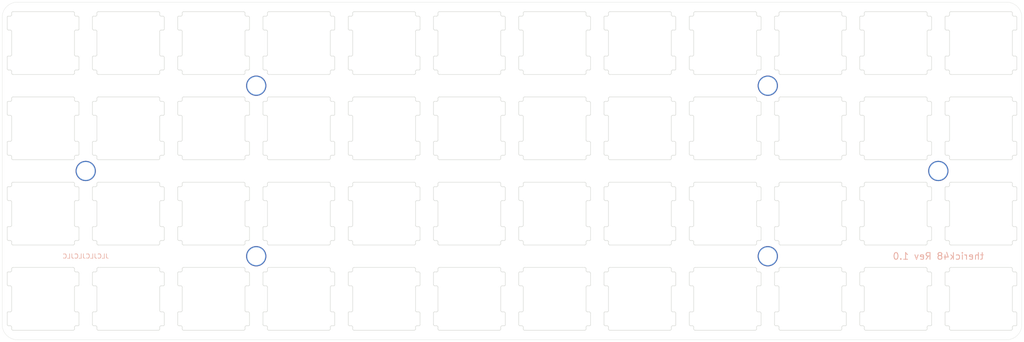
<source format=kicad_pcb>
(kicad_pcb (version 20171130) (host pcbnew "(5.1.2-1)-1")
  (layers (0 F.Cu signal) (31 B.Cu signal) (34 B.Paste user) (35 F.Paste user) (36 B.SilkS user) (37 F.SilkS user) (38 B.Mask user) (39 F.Mask user) (44 Edge.Cuts user))
  (net 0 "")
  (module random-keyboard-parts:MX100_slot (layer F.Cu) (at 264.48 63.08)
    (fp_text reference U24)
    (fp_text value HOLE)
    (fp_line (start 6.7 7) (end -6.7 7) (layer Edge.Cuts) (width 0.1))
    (fp_arc (start -6.7 6.7) (end -7 6.7) (angle -90) (layer Edge.Cuts) (width 0.1))
    (fp_line (start -7 6.7) (end -7 6.3) (layer Edge.Cuts) (width 0.1))
    (fp_arc (start -6.7 -6.7) (end -6.7 -7) (angle -90) (layer Edge.Cuts) (width 0.1))
    (fp_line (start 6.7 -7) (end -6.7 -7) (layer Edge.Cuts) (width 0.1))
    (fp_line (start -7 -2.6) (end -7 2.6) (layer Edge.Cuts) (width 0.1))
    (fp_line (start -7 -6.3) (end -7 -6.7) (layer Edge.Cuts) (width 0.1))
    (fp_line (start 7 6.3) (end 7 6.7) (layer Edge.Cuts) (width 0.1))
    (fp_arc (start 6.7 -6.7) (end 7 -6.7) (angle -90) (layer Edge.Cuts) (width 0.1))
    (fp_arc (start 7.8 -3.1) (end 7.8 -2.9) (angle -90) (layer Edge.Cuts) (width 0.1))
    (fp_arc (start 7.3 -2.6) (end 7.3 -2.9) (angle -90) (layer Edge.Cuts) (width 0.1))
    (fp_line (start 7.3 -6) (end 7.7 -6) (layer Edge.Cuts) (width 0.1))
    (fp_line (start 8 -3.1) (end 8 -5.7) (layer Edge.Cuts) (width 0.1))
    (fp_line (start 7.8 -2.9) (end 7.3 -2.9) (layer Edge.Cuts) (width 0.1))
    (fp_line (start 7 2.6) (end 7 -2.6) (layer Edge.Cuts) (width 0.1))
    (fp_arc (start 6.7 6.7) (end 6.7 7) (angle -90) (layer Edge.Cuts) (width 0.1))
    (fp_arc (start 7.3 -6.3) (end 7 -6.3) (angle -90) (layer Edge.Cuts) (width 0.1))
    (fp_arc (start 7.7 -5.7) (end 8 -5.7) (angle -90) (layer Edge.Cuts) (width 0.1))
    (fp_line (start 7 -6.7) (end 7 -6.3) (layer Edge.Cuts) (width 0.1))
    (fp_arc (start 7.3 2.6) (end 7 2.6) (angle -90) (layer Edge.Cuts) (width 0.1))
    (fp_arc (start 7.7 3.2) (end 8 3.2) (angle -90) (layer Edge.Cuts) (width 0.1))
    (fp_line (start 7.8 6) (end 7.3 6) (layer Edge.Cuts) (width 0.1))
    (fp_line (start 8 5.8) (end 8 3.2) (layer Edge.Cuts) (width 0.1))
    (fp_line (start 7.3 2.9) (end 7.7 2.9) (layer Edge.Cuts) (width 0.1))
    (fp_arc (start 7.3 6.3) (end 7.3 6) (angle -90) (layer Edge.Cuts) (width 0.1))
    (fp_arc (start 7.8 5.8) (end 7.8 6) (angle -90) (layer Edge.Cuts) (width 0.1))
    (fp_arc (start -7.8 3.1) (end -7.8 2.9) (angle -90) (layer Edge.Cuts) (width 0.1))
    (fp_arc (start -7.3 2.6) (end -7.3 2.9) (angle -90) (layer Edge.Cuts) (width 0.1))
    (fp_line (start -7.3 6) (end -7.7 6) (layer Edge.Cuts) (width 0.1))
    (fp_line (start -8 3.1) (end -8 5.7) (layer Edge.Cuts) (width 0.1))
    (fp_line (start -7.8 2.9) (end -7.3 2.9) (layer Edge.Cuts) (width 0.1))
    (fp_arc (start -7.7 5.7) (end -8 5.7) (angle -90) (layer Edge.Cuts) (width 0.1))
    (fp_arc (start -7.3 6.3) (end -7 6.3) (angle -90) (layer Edge.Cuts) (width 0.1))
    (fp_line (start -7.8 -6) (end -7.3 -6) (layer Edge.Cuts) (width 0.1))
    (fp_line (start -7.3 -2.9) (end -7.7 -2.9) (layer Edge.Cuts) (width 0.1))
    (fp_line (start -8 -5.8) (end -8 -3.2) (layer Edge.Cuts) (width 0.1))
    (fp_arc (start -7.3 -6.3) (end -7.3 -6) (angle -90) (layer Edge.Cuts) (width 0.1))
    (fp_arc (start -7.3 -2.6) (end -7 -2.6) (angle -90) (layer Edge.Cuts) (width 0.1))
    (fp_arc (start -7.7 -3.2) (end -8 -3.2) (angle -90) (layer Edge.Cuts) (width 0.1))
    (fp_arc (start -7.8 -5.8) (end -7.8 -6) (angle -90) (layer Edge.Cuts) (width 0.1))
  )
  (module random-keyboard-parts:MX100_slot (layer F.Cu) (at 264.48 82.08)
    (fp_text reference U36)
    (fp_text value HOLE)
    (fp_line (start 6.7 7) (end -6.7 7) (layer Edge.Cuts) (width 0.1))
    (fp_arc (start -6.7 6.7) (end -7 6.7) (angle -90) (layer Edge.Cuts) (width 0.1))
    (fp_line (start -7 6.7) (end -7 6.3) (layer Edge.Cuts) (width 0.1))
    (fp_arc (start -6.7 -6.7) (end -6.7 -7) (angle -90) (layer Edge.Cuts) (width 0.1))
    (fp_line (start 6.7 -7) (end -6.7 -7) (layer Edge.Cuts) (width 0.1))
    (fp_line (start -7 -2.6) (end -7 2.6) (layer Edge.Cuts) (width 0.1))
    (fp_line (start -7 -6.3) (end -7 -6.7) (layer Edge.Cuts) (width 0.1))
    (fp_line (start 7 6.3) (end 7 6.7) (layer Edge.Cuts) (width 0.1))
    (fp_arc (start 6.7 -6.7) (end 7 -6.7) (angle -90) (layer Edge.Cuts) (width 0.1))
    (fp_arc (start 7.8 -3.1) (end 7.8 -2.9) (angle -90) (layer Edge.Cuts) (width 0.1))
    (fp_arc (start 7.3 -2.6) (end 7.3 -2.9) (angle -90) (layer Edge.Cuts) (width 0.1))
    (fp_line (start 7.3 -6) (end 7.7 -6) (layer Edge.Cuts) (width 0.1))
    (fp_line (start 8 -3.1) (end 8 -5.7) (layer Edge.Cuts) (width 0.1))
    (fp_line (start 7.8 -2.9) (end 7.3 -2.9) (layer Edge.Cuts) (width 0.1))
    (fp_line (start 7 2.6) (end 7 -2.6) (layer Edge.Cuts) (width 0.1))
    (fp_arc (start 6.7 6.7) (end 6.7 7) (angle -90) (layer Edge.Cuts) (width 0.1))
    (fp_arc (start 7.3 -6.3) (end 7 -6.3) (angle -90) (layer Edge.Cuts) (width 0.1))
    (fp_arc (start 7.7 -5.7) (end 8 -5.7) (angle -90) (layer Edge.Cuts) (width 0.1))
    (fp_line (start 7 -6.7) (end 7 -6.3) (layer Edge.Cuts) (width 0.1))
    (fp_arc (start 7.3 2.6) (end 7 2.6) (angle -90) (layer Edge.Cuts) (width 0.1))
    (fp_arc (start 7.7 3.2) (end 8 3.2) (angle -90) (layer Edge.Cuts) (width 0.1))
    (fp_line (start 7.8 6) (end 7.3 6) (layer Edge.Cuts) (width 0.1))
    (fp_line (start 8 5.8) (end 8 3.2) (layer Edge.Cuts) (width 0.1))
    (fp_line (start 7.3 2.9) (end 7.7 2.9) (layer Edge.Cuts) (width 0.1))
    (fp_arc (start 7.3 6.3) (end 7.3 6) (angle -90) (layer Edge.Cuts) (width 0.1))
    (fp_arc (start 7.8 5.8) (end 7.8 6) (angle -90) (layer Edge.Cuts) (width 0.1))
    (fp_arc (start -7.8 3.1) (end -7.8 2.9) (angle -90) (layer Edge.Cuts) (width 0.1))
    (fp_arc (start -7.3 2.6) (end -7.3 2.9) (angle -90) (layer Edge.Cuts) (width 0.1))
    (fp_line (start -7.3 6) (end -7.7 6) (layer Edge.Cuts) (width 0.1))
    (fp_line (start -8 3.1) (end -8 5.7) (layer Edge.Cuts) (width 0.1))
    (fp_line (start -7.8 2.9) (end -7.3 2.9) (layer Edge.Cuts) (width 0.1))
    (fp_arc (start -7.7 5.7) (end -8 5.7) (angle -90) (layer Edge.Cuts) (width 0.1))
    (fp_arc (start -7.3 6.3) (end -7 6.3) (angle -90) (layer Edge.Cuts) (width 0.1))
    (fp_line (start -7.8 -6) (end -7.3 -6) (layer Edge.Cuts) (width 0.1))
    (fp_line (start -7.3 -2.9) (end -7.7 -2.9) (layer Edge.Cuts) (width 0.1))
    (fp_line (start -8 -5.8) (end -8 -3.2) (layer Edge.Cuts) (width 0.1))
    (fp_arc (start -7.3 -6.3) (end -7.3 -6) (angle -90) (layer Edge.Cuts) (width 0.1))
    (fp_arc (start -7.3 -2.6) (end -7 -2.6) (angle -90) (layer Edge.Cuts) (width 0.1))
    (fp_arc (start -7.7 -3.2) (end -8 -3.2) (angle -90) (layer Edge.Cuts) (width 0.1))
    (fp_arc (start -7.8 -5.8) (end -7.8 -6) (angle -90) (layer Edge.Cuts) (width 0.1))
  )
  (module random-keyboard-parts:MX100_slot (layer F.Cu) (at 264.48 44.08)
    (fp_text reference U12)
    (fp_text value HOLE)
    (fp_line (start 6.7 7) (end -6.7 7) (layer Edge.Cuts) (width 0.1))
    (fp_arc (start -6.7 6.7) (end -7 6.7) (angle -90) (layer Edge.Cuts) (width 0.1))
    (fp_line (start -7 6.7) (end -7 6.3) (layer Edge.Cuts) (width 0.1))
    (fp_arc (start -6.7 -6.7) (end -6.7 -7) (angle -90) (layer Edge.Cuts) (width 0.1))
    (fp_line (start 6.7 -7) (end -6.7 -7) (layer Edge.Cuts) (width 0.1))
    (fp_line (start -7 -2.6) (end -7 2.6) (layer Edge.Cuts) (width 0.1))
    (fp_line (start -7 -6.3) (end -7 -6.7) (layer Edge.Cuts) (width 0.1))
    (fp_line (start 7 6.3) (end 7 6.7) (layer Edge.Cuts) (width 0.1))
    (fp_arc (start 6.7 -6.7) (end 7 -6.7) (angle -90) (layer Edge.Cuts) (width 0.1))
    (fp_arc (start 7.8 -3.1) (end 7.8 -2.9) (angle -90) (layer Edge.Cuts) (width 0.1))
    (fp_arc (start 7.3 -2.6) (end 7.3 -2.9) (angle -90) (layer Edge.Cuts) (width 0.1))
    (fp_line (start 7.3 -6) (end 7.7 -6) (layer Edge.Cuts) (width 0.1))
    (fp_line (start 8 -3.1) (end 8 -5.7) (layer Edge.Cuts) (width 0.1))
    (fp_line (start 7.8 -2.9) (end 7.3 -2.9) (layer Edge.Cuts) (width 0.1))
    (fp_line (start 7 2.6) (end 7 -2.6) (layer Edge.Cuts) (width 0.1))
    (fp_arc (start 6.7 6.7) (end 6.7 7) (angle -90) (layer Edge.Cuts) (width 0.1))
    (fp_arc (start 7.3 -6.3) (end 7 -6.3) (angle -90) (layer Edge.Cuts) (width 0.1))
    (fp_arc (start 7.7 -5.7) (end 8 -5.7) (angle -90) (layer Edge.Cuts) (width 0.1))
    (fp_line (start 7 -6.7) (end 7 -6.3) (layer Edge.Cuts) (width 0.1))
    (fp_arc (start 7.3 2.6) (end 7 2.6) (angle -90) (layer Edge.Cuts) (width 0.1))
    (fp_arc (start 7.7 3.2) (end 8 3.2) (angle -90) (layer Edge.Cuts) (width 0.1))
    (fp_line (start 7.8 6) (end 7.3 6) (layer Edge.Cuts) (width 0.1))
    (fp_line (start 8 5.8) (end 8 3.2) (layer Edge.Cuts) (width 0.1))
    (fp_line (start 7.3 2.9) (end 7.7 2.9) (layer Edge.Cuts) (width 0.1))
    (fp_arc (start 7.3 6.3) (end 7.3 6) (angle -90) (layer Edge.Cuts) (width 0.1))
    (fp_arc (start 7.8 5.8) (end 7.8 6) (angle -90) (layer Edge.Cuts) (width 0.1))
    (fp_arc (start -7.8 3.1) (end -7.8 2.9) (angle -90) (layer Edge.Cuts) (width 0.1))
    (fp_arc (start -7.3 2.6) (end -7.3 2.9) (angle -90) (layer Edge.Cuts) (width 0.1))
    (fp_line (start -7.3 6) (end -7.7 6) (layer Edge.Cuts) (width 0.1))
    (fp_line (start -8 3.1) (end -8 5.7) (layer Edge.Cuts) (width 0.1))
    (fp_line (start -7.8 2.9) (end -7.3 2.9) (layer Edge.Cuts) (width 0.1))
    (fp_arc (start -7.7 5.7) (end -8 5.7) (angle -90) (layer Edge.Cuts) (width 0.1))
    (fp_arc (start -7.3 6.3) (end -7 6.3) (angle -90) (layer Edge.Cuts) (width 0.1))
    (fp_line (start -7.8 -6) (end -7.3 -6) (layer Edge.Cuts) (width 0.1))
    (fp_line (start -7.3 -2.9) (end -7.7 -2.9) (layer Edge.Cuts) (width 0.1))
    (fp_line (start -8 -5.8) (end -8 -3.2) (layer Edge.Cuts) (width 0.1))
    (fp_arc (start -7.3 -6.3) (end -7.3 -6) (angle -90) (layer Edge.Cuts) (width 0.1))
    (fp_arc (start -7.3 -2.6) (end -7 -2.6) (angle -90) (layer Edge.Cuts) (width 0.1))
    (fp_arc (start -7.7 -3.2) (end -8 -3.2) (angle -90) (layer Edge.Cuts) (width 0.1))
    (fp_arc (start -7.8 -5.8) (end -7.8 -6) (angle -90) (layer Edge.Cuts) (width 0.1))
  )
  (module random-keyboard-parts:MX100_slot (layer F.Cu) (at 55.48 44.08)
    (fp_text reference U1)
    (fp_text value HOLE)
    (fp_line (start 6.7 7) (end -6.7 7) (layer Edge.Cuts) (width 0.1))
    (fp_arc (start -6.7 6.7) (end -7 6.7) (angle -90) (layer Edge.Cuts) (width 0.1))
    (fp_line (start -7 6.7) (end -7 6.3) (layer Edge.Cuts) (width 0.1))
    (fp_arc (start -6.7 -6.7) (end -6.7 -7) (angle -90) (layer Edge.Cuts) (width 0.1))
    (fp_line (start 6.7 -7) (end -6.7 -7) (layer Edge.Cuts) (width 0.1))
    (fp_line (start -7 -2.6) (end -7 2.6) (layer Edge.Cuts) (width 0.1))
    (fp_line (start -7 -6.3) (end -7 -6.7) (layer Edge.Cuts) (width 0.1))
    (fp_line (start 7 6.3) (end 7 6.7) (layer Edge.Cuts) (width 0.1))
    (fp_arc (start 6.7 -6.7) (end 7 -6.7) (angle -90) (layer Edge.Cuts) (width 0.1))
    (fp_arc (start 7.8 -3.1) (end 7.8 -2.9) (angle -90) (layer Edge.Cuts) (width 0.1))
    (fp_arc (start 7.3 -2.6) (end 7.3 -2.9) (angle -90) (layer Edge.Cuts) (width 0.1))
    (fp_line (start 7.3 -6) (end 7.7 -6) (layer Edge.Cuts) (width 0.1))
    (fp_line (start 8 -3.1) (end 8 -5.7) (layer Edge.Cuts) (width 0.1))
    (fp_line (start 7.8 -2.9) (end 7.3 -2.9) (layer Edge.Cuts) (width 0.1))
    (fp_line (start 7 2.6) (end 7 -2.6) (layer Edge.Cuts) (width 0.1))
    (fp_arc (start 6.7 6.7) (end 6.7 7) (angle -90) (layer Edge.Cuts) (width 0.1))
    (fp_arc (start 7.3 -6.3) (end 7 -6.3) (angle -90) (layer Edge.Cuts) (width 0.1))
    (fp_arc (start 7.7 -5.7) (end 8 -5.7) (angle -90) (layer Edge.Cuts) (width 0.1))
    (fp_line (start 7 -6.7) (end 7 -6.3) (layer Edge.Cuts) (width 0.1))
    (fp_arc (start 7.3 2.6) (end 7 2.6) (angle -90) (layer Edge.Cuts) (width 0.1))
    (fp_arc (start 7.7 3.2) (end 8 3.2) (angle -90) (layer Edge.Cuts) (width 0.1))
    (fp_line (start 7.8 6) (end 7.3 6) (layer Edge.Cuts) (width 0.1))
    (fp_line (start 8 5.8) (end 8 3.2) (layer Edge.Cuts) (width 0.1))
    (fp_line (start 7.3 2.9) (end 7.7 2.9) (layer Edge.Cuts) (width 0.1))
    (fp_arc (start 7.3 6.3) (end 7.3 6) (angle -90) (layer Edge.Cuts) (width 0.1))
    (fp_arc (start 7.8 5.8) (end 7.8 6) (angle -90) (layer Edge.Cuts) (width 0.1))
    (fp_arc (start -7.8 3.1) (end -7.8 2.9) (angle -90) (layer Edge.Cuts) (width 0.1))
    (fp_arc (start -7.3 2.6) (end -7.3 2.9) (angle -90) (layer Edge.Cuts) (width 0.1))
    (fp_line (start -7.3 6) (end -7.7 6) (layer Edge.Cuts) (width 0.1))
    (fp_line (start -8 3.1) (end -8 5.7) (layer Edge.Cuts) (width 0.1))
    (fp_line (start -7.8 2.9) (end -7.3 2.9) (layer Edge.Cuts) (width 0.1))
    (fp_arc (start -7.7 5.7) (end -8 5.7) (angle -90) (layer Edge.Cuts) (width 0.1))
    (fp_arc (start -7.3 6.3) (end -7 6.3) (angle -90) (layer Edge.Cuts) (width 0.1))
    (fp_line (start -7.8 -6) (end -7.3 -6) (layer Edge.Cuts) (width 0.1))
    (fp_line (start -7.3 -2.9) (end -7.7 -2.9) (layer Edge.Cuts) (width 0.1))
    (fp_line (start -8 -5.8) (end -8 -3.2) (layer Edge.Cuts) (width 0.1))
    (fp_arc (start -7.3 -6.3) (end -7.3 -6) (angle -90) (layer Edge.Cuts) (width 0.1))
    (fp_arc (start -7.3 -2.6) (end -7 -2.6) (angle -90) (layer Edge.Cuts) (width 0.1))
    (fp_arc (start -7.7 -3.2) (end -8 -3.2) (angle -90) (layer Edge.Cuts) (width 0.1))
    (fp_arc (start -7.8 -5.8) (end -7.8 -6) (angle -90) (layer Edge.Cuts) (width 0.1))
  )
  (module random-keyboard-parts:MX100_slot (layer F.Cu) (at 74.48 44.08)
    (fp_text reference U2)
    (fp_text value HOLE)
    (fp_line (start 6.7 7) (end -6.7 7) (layer Edge.Cuts) (width 0.1))
    (fp_arc (start -6.7 6.7) (end -7 6.7) (angle -90) (layer Edge.Cuts) (width 0.1))
    (fp_line (start -7 6.7) (end -7 6.3) (layer Edge.Cuts) (width 0.1))
    (fp_arc (start -6.7 -6.7) (end -6.7 -7) (angle -90) (layer Edge.Cuts) (width 0.1))
    (fp_line (start 6.7 -7) (end -6.7 -7) (layer Edge.Cuts) (width 0.1))
    (fp_line (start -7 -2.6) (end -7 2.6) (layer Edge.Cuts) (width 0.1))
    (fp_line (start -7 -6.3) (end -7 -6.7) (layer Edge.Cuts) (width 0.1))
    (fp_line (start 7 6.3) (end 7 6.7) (layer Edge.Cuts) (width 0.1))
    (fp_arc (start 6.7 -6.7) (end 7 -6.7) (angle -90) (layer Edge.Cuts) (width 0.1))
    (fp_arc (start 7.8 -3.1) (end 7.8 -2.9) (angle -90) (layer Edge.Cuts) (width 0.1))
    (fp_arc (start 7.3 -2.6) (end 7.3 -2.9) (angle -90) (layer Edge.Cuts) (width 0.1))
    (fp_line (start 7.3 -6) (end 7.7 -6) (layer Edge.Cuts) (width 0.1))
    (fp_line (start 8 -3.1) (end 8 -5.7) (layer Edge.Cuts) (width 0.1))
    (fp_line (start 7.8 -2.9) (end 7.3 -2.9) (layer Edge.Cuts) (width 0.1))
    (fp_line (start 7 2.6) (end 7 -2.6) (layer Edge.Cuts) (width 0.1))
    (fp_arc (start 6.7 6.7) (end 6.7 7) (angle -90) (layer Edge.Cuts) (width 0.1))
    (fp_arc (start 7.3 -6.3) (end 7 -6.3) (angle -90) (layer Edge.Cuts) (width 0.1))
    (fp_arc (start 7.7 -5.7) (end 8 -5.7) (angle -90) (layer Edge.Cuts) (width 0.1))
    (fp_line (start 7 -6.7) (end 7 -6.3) (layer Edge.Cuts) (width 0.1))
    (fp_arc (start 7.3 2.6) (end 7 2.6) (angle -90) (layer Edge.Cuts) (width 0.1))
    (fp_arc (start 7.7 3.2) (end 8 3.2) (angle -90) (layer Edge.Cuts) (width 0.1))
    (fp_line (start 7.8 6) (end 7.3 6) (layer Edge.Cuts) (width 0.1))
    (fp_line (start 8 5.8) (end 8 3.2) (layer Edge.Cuts) (width 0.1))
    (fp_line (start 7.3 2.9) (end 7.7 2.9) (layer Edge.Cuts) (width 0.1))
    (fp_arc (start 7.3 6.3) (end 7.3 6) (angle -90) (layer Edge.Cuts) (width 0.1))
    (fp_arc (start 7.8 5.8) (end 7.8 6) (angle -90) (layer Edge.Cuts) (width 0.1))
    (fp_arc (start -7.8 3.1) (end -7.8 2.9) (angle -90) (layer Edge.Cuts) (width 0.1))
    (fp_arc (start -7.3 2.6) (end -7.3 2.9) (angle -90) (layer Edge.Cuts) (width 0.1))
    (fp_line (start -7.3 6) (end -7.7 6) (layer Edge.Cuts) (width 0.1))
    (fp_line (start -8 3.1) (end -8 5.7) (layer Edge.Cuts) (width 0.1))
    (fp_line (start -7.8 2.9) (end -7.3 2.9) (layer Edge.Cuts) (width 0.1))
    (fp_arc (start -7.7 5.7) (end -8 5.7) (angle -90) (layer Edge.Cuts) (width 0.1))
    (fp_arc (start -7.3 6.3) (end -7 6.3) (angle -90) (layer Edge.Cuts) (width 0.1))
    (fp_line (start -7.8 -6) (end -7.3 -6) (layer Edge.Cuts) (width 0.1))
    (fp_line (start -7.3 -2.9) (end -7.7 -2.9) (layer Edge.Cuts) (width 0.1))
    (fp_line (start -8 -5.8) (end -8 -3.2) (layer Edge.Cuts) (width 0.1))
    (fp_arc (start -7.3 -6.3) (end -7.3 -6) (angle -90) (layer Edge.Cuts) (width 0.1))
    (fp_arc (start -7.3 -2.6) (end -7 -2.6) (angle -90) (layer Edge.Cuts) (width 0.1))
    (fp_arc (start -7.7 -3.2) (end -8 -3.2) (angle -90) (layer Edge.Cuts) (width 0.1))
    (fp_arc (start -7.8 -5.8) (end -7.8 -6) (angle -90) (layer Edge.Cuts) (width 0.1))
  )
  (module random-keyboard-parts:MX100_slot (layer F.Cu) (at 93.48 44.08)
    (fp_text reference U3)
    (fp_text value HOLE)
    (fp_line (start 6.7 7) (end -6.7 7) (layer Edge.Cuts) (width 0.1))
    (fp_arc (start -6.7 6.7) (end -7 6.7) (angle -90) (layer Edge.Cuts) (width 0.1))
    (fp_line (start -7 6.7) (end -7 6.3) (layer Edge.Cuts) (width 0.1))
    (fp_arc (start -6.7 -6.7) (end -6.7 -7) (angle -90) (layer Edge.Cuts) (width 0.1))
    (fp_line (start 6.7 -7) (end -6.7 -7) (layer Edge.Cuts) (width 0.1))
    (fp_line (start -7 -2.6) (end -7 2.6) (layer Edge.Cuts) (width 0.1))
    (fp_line (start -7 -6.3) (end -7 -6.7) (layer Edge.Cuts) (width 0.1))
    (fp_line (start 7 6.3) (end 7 6.7) (layer Edge.Cuts) (width 0.1))
    (fp_arc (start 6.7 -6.7) (end 7 -6.7) (angle -90) (layer Edge.Cuts) (width 0.1))
    (fp_arc (start 7.8 -3.1) (end 7.8 -2.9) (angle -90) (layer Edge.Cuts) (width 0.1))
    (fp_arc (start 7.3 -2.6) (end 7.3 -2.9) (angle -90) (layer Edge.Cuts) (width 0.1))
    (fp_line (start 7.3 -6) (end 7.7 -6) (layer Edge.Cuts) (width 0.1))
    (fp_line (start 8 -3.1) (end 8 -5.7) (layer Edge.Cuts) (width 0.1))
    (fp_line (start 7.8 -2.9) (end 7.3 -2.9) (layer Edge.Cuts) (width 0.1))
    (fp_line (start 7 2.6) (end 7 -2.6) (layer Edge.Cuts) (width 0.1))
    (fp_arc (start 6.7 6.7) (end 6.7 7) (angle -90) (layer Edge.Cuts) (width 0.1))
    (fp_arc (start 7.3 -6.3) (end 7 -6.3) (angle -90) (layer Edge.Cuts) (width 0.1))
    (fp_arc (start 7.7 -5.7) (end 8 -5.7) (angle -90) (layer Edge.Cuts) (width 0.1))
    (fp_line (start 7 -6.7) (end 7 -6.3) (layer Edge.Cuts) (width 0.1))
    (fp_arc (start 7.3 2.6) (end 7 2.6) (angle -90) (layer Edge.Cuts) (width 0.1))
    (fp_arc (start 7.7 3.2) (end 8 3.2) (angle -90) (layer Edge.Cuts) (width 0.1))
    (fp_line (start 7.8 6) (end 7.3 6) (layer Edge.Cuts) (width 0.1))
    (fp_line (start 8 5.8) (end 8 3.2) (layer Edge.Cuts) (width 0.1))
    (fp_line (start 7.3 2.9) (end 7.7 2.9) (layer Edge.Cuts) (width 0.1))
    (fp_arc (start 7.3 6.3) (end 7.3 6) (angle -90) (layer Edge.Cuts) (width 0.1))
    (fp_arc (start 7.8 5.8) (end 7.8 6) (angle -90) (layer Edge.Cuts) (width 0.1))
    (fp_arc (start -7.8 3.1) (end -7.8 2.9) (angle -90) (layer Edge.Cuts) (width 0.1))
    (fp_arc (start -7.3 2.6) (end -7.3 2.9) (angle -90) (layer Edge.Cuts) (width 0.1))
    (fp_line (start -7.3 6) (end -7.7 6) (layer Edge.Cuts) (width 0.1))
    (fp_line (start -8 3.1) (end -8 5.7) (layer Edge.Cuts) (width 0.1))
    (fp_line (start -7.8 2.9) (end -7.3 2.9) (layer Edge.Cuts) (width 0.1))
    (fp_arc (start -7.7 5.7) (end -8 5.7) (angle -90) (layer Edge.Cuts) (width 0.1))
    (fp_arc (start -7.3 6.3) (end -7 6.3) (angle -90) (layer Edge.Cuts) (width 0.1))
    (fp_line (start -7.8 -6) (end -7.3 -6) (layer Edge.Cuts) (width 0.1))
    (fp_line (start -7.3 -2.9) (end -7.7 -2.9) (layer Edge.Cuts) (width 0.1))
    (fp_line (start -8 -5.8) (end -8 -3.2) (layer Edge.Cuts) (width 0.1))
    (fp_arc (start -7.3 -6.3) (end -7.3 -6) (angle -90) (layer Edge.Cuts) (width 0.1))
    (fp_arc (start -7.3 -2.6) (end -7 -2.6) (angle -90) (layer Edge.Cuts) (width 0.1))
    (fp_arc (start -7.7 -3.2) (end -8 -3.2) (angle -90) (layer Edge.Cuts) (width 0.1))
    (fp_arc (start -7.8 -5.8) (end -7.8 -6) (angle -90) (layer Edge.Cuts) (width 0.1))
  )
  (module random-keyboard-parts:MX100_slot (layer F.Cu) (at 112.48 44.08)
    (fp_text reference U4)
    (fp_text value HOLE)
    (fp_line (start 6.7 7) (end -6.7 7) (layer Edge.Cuts) (width 0.1))
    (fp_arc (start -6.7 6.7) (end -7 6.7) (angle -90) (layer Edge.Cuts) (width 0.1))
    (fp_line (start -7 6.7) (end -7 6.3) (layer Edge.Cuts) (width 0.1))
    (fp_arc (start -6.7 -6.7) (end -6.7 -7) (angle -90) (layer Edge.Cuts) (width 0.1))
    (fp_line (start 6.7 -7) (end -6.7 -7) (layer Edge.Cuts) (width 0.1))
    (fp_line (start -7 -2.6) (end -7 2.6) (layer Edge.Cuts) (width 0.1))
    (fp_line (start -7 -6.3) (end -7 -6.7) (layer Edge.Cuts) (width 0.1))
    (fp_line (start 7 6.3) (end 7 6.7) (layer Edge.Cuts) (width 0.1))
    (fp_arc (start 6.7 -6.7) (end 7 -6.7) (angle -90) (layer Edge.Cuts) (width 0.1))
    (fp_arc (start 7.8 -3.1) (end 7.8 -2.9) (angle -90) (layer Edge.Cuts) (width 0.1))
    (fp_arc (start 7.3 -2.6) (end 7.3 -2.9) (angle -90) (layer Edge.Cuts) (width 0.1))
    (fp_line (start 7.3 -6) (end 7.7 -6) (layer Edge.Cuts) (width 0.1))
    (fp_line (start 8 -3.1) (end 8 -5.7) (layer Edge.Cuts) (width 0.1))
    (fp_line (start 7.8 -2.9) (end 7.3 -2.9) (layer Edge.Cuts) (width 0.1))
    (fp_line (start 7 2.6) (end 7 -2.6) (layer Edge.Cuts) (width 0.1))
    (fp_arc (start 6.7 6.7) (end 6.7 7) (angle -90) (layer Edge.Cuts) (width 0.1))
    (fp_arc (start 7.3 -6.3) (end 7 -6.3) (angle -90) (layer Edge.Cuts) (width 0.1))
    (fp_arc (start 7.7 -5.7) (end 8 -5.7) (angle -90) (layer Edge.Cuts) (width 0.1))
    (fp_line (start 7 -6.7) (end 7 -6.3) (layer Edge.Cuts) (width 0.1))
    (fp_arc (start 7.3 2.6) (end 7 2.6) (angle -90) (layer Edge.Cuts) (width 0.1))
    (fp_arc (start 7.7 3.2) (end 8 3.2) (angle -90) (layer Edge.Cuts) (width 0.1))
    (fp_line (start 7.8 6) (end 7.3 6) (layer Edge.Cuts) (width 0.1))
    (fp_line (start 8 5.8) (end 8 3.2) (layer Edge.Cuts) (width 0.1))
    (fp_line (start 7.3 2.9) (end 7.7 2.9) (layer Edge.Cuts) (width 0.1))
    (fp_arc (start 7.3 6.3) (end 7.3 6) (angle -90) (layer Edge.Cuts) (width 0.1))
    (fp_arc (start 7.8 5.8) (end 7.8 6) (angle -90) (layer Edge.Cuts) (width 0.1))
    (fp_arc (start -7.8 3.1) (end -7.8 2.9) (angle -90) (layer Edge.Cuts) (width 0.1))
    (fp_arc (start -7.3 2.6) (end -7.3 2.9) (angle -90) (layer Edge.Cuts) (width 0.1))
    (fp_line (start -7.3 6) (end -7.7 6) (layer Edge.Cuts) (width 0.1))
    (fp_line (start -8 3.1) (end -8 5.7) (layer Edge.Cuts) (width 0.1))
    (fp_line (start -7.8 2.9) (end -7.3 2.9) (layer Edge.Cuts) (width 0.1))
    (fp_arc (start -7.7 5.7) (end -8 5.7) (angle -90) (layer Edge.Cuts) (width 0.1))
    (fp_arc (start -7.3 6.3) (end -7 6.3) (angle -90) (layer Edge.Cuts) (width 0.1))
    (fp_line (start -7.8 -6) (end -7.3 -6) (layer Edge.Cuts) (width 0.1))
    (fp_line (start -7.3 -2.9) (end -7.7 -2.9) (layer Edge.Cuts) (width 0.1))
    (fp_line (start -8 -5.8) (end -8 -3.2) (layer Edge.Cuts) (width 0.1))
    (fp_arc (start -7.3 -6.3) (end -7.3 -6) (angle -90) (layer Edge.Cuts) (width 0.1))
    (fp_arc (start -7.3 -2.6) (end -7 -2.6) (angle -90) (layer Edge.Cuts) (width 0.1))
    (fp_arc (start -7.7 -3.2) (end -8 -3.2) (angle -90) (layer Edge.Cuts) (width 0.1))
    (fp_arc (start -7.8 -5.8) (end -7.8 -6) (angle -90) (layer Edge.Cuts) (width 0.1))
  )
  (module random-keyboard-parts:MX100_slot (layer F.Cu) (at 131.48 44.08)
    (fp_text reference U5)
    (fp_text value HOLE)
    (fp_line (start 6.7 7) (end -6.7 7) (layer Edge.Cuts) (width 0.1))
    (fp_arc (start -6.7 6.7) (end -7 6.7) (angle -90) (layer Edge.Cuts) (width 0.1))
    (fp_line (start -7 6.7) (end -7 6.3) (layer Edge.Cuts) (width 0.1))
    (fp_arc (start -6.7 -6.7) (end -6.7 -7) (angle -90) (layer Edge.Cuts) (width 0.1))
    (fp_line (start 6.7 -7) (end -6.7 -7) (layer Edge.Cuts) (width 0.1))
    (fp_line (start -7 -2.6) (end -7 2.6) (layer Edge.Cuts) (width 0.1))
    (fp_line (start -7 -6.3) (end -7 -6.7) (layer Edge.Cuts) (width 0.1))
    (fp_line (start 7 6.3) (end 7 6.7) (layer Edge.Cuts) (width 0.1))
    (fp_arc (start 6.7 -6.7) (end 7 -6.7) (angle -90) (layer Edge.Cuts) (width 0.1))
    (fp_arc (start 7.8 -3.1) (end 7.8 -2.9) (angle -90) (layer Edge.Cuts) (width 0.1))
    (fp_arc (start 7.3 -2.6) (end 7.3 -2.9) (angle -90) (layer Edge.Cuts) (width 0.1))
    (fp_line (start 7.3 -6) (end 7.7 -6) (layer Edge.Cuts) (width 0.1))
    (fp_line (start 8 -3.1) (end 8 -5.7) (layer Edge.Cuts) (width 0.1))
    (fp_line (start 7.8 -2.9) (end 7.3 -2.9) (layer Edge.Cuts) (width 0.1))
    (fp_line (start 7 2.6) (end 7 -2.6) (layer Edge.Cuts) (width 0.1))
    (fp_arc (start 6.7 6.7) (end 6.7 7) (angle -90) (layer Edge.Cuts) (width 0.1))
    (fp_arc (start 7.3 -6.3) (end 7 -6.3) (angle -90) (layer Edge.Cuts) (width 0.1))
    (fp_arc (start 7.7 -5.7) (end 8 -5.7) (angle -90) (layer Edge.Cuts) (width 0.1))
    (fp_line (start 7 -6.7) (end 7 -6.3) (layer Edge.Cuts) (width 0.1))
    (fp_arc (start 7.3 2.6) (end 7 2.6) (angle -90) (layer Edge.Cuts) (width 0.1))
    (fp_arc (start 7.7 3.2) (end 8 3.2) (angle -90) (layer Edge.Cuts) (width 0.1))
    (fp_line (start 7.8 6) (end 7.3 6) (layer Edge.Cuts) (width 0.1))
    (fp_line (start 8 5.8) (end 8 3.2) (layer Edge.Cuts) (width 0.1))
    (fp_line (start 7.3 2.9) (end 7.7 2.9) (layer Edge.Cuts) (width 0.1))
    (fp_arc (start 7.3 6.3) (end 7.3 6) (angle -90) (layer Edge.Cuts) (width 0.1))
    (fp_arc (start 7.8 5.8) (end 7.8 6) (angle -90) (layer Edge.Cuts) (width 0.1))
    (fp_arc (start -7.8 3.1) (end -7.8 2.9) (angle -90) (layer Edge.Cuts) (width 0.1))
    (fp_arc (start -7.3 2.6) (end -7.3 2.9) (angle -90) (layer Edge.Cuts) (width 0.1))
    (fp_line (start -7.3 6) (end -7.7 6) (layer Edge.Cuts) (width 0.1))
    (fp_line (start -8 3.1) (end -8 5.7) (layer Edge.Cuts) (width 0.1))
    (fp_line (start -7.8 2.9) (end -7.3 2.9) (layer Edge.Cuts) (width 0.1))
    (fp_arc (start -7.7 5.7) (end -8 5.7) (angle -90) (layer Edge.Cuts) (width 0.1))
    (fp_arc (start -7.3 6.3) (end -7 6.3) (angle -90) (layer Edge.Cuts) (width 0.1))
    (fp_line (start -7.8 -6) (end -7.3 -6) (layer Edge.Cuts) (width 0.1))
    (fp_line (start -7.3 -2.9) (end -7.7 -2.9) (layer Edge.Cuts) (width 0.1))
    (fp_line (start -8 -5.8) (end -8 -3.2) (layer Edge.Cuts) (width 0.1))
    (fp_arc (start -7.3 -6.3) (end -7.3 -6) (angle -90) (layer Edge.Cuts) (width 0.1))
    (fp_arc (start -7.3 -2.6) (end -7 -2.6) (angle -90) (layer Edge.Cuts) (width 0.1))
    (fp_arc (start -7.7 -3.2) (end -8 -3.2) (angle -90) (layer Edge.Cuts) (width 0.1))
    (fp_arc (start -7.8 -5.8) (end -7.8 -6) (angle -90) (layer Edge.Cuts) (width 0.1))
  )
  (module random-keyboard-parts:MX100_slot (layer F.Cu) (at 150.48 44.08)
    (fp_text reference U6)
    (fp_text value HOLE)
    (fp_line (start 6.7 7) (end -6.7 7) (layer Edge.Cuts) (width 0.1))
    (fp_arc (start -6.7 6.7) (end -7 6.7) (angle -90) (layer Edge.Cuts) (width 0.1))
    (fp_line (start -7 6.7) (end -7 6.3) (layer Edge.Cuts) (width 0.1))
    (fp_arc (start -6.7 -6.7) (end -6.7 -7) (angle -90) (layer Edge.Cuts) (width 0.1))
    (fp_line (start 6.7 -7) (end -6.7 -7) (layer Edge.Cuts) (width 0.1))
    (fp_line (start -7 -2.6) (end -7 2.6) (layer Edge.Cuts) (width 0.1))
    (fp_line (start -7 -6.3) (end -7 -6.7) (layer Edge.Cuts) (width 0.1))
    (fp_line (start 7 6.3) (end 7 6.7) (layer Edge.Cuts) (width 0.1))
    (fp_arc (start 6.7 -6.7) (end 7 -6.7) (angle -90) (layer Edge.Cuts) (width 0.1))
    (fp_arc (start 7.8 -3.1) (end 7.8 -2.9) (angle -90) (layer Edge.Cuts) (width 0.1))
    (fp_arc (start 7.3 -2.6) (end 7.3 -2.9) (angle -90) (layer Edge.Cuts) (width 0.1))
    (fp_line (start 7.3 -6) (end 7.7 -6) (layer Edge.Cuts) (width 0.1))
    (fp_line (start 8 -3.1) (end 8 -5.7) (layer Edge.Cuts) (width 0.1))
    (fp_line (start 7.8 -2.9) (end 7.3 -2.9) (layer Edge.Cuts) (width 0.1))
    (fp_line (start 7 2.6) (end 7 -2.6) (layer Edge.Cuts) (width 0.1))
    (fp_arc (start 6.7 6.7) (end 6.7 7) (angle -90) (layer Edge.Cuts) (width 0.1))
    (fp_arc (start 7.3 -6.3) (end 7 -6.3) (angle -90) (layer Edge.Cuts) (width 0.1))
    (fp_arc (start 7.7 -5.7) (end 8 -5.7) (angle -90) (layer Edge.Cuts) (width 0.1))
    (fp_line (start 7 -6.7) (end 7 -6.3) (layer Edge.Cuts) (width 0.1))
    (fp_arc (start 7.3 2.6) (end 7 2.6) (angle -90) (layer Edge.Cuts) (width 0.1))
    (fp_arc (start 7.7 3.2) (end 8 3.2) (angle -90) (layer Edge.Cuts) (width 0.1))
    (fp_line (start 7.8 6) (end 7.3 6) (layer Edge.Cuts) (width 0.1))
    (fp_line (start 8 5.8) (end 8 3.2) (layer Edge.Cuts) (width 0.1))
    (fp_line (start 7.3 2.9) (end 7.7 2.9) (layer Edge.Cuts) (width 0.1))
    (fp_arc (start 7.3 6.3) (end 7.3 6) (angle -90) (layer Edge.Cuts) (width 0.1))
    (fp_arc (start 7.8 5.8) (end 7.8 6) (angle -90) (layer Edge.Cuts) (width 0.1))
    (fp_arc (start -7.8 3.1) (end -7.8 2.9) (angle -90) (layer Edge.Cuts) (width 0.1))
    (fp_arc (start -7.3 2.6) (end -7.3 2.9) (angle -90) (layer Edge.Cuts) (width 0.1))
    (fp_line (start -7.3 6) (end -7.7 6) (layer Edge.Cuts) (width 0.1))
    (fp_line (start -8 3.1) (end -8 5.7) (layer Edge.Cuts) (width 0.1))
    (fp_line (start -7.8 2.9) (end -7.3 2.9) (layer Edge.Cuts) (width 0.1))
    (fp_arc (start -7.7 5.7) (end -8 5.7) (angle -90) (layer Edge.Cuts) (width 0.1))
    (fp_arc (start -7.3 6.3) (end -7 6.3) (angle -90) (layer Edge.Cuts) (width 0.1))
    (fp_line (start -7.8 -6) (end -7.3 -6) (layer Edge.Cuts) (width 0.1))
    (fp_line (start -7.3 -2.9) (end -7.7 -2.9) (layer Edge.Cuts) (width 0.1))
    (fp_line (start -8 -5.8) (end -8 -3.2) (layer Edge.Cuts) (width 0.1))
    (fp_arc (start -7.3 -6.3) (end -7.3 -6) (angle -90) (layer Edge.Cuts) (width 0.1))
    (fp_arc (start -7.3 -2.6) (end -7 -2.6) (angle -90) (layer Edge.Cuts) (width 0.1))
    (fp_arc (start -7.7 -3.2) (end -8 -3.2) (angle -90) (layer Edge.Cuts) (width 0.1))
    (fp_arc (start -7.8 -5.8) (end -7.8 -6) (angle -90) (layer Edge.Cuts) (width 0.1))
  )
  (module random-keyboard-parts:MX100_slot (layer F.Cu) (at 169.48 44.08)
    (fp_text reference U7)
    (fp_text value HOLE)
    (fp_line (start 6.7 7) (end -6.7 7) (layer Edge.Cuts) (width 0.1))
    (fp_arc (start -6.7 6.7) (end -7 6.7) (angle -90) (layer Edge.Cuts) (width 0.1))
    (fp_line (start -7 6.7) (end -7 6.3) (layer Edge.Cuts) (width 0.1))
    (fp_arc (start -6.7 -6.7) (end -6.7 -7) (angle -90) (layer Edge.Cuts) (width 0.1))
    (fp_line (start 6.7 -7) (end -6.7 -7) (layer Edge.Cuts) (width 0.1))
    (fp_line (start -7 -2.6) (end -7 2.6) (layer Edge.Cuts) (width 0.1))
    (fp_line (start -7 -6.3) (end -7 -6.7) (layer Edge.Cuts) (width 0.1))
    (fp_line (start 7 6.3) (end 7 6.7) (layer Edge.Cuts) (width 0.1))
    (fp_arc (start 6.7 -6.7) (end 7 -6.7) (angle -90) (layer Edge.Cuts) (width 0.1))
    (fp_arc (start 7.8 -3.1) (end 7.8 -2.9) (angle -90) (layer Edge.Cuts) (width 0.1))
    (fp_arc (start 7.3 -2.6) (end 7.3 -2.9) (angle -90) (layer Edge.Cuts) (width 0.1))
    (fp_line (start 7.3 -6) (end 7.7 -6) (layer Edge.Cuts) (width 0.1))
    (fp_line (start 8 -3.1) (end 8 -5.7) (layer Edge.Cuts) (width 0.1))
    (fp_line (start 7.8 -2.9) (end 7.3 -2.9) (layer Edge.Cuts) (width 0.1))
    (fp_line (start 7 2.6) (end 7 -2.6) (layer Edge.Cuts) (width 0.1))
    (fp_arc (start 6.7 6.7) (end 6.7 7) (angle -90) (layer Edge.Cuts) (width 0.1))
    (fp_arc (start 7.3 -6.3) (end 7 -6.3) (angle -90) (layer Edge.Cuts) (width 0.1))
    (fp_arc (start 7.7 -5.7) (end 8 -5.7) (angle -90) (layer Edge.Cuts) (width 0.1))
    (fp_line (start 7 -6.7) (end 7 -6.3) (layer Edge.Cuts) (width 0.1))
    (fp_arc (start 7.3 2.6) (end 7 2.6) (angle -90) (layer Edge.Cuts) (width 0.1))
    (fp_arc (start 7.7 3.2) (end 8 3.2) (angle -90) (layer Edge.Cuts) (width 0.1))
    (fp_line (start 7.8 6) (end 7.3 6) (layer Edge.Cuts) (width 0.1))
    (fp_line (start 8 5.8) (end 8 3.2) (layer Edge.Cuts) (width 0.1))
    (fp_line (start 7.3 2.9) (end 7.7 2.9) (layer Edge.Cuts) (width 0.1))
    (fp_arc (start 7.3 6.3) (end 7.3 6) (angle -90) (layer Edge.Cuts) (width 0.1))
    (fp_arc (start 7.8 5.8) (end 7.8 6) (angle -90) (layer Edge.Cuts) (width 0.1))
    (fp_arc (start -7.8 3.1) (end -7.8 2.9) (angle -90) (layer Edge.Cuts) (width 0.1))
    (fp_arc (start -7.3 2.6) (end -7.3 2.9) (angle -90) (layer Edge.Cuts) (width 0.1))
    (fp_line (start -7.3 6) (end -7.7 6) (layer Edge.Cuts) (width 0.1))
    (fp_line (start -8 3.1) (end -8 5.7) (layer Edge.Cuts) (width 0.1))
    (fp_line (start -7.8 2.9) (end -7.3 2.9) (layer Edge.Cuts) (width 0.1))
    (fp_arc (start -7.7 5.7) (end -8 5.7) (angle -90) (layer Edge.Cuts) (width 0.1))
    (fp_arc (start -7.3 6.3) (end -7 6.3) (angle -90) (layer Edge.Cuts) (width 0.1))
    (fp_line (start -7.8 -6) (end -7.3 -6) (layer Edge.Cuts) (width 0.1))
    (fp_line (start -7.3 -2.9) (end -7.7 -2.9) (layer Edge.Cuts) (width 0.1))
    (fp_line (start -8 -5.8) (end -8 -3.2) (layer Edge.Cuts) (width 0.1))
    (fp_arc (start -7.3 -6.3) (end -7.3 -6) (angle -90) (layer Edge.Cuts) (width 0.1))
    (fp_arc (start -7.3 -2.6) (end -7 -2.6) (angle -90) (layer Edge.Cuts) (width 0.1))
    (fp_arc (start -7.7 -3.2) (end -8 -3.2) (angle -90) (layer Edge.Cuts) (width 0.1))
    (fp_arc (start -7.8 -5.8) (end -7.8 -6) (angle -90) (layer Edge.Cuts) (width 0.1))
  )
  (module random-keyboard-parts:MX100_slot (layer F.Cu) (at 188.48 44.08)
    (fp_text reference U8)
    (fp_text value HOLE)
    (fp_line (start 6.7 7) (end -6.7 7) (layer Edge.Cuts) (width 0.1))
    (fp_arc (start -6.7 6.7) (end -7 6.7) (angle -90) (layer Edge.Cuts) (width 0.1))
    (fp_line (start -7 6.7) (end -7 6.3) (layer Edge.Cuts) (width 0.1))
    (fp_arc (start -6.7 -6.7) (end -6.7 -7) (angle -90) (layer Edge.Cuts) (width 0.1))
    (fp_line (start 6.7 -7) (end -6.7 -7) (layer Edge.Cuts) (width 0.1))
    (fp_line (start -7 -2.6) (end -7 2.6) (layer Edge.Cuts) (width 0.1))
    (fp_line (start -7 -6.3) (end -7 -6.7) (layer Edge.Cuts) (width 0.1))
    (fp_line (start 7 6.3) (end 7 6.7) (layer Edge.Cuts) (width 0.1))
    (fp_arc (start 6.7 -6.7) (end 7 -6.7) (angle -90) (layer Edge.Cuts) (width 0.1))
    (fp_arc (start 7.8 -3.1) (end 7.8 -2.9) (angle -90) (layer Edge.Cuts) (width 0.1))
    (fp_arc (start 7.3 -2.6) (end 7.3 -2.9) (angle -90) (layer Edge.Cuts) (width 0.1))
    (fp_line (start 7.3 -6) (end 7.7 -6) (layer Edge.Cuts) (width 0.1))
    (fp_line (start 8 -3.1) (end 8 -5.7) (layer Edge.Cuts) (width 0.1))
    (fp_line (start 7.8 -2.9) (end 7.3 -2.9) (layer Edge.Cuts) (width 0.1))
    (fp_line (start 7 2.6) (end 7 -2.6) (layer Edge.Cuts) (width 0.1))
    (fp_arc (start 6.7 6.7) (end 6.7 7) (angle -90) (layer Edge.Cuts) (width 0.1))
    (fp_arc (start 7.3 -6.3) (end 7 -6.3) (angle -90) (layer Edge.Cuts) (width 0.1))
    (fp_arc (start 7.7 -5.7) (end 8 -5.7) (angle -90) (layer Edge.Cuts) (width 0.1))
    (fp_line (start 7 -6.7) (end 7 -6.3) (layer Edge.Cuts) (width 0.1))
    (fp_arc (start 7.3 2.6) (end 7 2.6) (angle -90) (layer Edge.Cuts) (width 0.1))
    (fp_arc (start 7.7 3.2) (end 8 3.2) (angle -90) (layer Edge.Cuts) (width 0.1))
    (fp_line (start 7.8 6) (end 7.3 6) (layer Edge.Cuts) (width 0.1))
    (fp_line (start 8 5.8) (end 8 3.2) (layer Edge.Cuts) (width 0.1))
    (fp_line (start 7.3 2.9) (end 7.7 2.9) (layer Edge.Cuts) (width 0.1))
    (fp_arc (start 7.3 6.3) (end 7.3 6) (angle -90) (layer Edge.Cuts) (width 0.1))
    (fp_arc (start 7.8 5.8) (end 7.8 6) (angle -90) (layer Edge.Cuts) (width 0.1))
    (fp_arc (start -7.8 3.1) (end -7.8 2.9) (angle -90) (layer Edge.Cuts) (width 0.1))
    (fp_arc (start -7.3 2.6) (end -7.3 2.9) (angle -90) (layer Edge.Cuts) (width 0.1))
    (fp_line (start -7.3 6) (end -7.7 6) (layer Edge.Cuts) (width 0.1))
    (fp_line (start -8 3.1) (end -8 5.7) (layer Edge.Cuts) (width 0.1))
    (fp_line (start -7.8 2.9) (end -7.3 2.9) (layer Edge.Cuts) (width 0.1))
    (fp_arc (start -7.7 5.7) (end -8 5.7) (angle -90) (layer Edge.Cuts) (width 0.1))
    (fp_arc (start -7.3 6.3) (end -7 6.3) (angle -90) (layer Edge.Cuts) (width 0.1))
    (fp_line (start -7.8 -6) (end -7.3 -6) (layer Edge.Cuts) (width 0.1))
    (fp_line (start -7.3 -2.9) (end -7.7 -2.9) (layer Edge.Cuts) (width 0.1))
    (fp_line (start -8 -5.8) (end -8 -3.2) (layer Edge.Cuts) (width 0.1))
    (fp_arc (start -7.3 -6.3) (end -7.3 -6) (angle -90) (layer Edge.Cuts) (width 0.1))
    (fp_arc (start -7.3 -2.6) (end -7 -2.6) (angle -90) (layer Edge.Cuts) (width 0.1))
    (fp_arc (start -7.7 -3.2) (end -8 -3.2) (angle -90) (layer Edge.Cuts) (width 0.1))
    (fp_arc (start -7.8 -5.8) (end -7.8 -6) (angle -90) (layer Edge.Cuts) (width 0.1))
  )
  (module random-keyboard-parts:MX100_slot (layer F.Cu) (at 207.48 44.08)
    (fp_text reference U9)
    (fp_text value HOLE)
    (fp_line (start 6.7 7) (end -6.7 7) (layer Edge.Cuts) (width 0.1))
    (fp_arc (start -6.7 6.7) (end -7 6.7) (angle -90) (layer Edge.Cuts) (width 0.1))
    (fp_line (start -7 6.7) (end -7 6.3) (layer Edge.Cuts) (width 0.1))
    (fp_arc (start -6.7 -6.7) (end -6.7 -7) (angle -90) (layer Edge.Cuts) (width 0.1))
    (fp_line (start 6.7 -7) (end -6.7 -7) (layer Edge.Cuts) (width 0.1))
    (fp_line (start -7 -2.6) (end -7 2.6) (layer Edge.Cuts) (width 0.1))
    (fp_line (start -7 -6.3) (end -7 -6.7) (layer Edge.Cuts) (width 0.1))
    (fp_line (start 7 6.3) (end 7 6.7) (layer Edge.Cuts) (width 0.1))
    (fp_arc (start 6.7 -6.7) (end 7 -6.7) (angle -90) (layer Edge.Cuts) (width 0.1))
    (fp_arc (start 7.8 -3.1) (end 7.8 -2.9) (angle -90) (layer Edge.Cuts) (width 0.1))
    (fp_arc (start 7.3 -2.6) (end 7.3 -2.9) (angle -90) (layer Edge.Cuts) (width 0.1))
    (fp_line (start 7.3 -6) (end 7.7 -6) (layer Edge.Cuts) (width 0.1))
    (fp_line (start 8 -3.1) (end 8 -5.7) (layer Edge.Cuts) (width 0.1))
    (fp_line (start 7.8 -2.9) (end 7.3 -2.9) (layer Edge.Cuts) (width 0.1))
    (fp_line (start 7 2.6) (end 7 -2.6) (layer Edge.Cuts) (width 0.1))
    (fp_arc (start 6.7 6.7) (end 6.7 7) (angle -90) (layer Edge.Cuts) (width 0.1))
    (fp_arc (start 7.3 -6.3) (end 7 -6.3) (angle -90) (layer Edge.Cuts) (width 0.1))
    (fp_arc (start 7.7 -5.7) (end 8 -5.7) (angle -90) (layer Edge.Cuts) (width 0.1))
    (fp_line (start 7 -6.7) (end 7 -6.3) (layer Edge.Cuts) (width 0.1))
    (fp_arc (start 7.3 2.6) (end 7 2.6) (angle -90) (layer Edge.Cuts) (width 0.1))
    (fp_arc (start 7.7 3.2) (end 8 3.2) (angle -90) (layer Edge.Cuts) (width 0.1))
    (fp_line (start 7.8 6) (end 7.3 6) (layer Edge.Cuts) (width 0.1))
    (fp_line (start 8 5.8) (end 8 3.2) (layer Edge.Cuts) (width 0.1))
    (fp_line (start 7.3 2.9) (end 7.7 2.9) (layer Edge.Cuts) (width 0.1))
    (fp_arc (start 7.3 6.3) (end 7.3 6) (angle -90) (layer Edge.Cuts) (width 0.1))
    (fp_arc (start 7.8 5.8) (end 7.8 6) (angle -90) (layer Edge.Cuts) (width 0.1))
    (fp_arc (start -7.8 3.1) (end -7.8 2.9) (angle -90) (layer Edge.Cuts) (width 0.1))
    (fp_arc (start -7.3 2.6) (end -7.3 2.9) (angle -90) (layer Edge.Cuts) (width 0.1))
    (fp_line (start -7.3 6) (end -7.7 6) (layer Edge.Cuts) (width 0.1))
    (fp_line (start -8 3.1) (end -8 5.7) (layer Edge.Cuts) (width 0.1))
    (fp_line (start -7.8 2.9) (end -7.3 2.9) (layer Edge.Cuts) (width 0.1))
    (fp_arc (start -7.7 5.7) (end -8 5.7) (angle -90) (layer Edge.Cuts) (width 0.1))
    (fp_arc (start -7.3 6.3) (end -7 6.3) (angle -90) (layer Edge.Cuts) (width 0.1))
    (fp_line (start -7.8 -6) (end -7.3 -6) (layer Edge.Cuts) (width 0.1))
    (fp_line (start -7.3 -2.9) (end -7.7 -2.9) (layer Edge.Cuts) (width 0.1))
    (fp_line (start -8 -5.8) (end -8 -3.2) (layer Edge.Cuts) (width 0.1))
    (fp_arc (start -7.3 -6.3) (end -7.3 -6) (angle -90) (layer Edge.Cuts) (width 0.1))
    (fp_arc (start -7.3 -2.6) (end -7 -2.6) (angle -90) (layer Edge.Cuts) (width 0.1))
    (fp_arc (start -7.7 -3.2) (end -8 -3.2) (angle -90) (layer Edge.Cuts) (width 0.1))
    (fp_arc (start -7.8 -5.8) (end -7.8 -6) (angle -90) (layer Edge.Cuts) (width 0.1))
  )
  (module random-keyboard-parts:MX100_slot (layer F.Cu) (at 226.48 44.08)
    (fp_text reference U10)
    (fp_text value HOLE)
    (fp_line (start 6.7 7) (end -6.7 7) (layer Edge.Cuts) (width 0.1))
    (fp_arc (start -6.7 6.7) (end -7 6.7) (angle -90) (layer Edge.Cuts) (width 0.1))
    (fp_line (start -7 6.7) (end -7 6.3) (layer Edge.Cuts) (width 0.1))
    (fp_arc (start -6.7 -6.7) (end -6.7 -7) (angle -90) (layer Edge.Cuts) (width 0.1))
    (fp_line (start 6.7 -7) (end -6.7 -7) (layer Edge.Cuts) (width 0.1))
    (fp_line (start -7 -2.6) (end -7 2.6) (layer Edge.Cuts) (width 0.1))
    (fp_line (start -7 -6.3) (end -7 -6.7) (layer Edge.Cuts) (width 0.1))
    (fp_line (start 7 6.3) (end 7 6.7) (layer Edge.Cuts) (width 0.1))
    (fp_arc (start 6.7 -6.7) (end 7 -6.7) (angle -90) (layer Edge.Cuts) (width 0.1))
    (fp_arc (start 7.8 -3.1) (end 7.8 -2.9) (angle -90) (layer Edge.Cuts) (width 0.1))
    (fp_arc (start 7.3 -2.6) (end 7.3 -2.9) (angle -90) (layer Edge.Cuts) (width 0.1))
    (fp_line (start 7.3 -6) (end 7.7 -6) (layer Edge.Cuts) (width 0.1))
    (fp_line (start 8 -3.1) (end 8 -5.7) (layer Edge.Cuts) (width 0.1))
    (fp_line (start 7.8 -2.9) (end 7.3 -2.9) (layer Edge.Cuts) (width 0.1))
    (fp_line (start 7 2.6) (end 7 -2.6) (layer Edge.Cuts) (width 0.1))
    (fp_arc (start 6.7 6.7) (end 6.7 7) (angle -90) (layer Edge.Cuts) (width 0.1))
    (fp_arc (start 7.3 -6.3) (end 7 -6.3) (angle -90) (layer Edge.Cuts) (width 0.1))
    (fp_arc (start 7.7 -5.7) (end 8 -5.7) (angle -90) (layer Edge.Cuts) (width 0.1))
    (fp_line (start 7 -6.7) (end 7 -6.3) (layer Edge.Cuts) (width 0.1))
    (fp_arc (start 7.3 2.6) (end 7 2.6) (angle -90) (layer Edge.Cuts) (width 0.1))
    (fp_arc (start 7.7 3.2) (end 8 3.2) (angle -90) (layer Edge.Cuts) (width 0.1))
    (fp_line (start 7.8 6) (end 7.3 6) (layer Edge.Cuts) (width 0.1))
    (fp_line (start 8 5.8) (end 8 3.2) (layer Edge.Cuts) (width 0.1))
    (fp_line (start 7.3 2.9) (end 7.7 2.9) (layer Edge.Cuts) (width 0.1))
    (fp_arc (start 7.3 6.3) (end 7.3 6) (angle -90) (layer Edge.Cuts) (width 0.1))
    (fp_arc (start 7.8 5.8) (end 7.8 6) (angle -90) (layer Edge.Cuts) (width 0.1))
    (fp_arc (start -7.8 3.1) (end -7.8 2.9) (angle -90) (layer Edge.Cuts) (width 0.1))
    (fp_arc (start -7.3 2.6) (end -7.3 2.9) (angle -90) (layer Edge.Cuts) (width 0.1))
    (fp_line (start -7.3 6) (end -7.7 6) (layer Edge.Cuts) (width 0.1))
    (fp_line (start -8 3.1) (end -8 5.7) (layer Edge.Cuts) (width 0.1))
    (fp_line (start -7.8 2.9) (end -7.3 2.9) (layer Edge.Cuts) (width 0.1))
    (fp_arc (start -7.7 5.7) (end -8 5.7) (angle -90) (layer Edge.Cuts) (width 0.1))
    (fp_arc (start -7.3 6.3) (end -7 6.3) (angle -90) (layer Edge.Cuts) (width 0.1))
    (fp_line (start -7.8 -6) (end -7.3 -6) (layer Edge.Cuts) (width 0.1))
    (fp_line (start -7.3 -2.9) (end -7.7 -2.9) (layer Edge.Cuts) (width 0.1))
    (fp_line (start -8 -5.8) (end -8 -3.2) (layer Edge.Cuts) (width 0.1))
    (fp_arc (start -7.3 -6.3) (end -7.3 -6) (angle -90) (layer Edge.Cuts) (width 0.1))
    (fp_arc (start -7.3 -2.6) (end -7 -2.6) (angle -90) (layer Edge.Cuts) (width 0.1))
    (fp_arc (start -7.7 -3.2) (end -8 -3.2) (angle -90) (layer Edge.Cuts) (width 0.1))
    (fp_arc (start -7.8 -5.8) (end -7.8 -6) (angle -90) (layer Edge.Cuts) (width 0.1))
  )
  (module random-keyboard-parts:MX100_slot (layer F.Cu) (at 245.48 44.08)
    (fp_text reference U11)
    (fp_text value HOLE)
    (fp_line (start 6.7 7) (end -6.7 7) (layer Edge.Cuts) (width 0.1))
    (fp_arc (start -6.7 6.7) (end -7 6.7) (angle -90) (layer Edge.Cuts) (width 0.1))
    (fp_line (start -7 6.7) (end -7 6.3) (layer Edge.Cuts) (width 0.1))
    (fp_arc (start -6.7 -6.7) (end -6.7 -7) (angle -90) (layer Edge.Cuts) (width 0.1))
    (fp_line (start 6.7 -7) (end -6.7 -7) (layer Edge.Cuts) (width 0.1))
    (fp_line (start -7 -2.6) (end -7 2.6) (layer Edge.Cuts) (width 0.1))
    (fp_line (start -7 -6.3) (end -7 -6.7) (layer Edge.Cuts) (width 0.1))
    (fp_line (start 7 6.3) (end 7 6.7) (layer Edge.Cuts) (width 0.1))
    (fp_arc (start 6.7 -6.7) (end 7 -6.7) (angle -90) (layer Edge.Cuts) (width 0.1))
    (fp_arc (start 7.8 -3.1) (end 7.8 -2.9) (angle -90) (layer Edge.Cuts) (width 0.1))
    (fp_arc (start 7.3 -2.6) (end 7.3 -2.9) (angle -90) (layer Edge.Cuts) (width 0.1))
    (fp_line (start 7.3 -6) (end 7.7 -6) (layer Edge.Cuts) (width 0.1))
    (fp_line (start 8 -3.1) (end 8 -5.7) (layer Edge.Cuts) (width 0.1))
    (fp_line (start 7.8 -2.9) (end 7.3 -2.9) (layer Edge.Cuts) (width 0.1))
    (fp_line (start 7 2.6) (end 7 -2.6) (layer Edge.Cuts) (width 0.1))
    (fp_arc (start 6.7 6.7) (end 6.7 7) (angle -90) (layer Edge.Cuts) (width 0.1))
    (fp_arc (start 7.3 -6.3) (end 7 -6.3) (angle -90) (layer Edge.Cuts) (width 0.1))
    (fp_arc (start 7.7 -5.7) (end 8 -5.7) (angle -90) (layer Edge.Cuts) (width 0.1))
    (fp_line (start 7 -6.7) (end 7 -6.3) (layer Edge.Cuts) (width 0.1))
    (fp_arc (start 7.3 2.6) (end 7 2.6) (angle -90) (layer Edge.Cuts) (width 0.1))
    (fp_arc (start 7.7 3.2) (end 8 3.2) (angle -90) (layer Edge.Cuts) (width 0.1))
    (fp_line (start 7.8 6) (end 7.3 6) (layer Edge.Cuts) (width 0.1))
    (fp_line (start 8 5.8) (end 8 3.2) (layer Edge.Cuts) (width 0.1))
    (fp_line (start 7.3 2.9) (end 7.7 2.9) (layer Edge.Cuts) (width 0.1))
    (fp_arc (start 7.3 6.3) (end 7.3 6) (angle -90) (layer Edge.Cuts) (width 0.1))
    (fp_arc (start 7.8 5.8) (end 7.8 6) (angle -90) (layer Edge.Cuts) (width 0.1))
    (fp_arc (start -7.8 3.1) (end -7.8 2.9) (angle -90) (layer Edge.Cuts) (width 0.1))
    (fp_arc (start -7.3 2.6) (end -7.3 2.9) (angle -90) (layer Edge.Cuts) (width 0.1))
    (fp_line (start -7.3 6) (end -7.7 6) (layer Edge.Cuts) (width 0.1))
    (fp_line (start -8 3.1) (end -8 5.7) (layer Edge.Cuts) (width 0.1))
    (fp_line (start -7.8 2.9) (end -7.3 2.9) (layer Edge.Cuts) (width 0.1))
    (fp_arc (start -7.7 5.7) (end -8 5.7) (angle -90) (layer Edge.Cuts) (width 0.1))
    (fp_arc (start -7.3 6.3) (end -7 6.3) (angle -90) (layer Edge.Cuts) (width 0.1))
    (fp_line (start -7.8 -6) (end -7.3 -6) (layer Edge.Cuts) (width 0.1))
    (fp_line (start -7.3 -2.9) (end -7.7 -2.9) (layer Edge.Cuts) (width 0.1))
    (fp_line (start -8 -5.8) (end -8 -3.2) (layer Edge.Cuts) (width 0.1))
    (fp_arc (start -7.3 -6.3) (end -7.3 -6) (angle -90) (layer Edge.Cuts) (width 0.1))
    (fp_arc (start -7.3 -2.6) (end -7 -2.6) (angle -90) (layer Edge.Cuts) (width 0.1))
    (fp_arc (start -7.7 -3.2) (end -8 -3.2) (angle -90) (layer Edge.Cuts) (width 0.1))
    (fp_arc (start -7.8 -5.8) (end -7.8 -6) (angle -90) (layer Edge.Cuts) (width 0.1))
  )
  (module random-keyboard-parts:MX100_slot (layer F.Cu) (at 55.48 63.08)
    (fp_text reference U13)
    (fp_text value HOLE)
    (fp_line (start 6.7 7) (end -6.7 7) (layer Edge.Cuts) (width 0.1))
    (fp_arc (start -6.7 6.7) (end -7 6.7) (angle -90) (layer Edge.Cuts) (width 0.1))
    (fp_line (start -7 6.7) (end -7 6.3) (layer Edge.Cuts) (width 0.1))
    (fp_arc (start -6.7 -6.7) (end -6.7 -7) (angle -90) (layer Edge.Cuts) (width 0.1))
    (fp_line (start 6.7 -7) (end -6.7 -7) (layer Edge.Cuts) (width 0.1))
    (fp_line (start -7 -2.6) (end -7 2.6) (layer Edge.Cuts) (width 0.1))
    (fp_line (start -7 -6.3) (end -7 -6.7) (layer Edge.Cuts) (width 0.1))
    (fp_line (start 7 6.3) (end 7 6.7) (layer Edge.Cuts) (width 0.1))
    (fp_arc (start 6.7 -6.7) (end 7 -6.7) (angle -90) (layer Edge.Cuts) (width 0.1))
    (fp_arc (start 7.8 -3.1) (end 7.8 -2.9) (angle -90) (layer Edge.Cuts) (width 0.1))
    (fp_arc (start 7.3 -2.6) (end 7.3 -2.9) (angle -90) (layer Edge.Cuts) (width 0.1))
    (fp_line (start 7.3 -6) (end 7.7 -6) (layer Edge.Cuts) (width 0.1))
    (fp_line (start 8 -3.1) (end 8 -5.7) (layer Edge.Cuts) (width 0.1))
    (fp_line (start 7.8 -2.9) (end 7.3 -2.9) (layer Edge.Cuts) (width 0.1))
    (fp_line (start 7 2.6) (end 7 -2.6) (layer Edge.Cuts) (width 0.1))
    (fp_arc (start 6.7 6.7) (end 6.7 7) (angle -90) (layer Edge.Cuts) (width 0.1))
    (fp_arc (start 7.3 -6.3) (end 7 -6.3) (angle -90) (layer Edge.Cuts) (width 0.1))
    (fp_arc (start 7.7 -5.7) (end 8 -5.7) (angle -90) (layer Edge.Cuts) (width 0.1))
    (fp_line (start 7 -6.7) (end 7 -6.3) (layer Edge.Cuts) (width 0.1))
    (fp_arc (start 7.3 2.6) (end 7 2.6) (angle -90) (layer Edge.Cuts) (width 0.1))
    (fp_arc (start 7.7 3.2) (end 8 3.2) (angle -90) (layer Edge.Cuts) (width 0.1))
    (fp_line (start 7.8 6) (end 7.3 6) (layer Edge.Cuts) (width 0.1))
    (fp_line (start 8 5.8) (end 8 3.2) (layer Edge.Cuts) (width 0.1))
    (fp_line (start 7.3 2.9) (end 7.7 2.9) (layer Edge.Cuts) (width 0.1))
    (fp_arc (start 7.3 6.3) (end 7.3 6) (angle -90) (layer Edge.Cuts) (width 0.1))
    (fp_arc (start 7.8 5.8) (end 7.8 6) (angle -90) (layer Edge.Cuts) (width 0.1))
    (fp_arc (start -7.8 3.1) (end -7.8 2.9) (angle -90) (layer Edge.Cuts) (width 0.1))
    (fp_arc (start -7.3 2.6) (end -7.3 2.9) (angle -90) (layer Edge.Cuts) (width 0.1))
    (fp_line (start -7.3 6) (end -7.7 6) (layer Edge.Cuts) (width 0.1))
    (fp_line (start -8 3.1) (end -8 5.7) (layer Edge.Cuts) (width 0.1))
    (fp_line (start -7.8 2.9) (end -7.3 2.9) (layer Edge.Cuts) (width 0.1))
    (fp_arc (start -7.7 5.7) (end -8 5.7) (angle -90) (layer Edge.Cuts) (width 0.1))
    (fp_arc (start -7.3 6.3) (end -7 6.3) (angle -90) (layer Edge.Cuts) (width 0.1))
    (fp_line (start -7.8 -6) (end -7.3 -6) (layer Edge.Cuts) (width 0.1))
    (fp_line (start -7.3 -2.9) (end -7.7 -2.9) (layer Edge.Cuts) (width 0.1))
    (fp_line (start -8 -5.8) (end -8 -3.2) (layer Edge.Cuts) (width 0.1))
    (fp_arc (start -7.3 -6.3) (end -7.3 -6) (angle -90) (layer Edge.Cuts) (width 0.1))
    (fp_arc (start -7.3 -2.6) (end -7 -2.6) (angle -90) (layer Edge.Cuts) (width 0.1))
    (fp_arc (start -7.7 -3.2) (end -8 -3.2) (angle -90) (layer Edge.Cuts) (width 0.1))
    (fp_arc (start -7.8 -5.8) (end -7.8 -6) (angle -90) (layer Edge.Cuts) (width 0.1))
  )
  (module random-keyboard-parts:MX100_slot (layer F.Cu) (at 74.48 63.08)
    (fp_text reference U14)
    (fp_text value HOLE)
    (fp_line (start 6.7 7) (end -6.7 7) (layer Edge.Cuts) (width 0.1))
    (fp_arc (start -6.7 6.7) (end -7 6.7) (angle -90) (layer Edge.Cuts) (width 0.1))
    (fp_line (start -7 6.7) (end -7 6.3) (layer Edge.Cuts) (width 0.1))
    (fp_arc (start -6.7 -6.7) (end -6.7 -7) (angle -90) (layer Edge.Cuts) (width 0.1))
    (fp_line (start 6.7 -7) (end -6.7 -7) (layer Edge.Cuts) (width 0.1))
    (fp_line (start -7 -2.6) (end -7 2.6) (layer Edge.Cuts) (width 0.1))
    (fp_line (start -7 -6.3) (end -7 -6.7) (layer Edge.Cuts) (width 0.1))
    (fp_line (start 7 6.3) (end 7 6.7) (layer Edge.Cuts) (width 0.1))
    (fp_arc (start 6.7 -6.7) (end 7 -6.7) (angle -90) (layer Edge.Cuts) (width 0.1))
    (fp_arc (start 7.8 -3.1) (end 7.8 -2.9) (angle -90) (layer Edge.Cuts) (width 0.1))
    (fp_arc (start 7.3 -2.6) (end 7.3 -2.9) (angle -90) (layer Edge.Cuts) (width 0.1))
    (fp_line (start 7.3 -6) (end 7.7 -6) (layer Edge.Cuts) (width 0.1))
    (fp_line (start 8 -3.1) (end 8 -5.7) (layer Edge.Cuts) (width 0.1))
    (fp_line (start 7.8 -2.9) (end 7.3 -2.9) (layer Edge.Cuts) (width 0.1))
    (fp_line (start 7 2.6) (end 7 -2.6) (layer Edge.Cuts) (width 0.1))
    (fp_arc (start 6.7 6.7) (end 6.7 7) (angle -90) (layer Edge.Cuts) (width 0.1))
    (fp_arc (start 7.3 -6.3) (end 7 -6.3) (angle -90) (layer Edge.Cuts) (width 0.1))
    (fp_arc (start 7.7 -5.7) (end 8 -5.7) (angle -90) (layer Edge.Cuts) (width 0.1))
    (fp_line (start 7 -6.7) (end 7 -6.3) (layer Edge.Cuts) (width 0.1))
    (fp_arc (start 7.3 2.6) (end 7 2.6) (angle -90) (layer Edge.Cuts) (width 0.1))
    (fp_arc (start 7.7 3.2) (end 8 3.2) (angle -90) (layer Edge.Cuts) (width 0.1))
    (fp_line (start 7.8 6) (end 7.3 6) (layer Edge.Cuts) (width 0.1))
    (fp_line (start 8 5.8) (end 8 3.2) (layer Edge.Cuts) (width 0.1))
    (fp_line (start 7.3 2.9) (end 7.7 2.9) (layer Edge.Cuts) (width 0.1))
    (fp_arc (start 7.3 6.3) (end 7.3 6) (angle -90) (layer Edge.Cuts) (width 0.1))
    (fp_arc (start 7.8 5.8) (end 7.8 6) (angle -90) (layer Edge.Cuts) (width 0.1))
    (fp_arc (start -7.8 3.1) (end -7.8 2.9) (angle -90) (layer Edge.Cuts) (width 0.1))
    (fp_arc (start -7.3 2.6) (end -7.3 2.9) (angle -90) (layer Edge.Cuts) (width 0.1))
    (fp_line (start -7.3 6) (end -7.7 6) (layer Edge.Cuts) (width 0.1))
    (fp_line (start -8 3.1) (end -8 5.7) (layer Edge.Cuts) (width 0.1))
    (fp_line (start -7.8 2.9) (end -7.3 2.9) (layer Edge.Cuts) (width 0.1))
    (fp_arc (start -7.7 5.7) (end -8 5.7) (angle -90) (layer Edge.Cuts) (width 0.1))
    (fp_arc (start -7.3 6.3) (end -7 6.3) (angle -90) (layer Edge.Cuts) (width 0.1))
    (fp_line (start -7.8 -6) (end -7.3 -6) (layer Edge.Cuts) (width 0.1))
    (fp_line (start -7.3 -2.9) (end -7.7 -2.9) (layer Edge.Cuts) (width 0.1))
    (fp_line (start -8 -5.8) (end -8 -3.2) (layer Edge.Cuts) (width 0.1))
    (fp_arc (start -7.3 -6.3) (end -7.3 -6) (angle -90) (layer Edge.Cuts) (width 0.1))
    (fp_arc (start -7.3 -2.6) (end -7 -2.6) (angle -90) (layer Edge.Cuts) (width 0.1))
    (fp_arc (start -7.7 -3.2) (end -8 -3.2) (angle -90) (layer Edge.Cuts) (width 0.1))
    (fp_arc (start -7.8 -5.8) (end -7.8 -6) (angle -90) (layer Edge.Cuts) (width 0.1))
  )
  (module random-keyboard-parts:MX100_slot (layer F.Cu) (at 93.48 63.08)
    (fp_text reference U15)
    (fp_text value HOLE)
    (fp_line (start 6.7 7) (end -6.7 7) (layer Edge.Cuts) (width 0.1))
    (fp_arc (start -6.7 6.7) (end -7 6.7) (angle -90) (layer Edge.Cuts) (width 0.1))
    (fp_line (start -7 6.7) (end -7 6.3) (layer Edge.Cuts) (width 0.1))
    (fp_arc (start -6.7 -6.7) (end -6.7 -7) (angle -90) (layer Edge.Cuts) (width 0.1))
    (fp_line (start 6.7 -7) (end -6.7 -7) (layer Edge.Cuts) (width 0.1))
    (fp_line (start -7 -2.6) (end -7 2.6) (layer Edge.Cuts) (width 0.1))
    (fp_line (start -7 -6.3) (end -7 -6.7) (layer Edge.Cuts) (width 0.1))
    (fp_line (start 7 6.3) (end 7 6.7) (layer Edge.Cuts) (width 0.1))
    (fp_arc (start 6.7 -6.7) (end 7 -6.7) (angle -90) (layer Edge.Cuts) (width 0.1))
    (fp_arc (start 7.8 -3.1) (end 7.8 -2.9) (angle -90) (layer Edge.Cuts) (width 0.1))
    (fp_arc (start 7.3 -2.6) (end 7.3 -2.9) (angle -90) (layer Edge.Cuts) (width 0.1))
    (fp_line (start 7.3 -6) (end 7.7 -6) (layer Edge.Cuts) (width 0.1))
    (fp_line (start 8 -3.1) (end 8 -5.7) (layer Edge.Cuts) (width 0.1))
    (fp_line (start 7.8 -2.9) (end 7.3 -2.9) (layer Edge.Cuts) (width 0.1))
    (fp_line (start 7 2.6) (end 7 -2.6) (layer Edge.Cuts) (width 0.1))
    (fp_arc (start 6.7 6.7) (end 6.7 7) (angle -90) (layer Edge.Cuts) (width 0.1))
    (fp_arc (start 7.3 -6.3) (end 7 -6.3) (angle -90) (layer Edge.Cuts) (width 0.1))
    (fp_arc (start 7.7 -5.7) (end 8 -5.7) (angle -90) (layer Edge.Cuts) (width 0.1))
    (fp_line (start 7 -6.7) (end 7 -6.3) (layer Edge.Cuts) (width 0.1))
    (fp_arc (start 7.3 2.6) (end 7 2.6) (angle -90) (layer Edge.Cuts) (width 0.1))
    (fp_arc (start 7.7 3.2) (end 8 3.2) (angle -90) (layer Edge.Cuts) (width 0.1))
    (fp_line (start 7.8 6) (end 7.3 6) (layer Edge.Cuts) (width 0.1))
    (fp_line (start 8 5.8) (end 8 3.2) (layer Edge.Cuts) (width 0.1))
    (fp_line (start 7.3 2.9) (end 7.7 2.9) (layer Edge.Cuts) (width 0.1))
    (fp_arc (start 7.3 6.3) (end 7.3 6) (angle -90) (layer Edge.Cuts) (width 0.1))
    (fp_arc (start 7.8 5.8) (end 7.8 6) (angle -90) (layer Edge.Cuts) (width 0.1))
    (fp_arc (start -7.8 3.1) (end -7.8 2.9) (angle -90) (layer Edge.Cuts) (width 0.1))
    (fp_arc (start -7.3 2.6) (end -7.3 2.9) (angle -90) (layer Edge.Cuts) (width 0.1))
    (fp_line (start -7.3 6) (end -7.7 6) (layer Edge.Cuts) (width 0.1))
    (fp_line (start -8 3.1) (end -8 5.7) (layer Edge.Cuts) (width 0.1))
    (fp_line (start -7.8 2.9) (end -7.3 2.9) (layer Edge.Cuts) (width 0.1))
    (fp_arc (start -7.7 5.7) (end -8 5.7) (angle -90) (layer Edge.Cuts) (width 0.1))
    (fp_arc (start -7.3 6.3) (end -7 6.3) (angle -90) (layer Edge.Cuts) (width 0.1))
    (fp_line (start -7.8 -6) (end -7.3 -6) (layer Edge.Cuts) (width 0.1))
    (fp_line (start -7.3 -2.9) (end -7.7 -2.9) (layer Edge.Cuts) (width 0.1))
    (fp_line (start -8 -5.8) (end -8 -3.2) (layer Edge.Cuts) (width 0.1))
    (fp_arc (start -7.3 -6.3) (end -7.3 -6) (angle -90) (layer Edge.Cuts) (width 0.1))
    (fp_arc (start -7.3 -2.6) (end -7 -2.6) (angle -90) (layer Edge.Cuts) (width 0.1))
    (fp_arc (start -7.7 -3.2) (end -8 -3.2) (angle -90) (layer Edge.Cuts) (width 0.1))
    (fp_arc (start -7.8 -5.8) (end -7.8 -6) (angle -90) (layer Edge.Cuts) (width 0.1))
  )
  (module random-keyboard-parts:MX100_slot (layer F.Cu) (at 112.48 63.08)
    (fp_text reference U16)
    (fp_text value HOLE)
    (fp_line (start 6.7 7) (end -6.7 7) (layer Edge.Cuts) (width 0.1))
    (fp_arc (start -6.7 6.7) (end -7 6.7) (angle -90) (layer Edge.Cuts) (width 0.1))
    (fp_line (start -7 6.7) (end -7 6.3) (layer Edge.Cuts) (width 0.1))
    (fp_arc (start -6.7 -6.7) (end -6.7 -7) (angle -90) (layer Edge.Cuts) (width 0.1))
    (fp_line (start 6.7 -7) (end -6.7 -7) (layer Edge.Cuts) (width 0.1))
    (fp_line (start -7 -2.6) (end -7 2.6) (layer Edge.Cuts) (width 0.1))
    (fp_line (start -7 -6.3) (end -7 -6.7) (layer Edge.Cuts) (width 0.1))
    (fp_line (start 7 6.3) (end 7 6.7) (layer Edge.Cuts) (width 0.1))
    (fp_arc (start 6.7 -6.7) (end 7 -6.7) (angle -90) (layer Edge.Cuts) (width 0.1))
    (fp_arc (start 7.8 -3.1) (end 7.8 -2.9) (angle -90) (layer Edge.Cuts) (width 0.1))
    (fp_arc (start 7.3 -2.6) (end 7.3 -2.9) (angle -90) (layer Edge.Cuts) (width 0.1))
    (fp_line (start 7.3 -6) (end 7.7 -6) (layer Edge.Cuts) (width 0.1))
    (fp_line (start 8 -3.1) (end 8 -5.7) (layer Edge.Cuts) (width 0.1))
    (fp_line (start 7.8 -2.9) (end 7.3 -2.9) (layer Edge.Cuts) (width 0.1))
    (fp_line (start 7 2.6) (end 7 -2.6) (layer Edge.Cuts) (width 0.1))
    (fp_arc (start 6.7 6.7) (end 6.7 7) (angle -90) (layer Edge.Cuts) (width 0.1))
    (fp_arc (start 7.3 -6.3) (end 7 -6.3) (angle -90) (layer Edge.Cuts) (width 0.1))
    (fp_arc (start 7.7 -5.7) (end 8 -5.7) (angle -90) (layer Edge.Cuts) (width 0.1))
    (fp_line (start 7 -6.7) (end 7 -6.3) (layer Edge.Cuts) (width 0.1))
    (fp_arc (start 7.3 2.6) (end 7 2.6) (angle -90) (layer Edge.Cuts) (width 0.1))
    (fp_arc (start 7.7 3.2) (end 8 3.2) (angle -90) (layer Edge.Cuts) (width 0.1))
    (fp_line (start 7.8 6) (end 7.3 6) (layer Edge.Cuts) (width 0.1))
    (fp_line (start 8 5.8) (end 8 3.2) (layer Edge.Cuts) (width 0.1))
    (fp_line (start 7.3 2.9) (end 7.7 2.9) (layer Edge.Cuts) (width 0.1))
    (fp_arc (start 7.3 6.3) (end 7.3 6) (angle -90) (layer Edge.Cuts) (width 0.1))
    (fp_arc (start 7.8 5.8) (end 7.8 6) (angle -90) (layer Edge.Cuts) (width 0.1))
    (fp_arc (start -7.8 3.1) (end -7.8 2.9) (angle -90) (layer Edge.Cuts) (width 0.1))
    (fp_arc (start -7.3 2.6) (end -7.3 2.9) (angle -90) (layer Edge.Cuts) (width 0.1))
    (fp_line (start -7.3 6) (end -7.7 6) (layer Edge.Cuts) (width 0.1))
    (fp_line (start -8 3.1) (end -8 5.7) (layer Edge.Cuts) (width 0.1))
    (fp_line (start -7.8 2.9) (end -7.3 2.9) (layer Edge.Cuts) (width 0.1))
    (fp_arc (start -7.7 5.7) (end -8 5.7) (angle -90) (layer Edge.Cuts) (width 0.1))
    (fp_arc (start -7.3 6.3) (end -7 6.3) (angle -90) (layer Edge.Cuts) (width 0.1))
    (fp_line (start -7.8 -6) (end -7.3 -6) (layer Edge.Cuts) (width 0.1))
    (fp_line (start -7.3 -2.9) (end -7.7 -2.9) (layer Edge.Cuts) (width 0.1))
    (fp_line (start -8 -5.8) (end -8 -3.2) (layer Edge.Cuts) (width 0.1))
    (fp_arc (start -7.3 -6.3) (end -7.3 -6) (angle -90) (layer Edge.Cuts) (width 0.1))
    (fp_arc (start -7.3 -2.6) (end -7 -2.6) (angle -90) (layer Edge.Cuts) (width 0.1))
    (fp_arc (start -7.7 -3.2) (end -8 -3.2) (angle -90) (layer Edge.Cuts) (width 0.1))
    (fp_arc (start -7.8 -5.8) (end -7.8 -6) (angle -90) (layer Edge.Cuts) (width 0.1))
  )
  (module random-keyboard-parts:MX100_slot (layer F.Cu) (at 131.48 63.08)
    (fp_text reference U17)
    (fp_text value HOLE)
    (fp_line (start 6.7 7) (end -6.7 7) (layer Edge.Cuts) (width 0.1))
    (fp_arc (start -6.7 6.7) (end -7 6.7) (angle -90) (layer Edge.Cuts) (width 0.1))
    (fp_line (start -7 6.7) (end -7 6.3) (layer Edge.Cuts) (width 0.1))
    (fp_arc (start -6.7 -6.7) (end -6.7 -7) (angle -90) (layer Edge.Cuts) (width 0.1))
    (fp_line (start 6.7 -7) (end -6.7 -7) (layer Edge.Cuts) (width 0.1))
    (fp_line (start -7 -2.6) (end -7 2.6) (layer Edge.Cuts) (width 0.1))
    (fp_line (start -7 -6.3) (end -7 -6.7) (layer Edge.Cuts) (width 0.1))
    (fp_line (start 7 6.3) (end 7 6.7) (layer Edge.Cuts) (width 0.1))
    (fp_arc (start 6.7 -6.7) (end 7 -6.7) (angle -90) (layer Edge.Cuts) (width 0.1))
    (fp_arc (start 7.8 -3.1) (end 7.8 -2.9) (angle -90) (layer Edge.Cuts) (width 0.1))
    (fp_arc (start 7.3 -2.6) (end 7.3 -2.9) (angle -90) (layer Edge.Cuts) (width 0.1))
    (fp_line (start 7.3 -6) (end 7.7 -6) (layer Edge.Cuts) (width 0.1))
    (fp_line (start 8 -3.1) (end 8 -5.7) (layer Edge.Cuts) (width 0.1))
    (fp_line (start 7.8 -2.9) (end 7.3 -2.9) (layer Edge.Cuts) (width 0.1))
    (fp_line (start 7 2.6) (end 7 -2.6) (layer Edge.Cuts) (width 0.1))
    (fp_arc (start 6.7 6.7) (end 6.7 7) (angle -90) (layer Edge.Cuts) (width 0.1))
    (fp_arc (start 7.3 -6.3) (end 7 -6.3) (angle -90) (layer Edge.Cuts) (width 0.1))
    (fp_arc (start 7.7 -5.7) (end 8 -5.7) (angle -90) (layer Edge.Cuts) (width 0.1))
    (fp_line (start 7 -6.7) (end 7 -6.3) (layer Edge.Cuts) (width 0.1))
    (fp_arc (start 7.3 2.6) (end 7 2.6) (angle -90) (layer Edge.Cuts) (width 0.1))
    (fp_arc (start 7.7 3.2) (end 8 3.2) (angle -90) (layer Edge.Cuts) (width 0.1))
    (fp_line (start 7.8 6) (end 7.3 6) (layer Edge.Cuts) (width 0.1))
    (fp_line (start 8 5.8) (end 8 3.2) (layer Edge.Cuts) (width 0.1))
    (fp_line (start 7.3 2.9) (end 7.7 2.9) (layer Edge.Cuts) (width 0.1))
    (fp_arc (start 7.3 6.3) (end 7.3 6) (angle -90) (layer Edge.Cuts) (width 0.1))
    (fp_arc (start 7.8 5.8) (end 7.8 6) (angle -90) (layer Edge.Cuts) (width 0.1))
    (fp_arc (start -7.8 3.1) (end -7.8 2.9) (angle -90) (layer Edge.Cuts) (width 0.1))
    (fp_arc (start -7.3 2.6) (end -7.3 2.9) (angle -90) (layer Edge.Cuts) (width 0.1))
    (fp_line (start -7.3 6) (end -7.7 6) (layer Edge.Cuts) (width 0.1))
    (fp_line (start -8 3.1) (end -8 5.7) (layer Edge.Cuts) (width 0.1))
    (fp_line (start -7.8 2.9) (end -7.3 2.9) (layer Edge.Cuts) (width 0.1))
    (fp_arc (start -7.7 5.7) (end -8 5.7) (angle -90) (layer Edge.Cuts) (width 0.1))
    (fp_arc (start -7.3 6.3) (end -7 6.3) (angle -90) (layer Edge.Cuts) (width 0.1))
    (fp_line (start -7.8 -6) (end -7.3 -6) (layer Edge.Cuts) (width 0.1))
    (fp_line (start -7.3 -2.9) (end -7.7 -2.9) (layer Edge.Cuts) (width 0.1))
    (fp_line (start -8 -5.8) (end -8 -3.2) (layer Edge.Cuts) (width 0.1))
    (fp_arc (start -7.3 -6.3) (end -7.3 -6) (angle -90) (layer Edge.Cuts) (width 0.1))
    (fp_arc (start -7.3 -2.6) (end -7 -2.6) (angle -90) (layer Edge.Cuts) (width 0.1))
    (fp_arc (start -7.7 -3.2) (end -8 -3.2) (angle -90) (layer Edge.Cuts) (width 0.1))
    (fp_arc (start -7.8 -5.8) (end -7.8 -6) (angle -90) (layer Edge.Cuts) (width 0.1))
  )
  (module random-keyboard-parts:MX100_slot (layer F.Cu) (at 150.48 63.08)
    (fp_text reference U18)
    (fp_text value HOLE)
    (fp_line (start 6.7 7) (end -6.7 7) (layer Edge.Cuts) (width 0.1))
    (fp_arc (start -6.7 6.7) (end -7 6.7) (angle -90) (layer Edge.Cuts) (width 0.1))
    (fp_line (start -7 6.7) (end -7 6.3) (layer Edge.Cuts) (width 0.1))
    (fp_arc (start -6.7 -6.7) (end -6.7 -7) (angle -90) (layer Edge.Cuts) (width 0.1))
    (fp_line (start 6.7 -7) (end -6.7 -7) (layer Edge.Cuts) (width 0.1))
    (fp_line (start -7 -2.6) (end -7 2.6) (layer Edge.Cuts) (width 0.1))
    (fp_line (start -7 -6.3) (end -7 -6.7) (layer Edge.Cuts) (width 0.1))
    (fp_line (start 7 6.3) (end 7 6.7) (layer Edge.Cuts) (width 0.1))
    (fp_arc (start 6.7 -6.7) (end 7 -6.7) (angle -90) (layer Edge.Cuts) (width 0.1))
    (fp_arc (start 7.8 -3.1) (end 7.8 -2.9) (angle -90) (layer Edge.Cuts) (width 0.1))
    (fp_arc (start 7.3 -2.6) (end 7.3 -2.9) (angle -90) (layer Edge.Cuts) (width 0.1))
    (fp_line (start 7.3 -6) (end 7.7 -6) (layer Edge.Cuts) (width 0.1))
    (fp_line (start 8 -3.1) (end 8 -5.7) (layer Edge.Cuts) (width 0.1))
    (fp_line (start 7.8 -2.9) (end 7.3 -2.9) (layer Edge.Cuts) (width 0.1))
    (fp_line (start 7 2.6) (end 7 -2.6) (layer Edge.Cuts) (width 0.1))
    (fp_arc (start 6.7 6.7) (end 6.7 7) (angle -90) (layer Edge.Cuts) (width 0.1))
    (fp_arc (start 7.3 -6.3) (end 7 -6.3) (angle -90) (layer Edge.Cuts) (width 0.1))
    (fp_arc (start 7.7 -5.7) (end 8 -5.7) (angle -90) (layer Edge.Cuts) (width 0.1))
    (fp_line (start 7 -6.7) (end 7 -6.3) (layer Edge.Cuts) (width 0.1))
    (fp_arc (start 7.3 2.6) (end 7 2.6) (angle -90) (layer Edge.Cuts) (width 0.1))
    (fp_arc (start 7.7 3.2) (end 8 3.2) (angle -90) (layer Edge.Cuts) (width 0.1))
    (fp_line (start 7.8 6) (end 7.3 6) (layer Edge.Cuts) (width 0.1))
    (fp_line (start 8 5.8) (end 8 3.2) (layer Edge.Cuts) (width 0.1))
    (fp_line (start 7.3 2.9) (end 7.7 2.9) (layer Edge.Cuts) (width 0.1))
    (fp_arc (start 7.3 6.3) (end 7.3 6) (angle -90) (layer Edge.Cuts) (width 0.1))
    (fp_arc (start 7.8 5.8) (end 7.8 6) (angle -90) (layer Edge.Cuts) (width 0.1))
    (fp_arc (start -7.8 3.1) (end -7.8 2.9) (angle -90) (layer Edge.Cuts) (width 0.1))
    (fp_arc (start -7.3 2.6) (end -7.3 2.9) (angle -90) (layer Edge.Cuts) (width 0.1))
    (fp_line (start -7.3 6) (end -7.7 6) (layer Edge.Cuts) (width 0.1))
    (fp_line (start -8 3.1) (end -8 5.7) (layer Edge.Cuts) (width 0.1))
    (fp_line (start -7.8 2.9) (end -7.3 2.9) (layer Edge.Cuts) (width 0.1))
    (fp_arc (start -7.7 5.7) (end -8 5.7) (angle -90) (layer Edge.Cuts) (width 0.1))
    (fp_arc (start -7.3 6.3) (end -7 6.3) (angle -90) (layer Edge.Cuts) (width 0.1))
    (fp_line (start -7.8 -6) (end -7.3 -6) (layer Edge.Cuts) (width 0.1))
    (fp_line (start -7.3 -2.9) (end -7.7 -2.9) (layer Edge.Cuts) (width 0.1))
    (fp_line (start -8 -5.8) (end -8 -3.2) (layer Edge.Cuts) (width 0.1))
    (fp_arc (start -7.3 -6.3) (end -7.3 -6) (angle -90) (layer Edge.Cuts) (width 0.1))
    (fp_arc (start -7.3 -2.6) (end -7 -2.6) (angle -90) (layer Edge.Cuts) (width 0.1))
    (fp_arc (start -7.7 -3.2) (end -8 -3.2) (angle -90) (layer Edge.Cuts) (width 0.1))
    (fp_arc (start -7.8 -5.8) (end -7.8 -6) (angle -90) (layer Edge.Cuts) (width 0.1))
  )
  (module random-keyboard-parts:MX100_slot (layer F.Cu) (at 169.48 63.08)
    (fp_text reference U19)
    (fp_text value HOLE)
    (fp_line (start 6.7 7) (end -6.7 7) (layer Edge.Cuts) (width 0.1))
    (fp_arc (start -6.7 6.7) (end -7 6.7) (angle -90) (layer Edge.Cuts) (width 0.1))
    (fp_line (start -7 6.7) (end -7 6.3) (layer Edge.Cuts) (width 0.1))
    (fp_arc (start -6.7 -6.7) (end -6.7 -7) (angle -90) (layer Edge.Cuts) (width 0.1))
    (fp_line (start 6.7 -7) (end -6.7 -7) (layer Edge.Cuts) (width 0.1))
    (fp_line (start -7 -2.6) (end -7 2.6) (layer Edge.Cuts) (width 0.1))
    (fp_line (start -7 -6.3) (end -7 -6.7) (layer Edge.Cuts) (width 0.1))
    (fp_line (start 7 6.3) (end 7 6.7) (layer Edge.Cuts) (width 0.1))
    (fp_arc (start 6.7 -6.7) (end 7 -6.7) (angle -90) (layer Edge.Cuts) (width 0.1))
    (fp_arc (start 7.8 -3.1) (end 7.8 -2.9) (angle -90) (layer Edge.Cuts) (width 0.1))
    (fp_arc (start 7.3 -2.6) (end 7.3 -2.9) (angle -90) (layer Edge.Cuts) (width 0.1))
    (fp_line (start 7.3 -6) (end 7.7 -6) (layer Edge.Cuts) (width 0.1))
    (fp_line (start 8 -3.1) (end 8 -5.7) (layer Edge.Cuts) (width 0.1))
    (fp_line (start 7.8 -2.9) (end 7.3 -2.9) (layer Edge.Cuts) (width 0.1))
    (fp_line (start 7 2.6) (end 7 -2.6) (layer Edge.Cuts) (width 0.1))
    (fp_arc (start 6.7 6.7) (end 6.7 7) (angle -90) (layer Edge.Cuts) (width 0.1))
    (fp_arc (start 7.3 -6.3) (end 7 -6.3) (angle -90) (layer Edge.Cuts) (width 0.1))
    (fp_arc (start 7.7 -5.7) (end 8 -5.7) (angle -90) (layer Edge.Cuts) (width 0.1))
    (fp_line (start 7 -6.7) (end 7 -6.3) (layer Edge.Cuts) (width 0.1))
    (fp_arc (start 7.3 2.6) (end 7 2.6) (angle -90) (layer Edge.Cuts) (width 0.1))
    (fp_arc (start 7.7 3.2) (end 8 3.2) (angle -90) (layer Edge.Cuts) (width 0.1))
    (fp_line (start 7.8 6) (end 7.3 6) (layer Edge.Cuts) (width 0.1))
    (fp_line (start 8 5.8) (end 8 3.2) (layer Edge.Cuts) (width 0.1))
    (fp_line (start 7.3 2.9) (end 7.7 2.9) (layer Edge.Cuts) (width 0.1))
    (fp_arc (start 7.3 6.3) (end 7.3 6) (angle -90) (layer Edge.Cuts) (width 0.1))
    (fp_arc (start 7.8 5.8) (end 7.8 6) (angle -90) (layer Edge.Cuts) (width 0.1))
    (fp_arc (start -7.8 3.1) (end -7.8 2.9) (angle -90) (layer Edge.Cuts) (width 0.1))
    (fp_arc (start -7.3 2.6) (end -7.3 2.9) (angle -90) (layer Edge.Cuts) (width 0.1))
    (fp_line (start -7.3 6) (end -7.7 6) (layer Edge.Cuts) (width 0.1))
    (fp_line (start -8 3.1) (end -8 5.7) (layer Edge.Cuts) (width 0.1))
    (fp_line (start -7.8 2.9) (end -7.3 2.9) (layer Edge.Cuts) (width 0.1))
    (fp_arc (start -7.7 5.7) (end -8 5.7) (angle -90) (layer Edge.Cuts) (width 0.1))
    (fp_arc (start -7.3 6.3) (end -7 6.3) (angle -90) (layer Edge.Cuts) (width 0.1))
    (fp_line (start -7.8 -6) (end -7.3 -6) (layer Edge.Cuts) (width 0.1))
    (fp_line (start -7.3 -2.9) (end -7.7 -2.9) (layer Edge.Cuts) (width 0.1))
    (fp_line (start -8 -5.8) (end -8 -3.2) (layer Edge.Cuts) (width 0.1))
    (fp_arc (start -7.3 -6.3) (end -7.3 -6) (angle -90) (layer Edge.Cuts) (width 0.1))
    (fp_arc (start -7.3 -2.6) (end -7 -2.6) (angle -90) (layer Edge.Cuts) (width 0.1))
    (fp_arc (start -7.7 -3.2) (end -8 -3.2) (angle -90) (layer Edge.Cuts) (width 0.1))
    (fp_arc (start -7.8 -5.8) (end -7.8 -6) (angle -90) (layer Edge.Cuts) (width 0.1))
  )
  (module random-keyboard-parts:MX100_slot (layer F.Cu) (at 188.48 63.08)
    (fp_text reference U20)
    (fp_text value HOLE)
    (fp_line (start 6.7 7) (end -6.7 7) (layer Edge.Cuts) (width 0.1))
    (fp_arc (start -6.7 6.7) (end -7 6.7) (angle -90) (layer Edge.Cuts) (width 0.1))
    (fp_line (start -7 6.7) (end -7 6.3) (layer Edge.Cuts) (width 0.1))
    (fp_arc (start -6.7 -6.7) (end -6.7 -7) (angle -90) (layer Edge.Cuts) (width 0.1))
    (fp_line (start 6.7 -7) (end -6.7 -7) (layer Edge.Cuts) (width 0.1))
    (fp_line (start -7 -2.6) (end -7 2.6) (layer Edge.Cuts) (width 0.1))
    (fp_line (start -7 -6.3) (end -7 -6.7) (layer Edge.Cuts) (width 0.1))
    (fp_line (start 7 6.3) (end 7 6.7) (layer Edge.Cuts) (width 0.1))
    (fp_arc (start 6.7 -6.7) (end 7 -6.7) (angle -90) (layer Edge.Cuts) (width 0.1))
    (fp_arc (start 7.8 -3.1) (end 7.8 -2.9) (angle -90) (layer Edge.Cuts) (width 0.1))
    (fp_arc (start 7.3 -2.6) (end 7.3 -2.9) (angle -90) (layer Edge.Cuts) (width 0.1))
    (fp_line (start 7.3 -6) (end 7.7 -6) (layer Edge.Cuts) (width 0.1))
    (fp_line (start 8 -3.1) (end 8 -5.7) (layer Edge.Cuts) (width 0.1))
    (fp_line (start 7.8 -2.9) (end 7.3 -2.9) (layer Edge.Cuts) (width 0.1))
    (fp_line (start 7 2.6) (end 7 -2.6) (layer Edge.Cuts) (width 0.1))
    (fp_arc (start 6.7 6.7) (end 6.7 7) (angle -90) (layer Edge.Cuts) (width 0.1))
    (fp_arc (start 7.3 -6.3) (end 7 -6.3) (angle -90) (layer Edge.Cuts) (width 0.1))
    (fp_arc (start 7.7 -5.7) (end 8 -5.7) (angle -90) (layer Edge.Cuts) (width 0.1))
    (fp_line (start 7 -6.7) (end 7 -6.3) (layer Edge.Cuts) (width 0.1))
    (fp_arc (start 7.3 2.6) (end 7 2.6) (angle -90) (layer Edge.Cuts) (width 0.1))
    (fp_arc (start 7.7 3.2) (end 8 3.2) (angle -90) (layer Edge.Cuts) (width 0.1))
    (fp_line (start 7.8 6) (end 7.3 6) (layer Edge.Cuts) (width 0.1))
    (fp_line (start 8 5.8) (end 8 3.2) (layer Edge.Cuts) (width 0.1))
    (fp_line (start 7.3 2.9) (end 7.7 2.9) (layer Edge.Cuts) (width 0.1))
    (fp_arc (start 7.3 6.3) (end 7.3 6) (angle -90) (layer Edge.Cuts) (width 0.1))
    (fp_arc (start 7.8 5.8) (end 7.8 6) (angle -90) (layer Edge.Cuts) (width 0.1))
    (fp_arc (start -7.8 3.1) (end -7.8 2.9) (angle -90) (layer Edge.Cuts) (width 0.1))
    (fp_arc (start -7.3 2.6) (end -7.3 2.9) (angle -90) (layer Edge.Cuts) (width 0.1))
    (fp_line (start -7.3 6) (end -7.7 6) (layer Edge.Cuts) (width 0.1))
    (fp_line (start -8 3.1) (end -8 5.7) (layer Edge.Cuts) (width 0.1))
    (fp_line (start -7.8 2.9) (end -7.3 2.9) (layer Edge.Cuts) (width 0.1))
    (fp_arc (start -7.7 5.7) (end -8 5.7) (angle -90) (layer Edge.Cuts) (width 0.1))
    (fp_arc (start -7.3 6.3) (end -7 6.3) (angle -90) (layer Edge.Cuts) (width 0.1))
    (fp_line (start -7.8 -6) (end -7.3 -6) (layer Edge.Cuts) (width 0.1))
    (fp_line (start -7.3 -2.9) (end -7.7 -2.9) (layer Edge.Cuts) (width 0.1))
    (fp_line (start -8 -5.8) (end -8 -3.2) (layer Edge.Cuts) (width 0.1))
    (fp_arc (start -7.3 -6.3) (end -7.3 -6) (angle -90) (layer Edge.Cuts) (width 0.1))
    (fp_arc (start -7.3 -2.6) (end -7 -2.6) (angle -90) (layer Edge.Cuts) (width 0.1))
    (fp_arc (start -7.7 -3.2) (end -8 -3.2) (angle -90) (layer Edge.Cuts) (width 0.1))
    (fp_arc (start -7.8 -5.8) (end -7.8 -6) (angle -90) (layer Edge.Cuts) (width 0.1))
  )
  (module random-keyboard-parts:MX100_slot (layer F.Cu) (at 207.48 63.08)
    (fp_text reference U21)
    (fp_text value HOLE)
    (fp_line (start 6.7 7) (end -6.7 7) (layer Edge.Cuts) (width 0.1))
    (fp_arc (start -6.7 6.7) (end -7 6.7) (angle -90) (layer Edge.Cuts) (width 0.1))
    (fp_line (start -7 6.7) (end -7 6.3) (layer Edge.Cuts) (width 0.1))
    (fp_arc (start -6.7 -6.7) (end -6.7 -7) (angle -90) (layer Edge.Cuts) (width 0.1))
    (fp_line (start 6.7 -7) (end -6.7 -7) (layer Edge.Cuts) (width 0.1))
    (fp_line (start -7 -2.6) (end -7 2.6) (layer Edge.Cuts) (width 0.1))
    (fp_line (start -7 -6.3) (end -7 -6.7) (layer Edge.Cuts) (width 0.1))
    (fp_line (start 7 6.3) (end 7 6.7) (layer Edge.Cuts) (width 0.1))
    (fp_arc (start 6.7 -6.7) (end 7 -6.7) (angle -90) (layer Edge.Cuts) (width 0.1))
    (fp_arc (start 7.8 -3.1) (end 7.8 -2.9) (angle -90) (layer Edge.Cuts) (width 0.1))
    (fp_arc (start 7.3 -2.6) (end 7.3 -2.9) (angle -90) (layer Edge.Cuts) (width 0.1))
    (fp_line (start 7.3 -6) (end 7.7 -6) (layer Edge.Cuts) (width 0.1))
    (fp_line (start 8 -3.1) (end 8 -5.7) (layer Edge.Cuts) (width 0.1))
    (fp_line (start 7.8 -2.9) (end 7.3 -2.9) (layer Edge.Cuts) (width 0.1))
    (fp_line (start 7 2.6) (end 7 -2.6) (layer Edge.Cuts) (width 0.1))
    (fp_arc (start 6.7 6.7) (end 6.7 7) (angle -90) (layer Edge.Cuts) (width 0.1))
    (fp_arc (start 7.3 -6.3) (end 7 -6.3) (angle -90) (layer Edge.Cuts) (width 0.1))
    (fp_arc (start 7.7 -5.7) (end 8 -5.7) (angle -90) (layer Edge.Cuts) (width 0.1))
    (fp_line (start 7 -6.7) (end 7 -6.3) (layer Edge.Cuts) (width 0.1))
    (fp_arc (start 7.3 2.6) (end 7 2.6) (angle -90) (layer Edge.Cuts) (width 0.1))
    (fp_arc (start 7.7 3.2) (end 8 3.2) (angle -90) (layer Edge.Cuts) (width 0.1))
    (fp_line (start 7.8 6) (end 7.3 6) (layer Edge.Cuts) (width 0.1))
    (fp_line (start 8 5.8) (end 8 3.2) (layer Edge.Cuts) (width 0.1))
    (fp_line (start 7.3 2.9) (end 7.7 2.9) (layer Edge.Cuts) (width 0.1))
    (fp_arc (start 7.3 6.3) (end 7.3 6) (angle -90) (layer Edge.Cuts) (width 0.1))
    (fp_arc (start 7.8 5.8) (end 7.8 6) (angle -90) (layer Edge.Cuts) (width 0.1))
    (fp_arc (start -7.8 3.1) (end -7.8 2.9) (angle -90) (layer Edge.Cuts) (width 0.1))
    (fp_arc (start -7.3 2.6) (end -7.3 2.9) (angle -90) (layer Edge.Cuts) (width 0.1))
    (fp_line (start -7.3 6) (end -7.7 6) (layer Edge.Cuts) (width 0.1))
    (fp_line (start -8 3.1) (end -8 5.7) (layer Edge.Cuts) (width 0.1))
    (fp_line (start -7.8 2.9) (end -7.3 2.9) (layer Edge.Cuts) (width 0.1))
    (fp_arc (start -7.7 5.7) (end -8 5.7) (angle -90) (layer Edge.Cuts) (width 0.1))
    (fp_arc (start -7.3 6.3) (end -7 6.3) (angle -90) (layer Edge.Cuts) (width 0.1))
    (fp_line (start -7.8 -6) (end -7.3 -6) (layer Edge.Cuts) (width 0.1))
    (fp_line (start -7.3 -2.9) (end -7.7 -2.9) (layer Edge.Cuts) (width 0.1))
    (fp_line (start -8 -5.8) (end -8 -3.2) (layer Edge.Cuts) (width 0.1))
    (fp_arc (start -7.3 -6.3) (end -7.3 -6) (angle -90) (layer Edge.Cuts) (width 0.1))
    (fp_arc (start -7.3 -2.6) (end -7 -2.6) (angle -90) (layer Edge.Cuts) (width 0.1))
    (fp_arc (start -7.7 -3.2) (end -8 -3.2) (angle -90) (layer Edge.Cuts) (width 0.1))
    (fp_arc (start -7.8 -5.8) (end -7.8 -6) (angle -90) (layer Edge.Cuts) (width 0.1))
  )
  (module random-keyboard-parts:MX100_slot (layer F.Cu) (at 226.48 63.08)
    (fp_text reference U22)
    (fp_text value HOLE)
    (fp_line (start 6.7 7) (end -6.7 7) (layer Edge.Cuts) (width 0.1))
    (fp_arc (start -6.7 6.7) (end -7 6.7) (angle -90) (layer Edge.Cuts) (width 0.1))
    (fp_line (start -7 6.7) (end -7 6.3) (layer Edge.Cuts) (width 0.1))
    (fp_arc (start -6.7 -6.7) (end -6.7 -7) (angle -90) (layer Edge.Cuts) (width 0.1))
    (fp_line (start 6.7 -7) (end -6.7 -7) (layer Edge.Cuts) (width 0.1))
    (fp_line (start -7 -2.6) (end -7 2.6) (layer Edge.Cuts) (width 0.1))
    (fp_line (start -7 -6.3) (end -7 -6.7) (layer Edge.Cuts) (width 0.1))
    (fp_line (start 7 6.3) (end 7 6.7) (layer Edge.Cuts) (width 0.1))
    (fp_arc (start 6.7 -6.7) (end 7 -6.7) (angle -90) (layer Edge.Cuts) (width 0.1))
    (fp_arc (start 7.8 -3.1) (end 7.8 -2.9) (angle -90) (layer Edge.Cuts) (width 0.1))
    (fp_arc (start 7.3 -2.6) (end 7.3 -2.9) (angle -90) (layer Edge.Cuts) (width 0.1))
    (fp_line (start 7.3 -6) (end 7.7 -6) (layer Edge.Cuts) (width 0.1))
    (fp_line (start 8 -3.1) (end 8 -5.7) (layer Edge.Cuts) (width 0.1))
    (fp_line (start 7.8 -2.9) (end 7.3 -2.9) (layer Edge.Cuts) (width 0.1))
    (fp_line (start 7 2.6) (end 7 -2.6) (layer Edge.Cuts) (width 0.1))
    (fp_arc (start 6.7 6.7) (end 6.7 7) (angle -90) (layer Edge.Cuts) (width 0.1))
    (fp_arc (start 7.3 -6.3) (end 7 -6.3) (angle -90) (layer Edge.Cuts) (width 0.1))
    (fp_arc (start 7.7 -5.7) (end 8 -5.7) (angle -90) (layer Edge.Cuts) (width 0.1))
    (fp_line (start 7 -6.7) (end 7 -6.3) (layer Edge.Cuts) (width 0.1))
    (fp_arc (start 7.3 2.6) (end 7 2.6) (angle -90) (layer Edge.Cuts) (width 0.1))
    (fp_arc (start 7.7 3.2) (end 8 3.2) (angle -90) (layer Edge.Cuts) (width 0.1))
    (fp_line (start 7.8 6) (end 7.3 6) (layer Edge.Cuts) (width 0.1))
    (fp_line (start 8 5.8) (end 8 3.2) (layer Edge.Cuts) (width 0.1))
    (fp_line (start 7.3 2.9) (end 7.7 2.9) (layer Edge.Cuts) (width 0.1))
    (fp_arc (start 7.3 6.3) (end 7.3 6) (angle -90) (layer Edge.Cuts) (width 0.1))
    (fp_arc (start 7.8 5.8) (end 7.8 6) (angle -90) (layer Edge.Cuts) (width 0.1))
    (fp_arc (start -7.8 3.1) (end -7.8 2.9) (angle -90) (layer Edge.Cuts) (width 0.1))
    (fp_arc (start -7.3 2.6) (end -7.3 2.9) (angle -90) (layer Edge.Cuts) (width 0.1))
    (fp_line (start -7.3 6) (end -7.7 6) (layer Edge.Cuts) (width 0.1))
    (fp_line (start -8 3.1) (end -8 5.7) (layer Edge.Cuts) (width 0.1))
    (fp_line (start -7.8 2.9) (end -7.3 2.9) (layer Edge.Cuts) (width 0.1))
    (fp_arc (start -7.7 5.7) (end -8 5.7) (angle -90) (layer Edge.Cuts) (width 0.1))
    (fp_arc (start -7.3 6.3) (end -7 6.3) (angle -90) (layer Edge.Cuts) (width 0.1))
    (fp_line (start -7.8 -6) (end -7.3 -6) (layer Edge.Cuts) (width 0.1))
    (fp_line (start -7.3 -2.9) (end -7.7 -2.9) (layer Edge.Cuts) (width 0.1))
    (fp_line (start -8 -5.8) (end -8 -3.2) (layer Edge.Cuts) (width 0.1))
    (fp_arc (start -7.3 -6.3) (end -7.3 -6) (angle -90) (layer Edge.Cuts) (width 0.1))
    (fp_arc (start -7.3 -2.6) (end -7 -2.6) (angle -90) (layer Edge.Cuts) (width 0.1))
    (fp_arc (start -7.7 -3.2) (end -8 -3.2) (angle -90) (layer Edge.Cuts) (width 0.1))
    (fp_arc (start -7.8 -5.8) (end -7.8 -6) (angle -90) (layer Edge.Cuts) (width 0.1))
  )
  (module random-keyboard-parts:MX100_slot (layer F.Cu) (at 245.48 63.08)
    (fp_text reference U23)
    (fp_text value HOLE)
    (fp_line (start 6.7 7) (end -6.7 7) (layer Edge.Cuts) (width 0.1))
    (fp_arc (start -6.7 6.7) (end -7 6.7) (angle -90) (layer Edge.Cuts) (width 0.1))
    (fp_line (start -7 6.7) (end -7 6.3) (layer Edge.Cuts) (width 0.1))
    (fp_arc (start -6.7 -6.7) (end -6.7 -7) (angle -90) (layer Edge.Cuts) (width 0.1))
    (fp_line (start 6.7 -7) (end -6.7 -7) (layer Edge.Cuts) (width 0.1))
    (fp_line (start -7 -2.6) (end -7 2.6) (layer Edge.Cuts) (width 0.1))
    (fp_line (start -7 -6.3) (end -7 -6.7) (layer Edge.Cuts) (width 0.1))
    (fp_line (start 7 6.3) (end 7 6.7) (layer Edge.Cuts) (width 0.1))
    (fp_arc (start 6.7 -6.7) (end 7 -6.7) (angle -90) (layer Edge.Cuts) (width 0.1))
    (fp_arc (start 7.8 -3.1) (end 7.8 -2.9) (angle -90) (layer Edge.Cuts) (width 0.1))
    (fp_arc (start 7.3 -2.6) (end 7.3 -2.9) (angle -90) (layer Edge.Cuts) (width 0.1))
    (fp_line (start 7.3 -6) (end 7.7 -6) (layer Edge.Cuts) (width 0.1))
    (fp_line (start 8 -3.1) (end 8 -5.7) (layer Edge.Cuts) (width 0.1))
    (fp_line (start 7.8 -2.9) (end 7.3 -2.9) (layer Edge.Cuts) (width 0.1))
    (fp_line (start 7 2.6) (end 7 -2.6) (layer Edge.Cuts) (width 0.1))
    (fp_arc (start 6.7 6.7) (end 6.7 7) (angle -90) (layer Edge.Cuts) (width 0.1))
    (fp_arc (start 7.3 -6.3) (end 7 -6.3) (angle -90) (layer Edge.Cuts) (width 0.1))
    (fp_arc (start 7.7 -5.7) (end 8 -5.7) (angle -90) (layer Edge.Cuts) (width 0.1))
    (fp_line (start 7 -6.7) (end 7 -6.3) (layer Edge.Cuts) (width 0.1))
    (fp_arc (start 7.3 2.6) (end 7 2.6) (angle -90) (layer Edge.Cuts) (width 0.1))
    (fp_arc (start 7.7 3.2) (end 8 3.2) (angle -90) (layer Edge.Cuts) (width 0.1))
    (fp_line (start 7.8 6) (end 7.3 6) (layer Edge.Cuts) (width 0.1))
    (fp_line (start 8 5.8) (end 8 3.2) (layer Edge.Cuts) (width 0.1))
    (fp_line (start 7.3 2.9) (end 7.7 2.9) (layer Edge.Cuts) (width 0.1))
    (fp_arc (start 7.3 6.3) (end 7.3 6) (angle -90) (layer Edge.Cuts) (width 0.1))
    (fp_arc (start 7.8 5.8) (end 7.8 6) (angle -90) (layer Edge.Cuts) (width 0.1))
    (fp_arc (start -7.8 3.1) (end -7.8 2.9) (angle -90) (layer Edge.Cuts) (width 0.1))
    (fp_arc (start -7.3 2.6) (end -7.3 2.9) (angle -90) (layer Edge.Cuts) (width 0.1))
    (fp_line (start -7.3 6) (end -7.7 6) (layer Edge.Cuts) (width 0.1))
    (fp_line (start -8 3.1) (end -8 5.7) (layer Edge.Cuts) (width 0.1))
    (fp_line (start -7.8 2.9) (end -7.3 2.9) (layer Edge.Cuts) (width 0.1))
    (fp_arc (start -7.7 5.7) (end -8 5.7) (angle -90) (layer Edge.Cuts) (width 0.1))
    (fp_arc (start -7.3 6.3) (end -7 6.3) (angle -90) (layer Edge.Cuts) (width 0.1))
    (fp_line (start -7.8 -6) (end -7.3 -6) (layer Edge.Cuts) (width 0.1))
    (fp_line (start -7.3 -2.9) (end -7.7 -2.9) (layer Edge.Cuts) (width 0.1))
    (fp_line (start -8 -5.8) (end -8 -3.2) (layer Edge.Cuts) (width 0.1))
    (fp_arc (start -7.3 -6.3) (end -7.3 -6) (angle -90) (layer Edge.Cuts) (width 0.1))
    (fp_arc (start -7.3 -2.6) (end -7 -2.6) (angle -90) (layer Edge.Cuts) (width 0.1))
    (fp_arc (start -7.7 -3.2) (end -8 -3.2) (angle -90) (layer Edge.Cuts) (width 0.1))
    (fp_arc (start -7.8 -5.8) (end -7.8 -6) (angle -90) (layer Edge.Cuts) (width 0.1))
  )
  (module random-keyboard-parts:MX100_slot (layer F.Cu) (at 55.48 82.08)
    (fp_text reference U25)
    (fp_text value HOLE)
    (fp_line (start 6.7 7) (end -6.7 7) (layer Edge.Cuts) (width 0.1))
    (fp_arc (start -6.7 6.7) (end -7 6.7) (angle -90) (layer Edge.Cuts) (width 0.1))
    (fp_line (start -7 6.7) (end -7 6.3) (layer Edge.Cuts) (width 0.1))
    (fp_arc (start -6.7 -6.7) (end -6.7 -7) (angle -90) (layer Edge.Cuts) (width 0.1))
    (fp_line (start 6.7 -7) (end -6.7 -7) (layer Edge.Cuts) (width 0.1))
    (fp_line (start -7 -2.6) (end -7 2.6) (layer Edge.Cuts) (width 0.1))
    (fp_line (start -7 -6.3) (end -7 -6.7) (layer Edge.Cuts) (width 0.1))
    (fp_line (start 7 6.3) (end 7 6.7) (layer Edge.Cuts) (width 0.1))
    (fp_arc (start 6.7 -6.7) (end 7 -6.7) (angle -90) (layer Edge.Cuts) (width 0.1))
    (fp_arc (start 7.8 -3.1) (end 7.8 -2.9) (angle -90) (layer Edge.Cuts) (width 0.1))
    (fp_arc (start 7.3 -2.6) (end 7.3 -2.9) (angle -90) (layer Edge.Cuts) (width 0.1))
    (fp_line (start 7.3 -6) (end 7.7 -6) (layer Edge.Cuts) (width 0.1))
    (fp_line (start 8 -3.1) (end 8 -5.7) (layer Edge.Cuts) (width 0.1))
    (fp_line (start 7.8 -2.9) (end 7.3 -2.9) (layer Edge.Cuts) (width 0.1))
    (fp_line (start 7 2.6) (end 7 -2.6) (layer Edge.Cuts) (width 0.1))
    (fp_arc (start 6.7 6.7) (end 6.7 7) (angle -90) (layer Edge.Cuts) (width 0.1))
    (fp_arc (start 7.3 -6.3) (end 7 -6.3) (angle -90) (layer Edge.Cuts) (width 0.1))
    (fp_arc (start 7.7 -5.7) (end 8 -5.7) (angle -90) (layer Edge.Cuts) (width 0.1))
    (fp_line (start 7 -6.7) (end 7 -6.3) (layer Edge.Cuts) (width 0.1))
    (fp_arc (start 7.3 2.6) (end 7 2.6) (angle -90) (layer Edge.Cuts) (width 0.1))
    (fp_arc (start 7.7 3.2) (end 8 3.2) (angle -90) (layer Edge.Cuts) (width 0.1))
    (fp_line (start 7.8 6) (end 7.3 6) (layer Edge.Cuts) (width 0.1))
    (fp_line (start 8 5.8) (end 8 3.2) (layer Edge.Cuts) (width 0.1))
    (fp_line (start 7.3 2.9) (end 7.7 2.9) (layer Edge.Cuts) (width 0.1))
    (fp_arc (start 7.3 6.3) (end 7.3 6) (angle -90) (layer Edge.Cuts) (width 0.1))
    (fp_arc (start 7.8 5.8) (end 7.8 6) (angle -90) (layer Edge.Cuts) (width 0.1))
    (fp_arc (start -7.8 3.1) (end -7.8 2.9) (angle -90) (layer Edge.Cuts) (width 0.1))
    (fp_arc (start -7.3 2.6) (end -7.3 2.9) (angle -90) (layer Edge.Cuts) (width 0.1))
    (fp_line (start -7.3 6) (end -7.7 6) (layer Edge.Cuts) (width 0.1))
    (fp_line (start -8 3.1) (end -8 5.7) (layer Edge.Cuts) (width 0.1))
    (fp_line (start -7.8 2.9) (end -7.3 2.9) (layer Edge.Cuts) (width 0.1))
    (fp_arc (start -7.7 5.7) (end -8 5.7) (angle -90) (layer Edge.Cuts) (width 0.1))
    (fp_arc (start -7.3 6.3) (end -7 6.3) (angle -90) (layer Edge.Cuts) (width 0.1))
    (fp_line (start -7.8 -6) (end -7.3 -6) (layer Edge.Cuts) (width 0.1))
    (fp_line (start -7.3 -2.9) (end -7.7 -2.9) (layer Edge.Cuts) (width 0.1))
    (fp_line (start -8 -5.8) (end -8 -3.2) (layer Edge.Cuts) (width 0.1))
    (fp_arc (start -7.3 -6.3) (end -7.3 -6) (angle -90) (layer Edge.Cuts) (width 0.1))
    (fp_arc (start -7.3 -2.6) (end -7 -2.6) (angle -90) (layer Edge.Cuts) (width 0.1))
    (fp_arc (start -7.7 -3.2) (end -8 -3.2) (angle -90) (layer Edge.Cuts) (width 0.1))
    (fp_arc (start -7.8 -5.8) (end -7.8 -6) (angle -90) (layer Edge.Cuts) (width 0.1))
  )
  (module random-keyboard-parts:MX100_slot (layer F.Cu) (at 74.48 82.08)
    (fp_text reference U26)
    (fp_text value HOLE)
    (fp_line (start 6.7 7) (end -6.7 7) (layer Edge.Cuts) (width 0.1))
    (fp_arc (start -6.7 6.7) (end -7 6.7) (angle -90) (layer Edge.Cuts) (width 0.1))
    (fp_line (start -7 6.7) (end -7 6.3) (layer Edge.Cuts) (width 0.1))
    (fp_arc (start -6.7 -6.7) (end -6.7 -7) (angle -90) (layer Edge.Cuts) (width 0.1))
    (fp_line (start 6.7 -7) (end -6.7 -7) (layer Edge.Cuts) (width 0.1))
    (fp_line (start -7 -2.6) (end -7 2.6) (layer Edge.Cuts) (width 0.1))
    (fp_line (start -7 -6.3) (end -7 -6.7) (layer Edge.Cuts) (width 0.1))
    (fp_line (start 7 6.3) (end 7 6.7) (layer Edge.Cuts) (width 0.1))
    (fp_arc (start 6.7 -6.7) (end 7 -6.7) (angle -90) (layer Edge.Cuts) (width 0.1))
    (fp_arc (start 7.8 -3.1) (end 7.8 -2.9) (angle -90) (layer Edge.Cuts) (width 0.1))
    (fp_arc (start 7.3 -2.6) (end 7.3 -2.9) (angle -90) (layer Edge.Cuts) (width 0.1))
    (fp_line (start 7.3 -6) (end 7.7 -6) (layer Edge.Cuts) (width 0.1))
    (fp_line (start 8 -3.1) (end 8 -5.7) (layer Edge.Cuts) (width 0.1))
    (fp_line (start 7.8 -2.9) (end 7.3 -2.9) (layer Edge.Cuts) (width 0.1))
    (fp_line (start 7 2.6) (end 7 -2.6) (layer Edge.Cuts) (width 0.1))
    (fp_arc (start 6.7 6.7) (end 6.7 7) (angle -90) (layer Edge.Cuts) (width 0.1))
    (fp_arc (start 7.3 -6.3) (end 7 -6.3) (angle -90) (layer Edge.Cuts) (width 0.1))
    (fp_arc (start 7.7 -5.7) (end 8 -5.7) (angle -90) (layer Edge.Cuts) (width 0.1))
    (fp_line (start 7 -6.7) (end 7 -6.3) (layer Edge.Cuts) (width 0.1))
    (fp_arc (start 7.3 2.6) (end 7 2.6) (angle -90) (layer Edge.Cuts) (width 0.1))
    (fp_arc (start 7.7 3.2) (end 8 3.2) (angle -90) (layer Edge.Cuts) (width 0.1))
    (fp_line (start 7.8 6) (end 7.3 6) (layer Edge.Cuts) (width 0.1))
    (fp_line (start 8 5.8) (end 8 3.2) (layer Edge.Cuts) (width 0.1))
    (fp_line (start 7.3 2.9) (end 7.7 2.9) (layer Edge.Cuts) (width 0.1))
    (fp_arc (start 7.3 6.3) (end 7.3 6) (angle -90) (layer Edge.Cuts) (width 0.1))
    (fp_arc (start 7.8 5.8) (end 7.8 6) (angle -90) (layer Edge.Cuts) (width 0.1))
    (fp_arc (start -7.8 3.1) (end -7.8 2.9) (angle -90) (layer Edge.Cuts) (width 0.1))
    (fp_arc (start -7.3 2.6) (end -7.3 2.9) (angle -90) (layer Edge.Cuts) (width 0.1))
    (fp_line (start -7.3 6) (end -7.7 6) (layer Edge.Cuts) (width 0.1))
    (fp_line (start -8 3.1) (end -8 5.7) (layer Edge.Cuts) (width 0.1))
    (fp_line (start -7.8 2.9) (end -7.3 2.9) (layer Edge.Cuts) (width 0.1))
    (fp_arc (start -7.7 5.7) (end -8 5.7) (angle -90) (layer Edge.Cuts) (width 0.1))
    (fp_arc (start -7.3 6.3) (end -7 6.3) (angle -90) (layer Edge.Cuts) (width 0.1))
    (fp_line (start -7.8 -6) (end -7.3 -6) (layer Edge.Cuts) (width 0.1))
    (fp_line (start -7.3 -2.9) (end -7.7 -2.9) (layer Edge.Cuts) (width 0.1))
    (fp_line (start -8 -5.8) (end -8 -3.2) (layer Edge.Cuts) (width 0.1))
    (fp_arc (start -7.3 -6.3) (end -7.3 -6) (angle -90) (layer Edge.Cuts) (width 0.1))
    (fp_arc (start -7.3 -2.6) (end -7 -2.6) (angle -90) (layer Edge.Cuts) (width 0.1))
    (fp_arc (start -7.7 -3.2) (end -8 -3.2) (angle -90) (layer Edge.Cuts) (width 0.1))
    (fp_arc (start -7.8 -5.8) (end -7.8 -6) (angle -90) (layer Edge.Cuts) (width 0.1))
  )
  (module random-keyboard-parts:MX100_slot (layer F.Cu) (at 93.48 82.08)
    (fp_text reference U27)
    (fp_text value HOLE)
    (fp_line (start 6.7 7) (end -6.7 7) (layer Edge.Cuts) (width 0.1))
    (fp_arc (start -6.7 6.7) (end -7 6.7) (angle -90) (layer Edge.Cuts) (width 0.1))
    (fp_line (start -7 6.7) (end -7 6.3) (layer Edge.Cuts) (width 0.1))
    (fp_arc (start -6.7 -6.7) (end -6.7 -7) (angle -90) (layer Edge.Cuts) (width 0.1))
    (fp_line (start 6.7 -7) (end -6.7 -7) (layer Edge.Cuts) (width 0.1))
    (fp_line (start -7 -2.6) (end -7 2.6) (layer Edge.Cuts) (width 0.1))
    (fp_line (start -7 -6.3) (end -7 -6.7) (layer Edge.Cuts) (width 0.1))
    (fp_line (start 7 6.3) (end 7 6.7) (layer Edge.Cuts) (width 0.1))
    (fp_arc (start 6.7 -6.7) (end 7 -6.7) (angle -90) (layer Edge.Cuts) (width 0.1))
    (fp_arc (start 7.8 -3.1) (end 7.8 -2.9) (angle -90) (layer Edge.Cuts) (width 0.1))
    (fp_arc (start 7.3 -2.6) (end 7.3 -2.9) (angle -90) (layer Edge.Cuts) (width 0.1))
    (fp_line (start 7.3 -6) (end 7.7 -6) (layer Edge.Cuts) (width 0.1))
    (fp_line (start 8 -3.1) (end 8 -5.7) (layer Edge.Cuts) (width 0.1))
    (fp_line (start 7.8 -2.9) (end 7.3 -2.9) (layer Edge.Cuts) (width 0.1))
    (fp_line (start 7 2.6) (end 7 -2.6) (layer Edge.Cuts) (width 0.1))
    (fp_arc (start 6.7 6.7) (end 6.7 7) (angle -90) (layer Edge.Cuts) (width 0.1))
    (fp_arc (start 7.3 -6.3) (end 7 -6.3) (angle -90) (layer Edge.Cuts) (width 0.1))
    (fp_arc (start 7.7 -5.7) (end 8 -5.7) (angle -90) (layer Edge.Cuts) (width 0.1))
    (fp_line (start 7 -6.7) (end 7 -6.3) (layer Edge.Cuts) (width 0.1))
    (fp_arc (start 7.3 2.6) (end 7 2.6) (angle -90) (layer Edge.Cuts) (width 0.1))
    (fp_arc (start 7.7 3.2) (end 8 3.2) (angle -90) (layer Edge.Cuts) (width 0.1))
    (fp_line (start 7.8 6) (end 7.3 6) (layer Edge.Cuts) (width 0.1))
    (fp_line (start 8 5.8) (end 8 3.2) (layer Edge.Cuts) (width 0.1))
    (fp_line (start 7.3 2.9) (end 7.7 2.9) (layer Edge.Cuts) (width 0.1))
    (fp_arc (start 7.3 6.3) (end 7.3 6) (angle -90) (layer Edge.Cuts) (width 0.1))
    (fp_arc (start 7.8 5.8) (end 7.8 6) (angle -90) (layer Edge.Cuts) (width 0.1))
    (fp_arc (start -7.8 3.1) (end -7.8 2.9) (angle -90) (layer Edge.Cuts) (width 0.1))
    (fp_arc (start -7.3 2.6) (end -7.3 2.9) (angle -90) (layer Edge.Cuts) (width 0.1))
    (fp_line (start -7.3 6) (end -7.7 6) (layer Edge.Cuts) (width 0.1))
    (fp_line (start -8 3.1) (end -8 5.7) (layer Edge.Cuts) (width 0.1))
    (fp_line (start -7.8 2.9) (end -7.3 2.9) (layer Edge.Cuts) (width 0.1))
    (fp_arc (start -7.7 5.7) (end -8 5.7) (angle -90) (layer Edge.Cuts) (width 0.1))
    (fp_arc (start -7.3 6.3) (end -7 6.3) (angle -90) (layer Edge.Cuts) (width 0.1))
    (fp_line (start -7.8 -6) (end -7.3 -6) (layer Edge.Cuts) (width 0.1))
    (fp_line (start -7.3 -2.9) (end -7.7 -2.9) (layer Edge.Cuts) (width 0.1))
    (fp_line (start -8 -5.8) (end -8 -3.2) (layer Edge.Cuts) (width 0.1))
    (fp_arc (start -7.3 -6.3) (end -7.3 -6) (angle -90) (layer Edge.Cuts) (width 0.1))
    (fp_arc (start -7.3 -2.6) (end -7 -2.6) (angle -90) (layer Edge.Cuts) (width 0.1))
    (fp_arc (start -7.7 -3.2) (end -8 -3.2) (angle -90) (layer Edge.Cuts) (width 0.1))
    (fp_arc (start -7.8 -5.8) (end -7.8 -6) (angle -90) (layer Edge.Cuts) (width 0.1))
  )
  (module random-keyboard-parts:MX100_slot (layer F.Cu) (at 112.48 82.08)
    (fp_text reference U28)
    (fp_text value HOLE)
    (fp_line (start 6.7 7) (end -6.7 7) (layer Edge.Cuts) (width 0.1))
    (fp_arc (start -6.7 6.7) (end -7 6.7) (angle -90) (layer Edge.Cuts) (width 0.1))
    (fp_line (start -7 6.7) (end -7 6.3) (layer Edge.Cuts) (width 0.1))
    (fp_arc (start -6.7 -6.7) (end -6.7 -7) (angle -90) (layer Edge.Cuts) (width 0.1))
    (fp_line (start 6.7 -7) (end -6.7 -7) (layer Edge.Cuts) (width 0.1))
    (fp_line (start -7 -2.6) (end -7 2.6) (layer Edge.Cuts) (width 0.1))
    (fp_line (start -7 -6.3) (end -7 -6.7) (layer Edge.Cuts) (width 0.1))
    (fp_line (start 7 6.3) (end 7 6.7) (layer Edge.Cuts) (width 0.1))
    (fp_arc (start 6.7 -6.7) (end 7 -6.7) (angle -90) (layer Edge.Cuts) (width 0.1))
    (fp_arc (start 7.8 -3.1) (end 7.8 -2.9) (angle -90) (layer Edge.Cuts) (width 0.1))
    (fp_arc (start 7.3 -2.6) (end 7.3 -2.9) (angle -90) (layer Edge.Cuts) (width 0.1))
    (fp_line (start 7.3 -6) (end 7.7 -6) (layer Edge.Cuts) (width 0.1))
    (fp_line (start 8 -3.1) (end 8 -5.7) (layer Edge.Cuts) (width 0.1))
    (fp_line (start 7.8 -2.9) (end 7.3 -2.9) (layer Edge.Cuts) (width 0.1))
    (fp_line (start 7 2.6) (end 7 -2.6) (layer Edge.Cuts) (width 0.1))
    (fp_arc (start 6.7 6.7) (end 6.7 7) (angle -90) (layer Edge.Cuts) (width 0.1))
    (fp_arc (start 7.3 -6.3) (end 7 -6.3) (angle -90) (layer Edge.Cuts) (width 0.1))
    (fp_arc (start 7.7 -5.7) (end 8 -5.7) (angle -90) (layer Edge.Cuts) (width 0.1))
    (fp_line (start 7 -6.7) (end 7 -6.3) (layer Edge.Cuts) (width 0.1))
    (fp_arc (start 7.3 2.6) (end 7 2.6) (angle -90) (layer Edge.Cuts) (width 0.1))
    (fp_arc (start 7.7 3.2) (end 8 3.2) (angle -90) (layer Edge.Cuts) (width 0.1))
    (fp_line (start 7.8 6) (end 7.3 6) (layer Edge.Cuts) (width 0.1))
    (fp_line (start 8 5.8) (end 8 3.2) (layer Edge.Cuts) (width 0.1))
    (fp_line (start 7.3 2.9) (end 7.7 2.9) (layer Edge.Cuts) (width 0.1))
    (fp_arc (start 7.3 6.3) (end 7.3 6) (angle -90) (layer Edge.Cuts) (width 0.1))
    (fp_arc (start 7.8 5.8) (end 7.8 6) (angle -90) (layer Edge.Cuts) (width 0.1))
    (fp_arc (start -7.8 3.1) (end -7.8 2.9) (angle -90) (layer Edge.Cuts) (width 0.1))
    (fp_arc (start -7.3 2.6) (end -7.3 2.9) (angle -90) (layer Edge.Cuts) (width 0.1))
    (fp_line (start -7.3 6) (end -7.7 6) (layer Edge.Cuts) (width 0.1))
    (fp_line (start -8 3.1) (end -8 5.7) (layer Edge.Cuts) (width 0.1))
    (fp_line (start -7.8 2.9) (end -7.3 2.9) (layer Edge.Cuts) (width 0.1))
    (fp_arc (start -7.7 5.7) (end -8 5.7) (angle -90) (layer Edge.Cuts) (width 0.1))
    (fp_arc (start -7.3 6.3) (end -7 6.3) (angle -90) (layer Edge.Cuts) (width 0.1))
    (fp_line (start -7.8 -6) (end -7.3 -6) (layer Edge.Cuts) (width 0.1))
    (fp_line (start -7.3 -2.9) (end -7.7 -2.9) (layer Edge.Cuts) (width 0.1))
    (fp_line (start -8 -5.8) (end -8 -3.2) (layer Edge.Cuts) (width 0.1))
    (fp_arc (start -7.3 -6.3) (end -7.3 -6) (angle -90) (layer Edge.Cuts) (width 0.1))
    (fp_arc (start -7.3 -2.6) (end -7 -2.6) (angle -90) (layer Edge.Cuts) (width 0.1))
    (fp_arc (start -7.7 -3.2) (end -8 -3.2) (angle -90) (layer Edge.Cuts) (width 0.1))
    (fp_arc (start -7.8 -5.8) (end -7.8 -6) (angle -90) (layer Edge.Cuts) (width 0.1))
  )
  (module random-keyboard-parts:MX100_slot (layer F.Cu) (at 131.48 82.08)
    (fp_text reference U29)
    (fp_text value HOLE)
    (fp_line (start 6.7 7) (end -6.7 7) (layer Edge.Cuts) (width 0.1))
    (fp_arc (start -6.7 6.7) (end -7 6.7) (angle -90) (layer Edge.Cuts) (width 0.1))
    (fp_line (start -7 6.7) (end -7 6.3) (layer Edge.Cuts) (width 0.1))
    (fp_arc (start -6.7 -6.7) (end -6.7 -7) (angle -90) (layer Edge.Cuts) (width 0.1))
    (fp_line (start 6.7 -7) (end -6.7 -7) (layer Edge.Cuts) (width 0.1))
    (fp_line (start -7 -2.6) (end -7 2.6) (layer Edge.Cuts) (width 0.1))
    (fp_line (start -7 -6.3) (end -7 -6.7) (layer Edge.Cuts) (width 0.1))
    (fp_line (start 7 6.3) (end 7 6.7) (layer Edge.Cuts) (width 0.1))
    (fp_arc (start 6.7 -6.7) (end 7 -6.7) (angle -90) (layer Edge.Cuts) (width 0.1))
    (fp_arc (start 7.8 -3.1) (end 7.8 -2.9) (angle -90) (layer Edge.Cuts) (width 0.1))
    (fp_arc (start 7.3 -2.6) (end 7.3 -2.9) (angle -90) (layer Edge.Cuts) (width 0.1))
    (fp_line (start 7.3 -6) (end 7.7 -6) (layer Edge.Cuts) (width 0.1))
    (fp_line (start 8 -3.1) (end 8 -5.7) (layer Edge.Cuts) (width 0.1))
    (fp_line (start 7.8 -2.9) (end 7.3 -2.9) (layer Edge.Cuts) (width 0.1))
    (fp_line (start 7 2.6) (end 7 -2.6) (layer Edge.Cuts) (width 0.1))
    (fp_arc (start 6.7 6.7) (end 6.7 7) (angle -90) (layer Edge.Cuts) (width 0.1))
    (fp_arc (start 7.3 -6.3) (end 7 -6.3) (angle -90) (layer Edge.Cuts) (width 0.1))
    (fp_arc (start 7.7 -5.7) (end 8 -5.7) (angle -90) (layer Edge.Cuts) (width 0.1))
    (fp_line (start 7 -6.7) (end 7 -6.3) (layer Edge.Cuts) (width 0.1))
    (fp_arc (start 7.3 2.6) (end 7 2.6) (angle -90) (layer Edge.Cuts) (width 0.1))
    (fp_arc (start 7.7 3.2) (end 8 3.2) (angle -90) (layer Edge.Cuts) (width 0.1))
    (fp_line (start 7.8 6) (end 7.3 6) (layer Edge.Cuts) (width 0.1))
    (fp_line (start 8 5.8) (end 8 3.2) (layer Edge.Cuts) (width 0.1))
    (fp_line (start 7.3 2.9) (end 7.7 2.9) (layer Edge.Cuts) (width 0.1))
    (fp_arc (start 7.3 6.3) (end 7.3 6) (angle -90) (layer Edge.Cuts) (width 0.1))
    (fp_arc (start 7.8 5.8) (end 7.8 6) (angle -90) (layer Edge.Cuts) (width 0.1))
    (fp_arc (start -7.8 3.1) (end -7.8 2.9) (angle -90) (layer Edge.Cuts) (width 0.1))
    (fp_arc (start -7.3 2.6) (end -7.3 2.9) (angle -90) (layer Edge.Cuts) (width 0.1))
    (fp_line (start -7.3 6) (end -7.7 6) (layer Edge.Cuts) (width 0.1))
    (fp_line (start -8 3.1) (end -8 5.7) (layer Edge.Cuts) (width 0.1))
    (fp_line (start -7.8 2.9) (end -7.3 2.9) (layer Edge.Cuts) (width 0.1))
    (fp_arc (start -7.7 5.7) (end -8 5.7) (angle -90) (layer Edge.Cuts) (width 0.1))
    (fp_arc (start -7.3 6.3) (end -7 6.3) (angle -90) (layer Edge.Cuts) (width 0.1))
    (fp_line (start -7.8 -6) (end -7.3 -6) (layer Edge.Cuts) (width 0.1))
    (fp_line (start -7.3 -2.9) (end -7.7 -2.9) (layer Edge.Cuts) (width 0.1))
    (fp_line (start -8 -5.8) (end -8 -3.2) (layer Edge.Cuts) (width 0.1))
    (fp_arc (start -7.3 -6.3) (end -7.3 -6) (angle -90) (layer Edge.Cuts) (width 0.1))
    (fp_arc (start -7.3 -2.6) (end -7 -2.6) (angle -90) (layer Edge.Cuts) (width 0.1))
    (fp_arc (start -7.7 -3.2) (end -8 -3.2) (angle -90) (layer Edge.Cuts) (width 0.1))
    (fp_arc (start -7.8 -5.8) (end -7.8 -6) (angle -90) (layer Edge.Cuts) (width 0.1))
  )
  (module random-keyboard-parts:MX100_slot (layer F.Cu) (at 150.48 82.08)
    (fp_text reference U30)
    (fp_text value HOLE)
    (fp_line (start 6.7 7) (end -6.7 7) (layer Edge.Cuts) (width 0.1))
    (fp_arc (start -6.7 6.7) (end -7 6.7) (angle -90) (layer Edge.Cuts) (width 0.1))
    (fp_line (start -7 6.7) (end -7 6.3) (layer Edge.Cuts) (width 0.1))
    (fp_arc (start -6.7 -6.7) (end -6.7 -7) (angle -90) (layer Edge.Cuts) (width 0.1))
    (fp_line (start 6.7 -7) (end -6.7 -7) (layer Edge.Cuts) (width 0.1))
    (fp_line (start -7 -2.6) (end -7 2.6) (layer Edge.Cuts) (width 0.1))
    (fp_line (start -7 -6.3) (end -7 -6.7) (layer Edge.Cuts) (width 0.1))
    (fp_line (start 7 6.3) (end 7 6.7) (layer Edge.Cuts) (width 0.1))
    (fp_arc (start 6.7 -6.7) (end 7 -6.7) (angle -90) (layer Edge.Cuts) (width 0.1))
    (fp_arc (start 7.8 -3.1) (end 7.8 -2.9) (angle -90) (layer Edge.Cuts) (width 0.1))
    (fp_arc (start 7.3 -2.6) (end 7.3 -2.9) (angle -90) (layer Edge.Cuts) (width 0.1))
    (fp_line (start 7.3 -6) (end 7.7 -6) (layer Edge.Cuts) (width 0.1))
    (fp_line (start 8 -3.1) (end 8 -5.7) (layer Edge.Cuts) (width 0.1))
    (fp_line (start 7.8 -2.9) (end 7.3 -2.9) (layer Edge.Cuts) (width 0.1))
    (fp_line (start 7 2.6) (end 7 -2.6) (layer Edge.Cuts) (width 0.1))
    (fp_arc (start 6.7 6.7) (end 6.7 7) (angle -90) (layer Edge.Cuts) (width 0.1))
    (fp_arc (start 7.3 -6.3) (end 7 -6.3) (angle -90) (layer Edge.Cuts) (width 0.1))
    (fp_arc (start 7.7 -5.7) (end 8 -5.7) (angle -90) (layer Edge.Cuts) (width 0.1))
    (fp_line (start 7 -6.7) (end 7 -6.3) (layer Edge.Cuts) (width 0.1))
    (fp_arc (start 7.3 2.6) (end 7 2.6) (angle -90) (layer Edge.Cuts) (width 0.1))
    (fp_arc (start 7.7 3.2) (end 8 3.2) (angle -90) (layer Edge.Cuts) (width 0.1))
    (fp_line (start 7.8 6) (end 7.3 6) (layer Edge.Cuts) (width 0.1))
    (fp_line (start 8 5.8) (end 8 3.2) (layer Edge.Cuts) (width 0.1))
    (fp_line (start 7.3 2.9) (end 7.7 2.9) (layer Edge.Cuts) (width 0.1))
    (fp_arc (start 7.3 6.3) (end 7.3 6) (angle -90) (layer Edge.Cuts) (width 0.1))
    (fp_arc (start 7.8 5.8) (end 7.8 6) (angle -90) (layer Edge.Cuts) (width 0.1))
    (fp_arc (start -7.8 3.1) (end -7.8 2.9) (angle -90) (layer Edge.Cuts) (width 0.1))
    (fp_arc (start -7.3 2.6) (end -7.3 2.9) (angle -90) (layer Edge.Cuts) (width 0.1))
    (fp_line (start -7.3 6) (end -7.7 6) (layer Edge.Cuts) (width 0.1))
    (fp_line (start -8 3.1) (end -8 5.7) (layer Edge.Cuts) (width 0.1))
    (fp_line (start -7.8 2.9) (end -7.3 2.9) (layer Edge.Cuts) (width 0.1))
    (fp_arc (start -7.7 5.7) (end -8 5.7) (angle -90) (layer Edge.Cuts) (width 0.1))
    (fp_arc (start -7.3 6.3) (end -7 6.3) (angle -90) (layer Edge.Cuts) (width 0.1))
    (fp_line (start -7.8 -6) (end -7.3 -6) (layer Edge.Cuts) (width 0.1))
    (fp_line (start -7.3 -2.9) (end -7.7 -2.9) (layer Edge.Cuts) (width 0.1))
    (fp_line (start -8 -5.8) (end -8 -3.2) (layer Edge.Cuts) (width 0.1))
    (fp_arc (start -7.3 -6.3) (end -7.3 -6) (angle -90) (layer Edge.Cuts) (width 0.1))
    (fp_arc (start -7.3 -2.6) (end -7 -2.6) (angle -90) (layer Edge.Cuts) (width 0.1))
    (fp_arc (start -7.7 -3.2) (end -8 -3.2) (angle -90) (layer Edge.Cuts) (width 0.1))
    (fp_arc (start -7.8 -5.8) (end -7.8 -6) (angle -90) (layer Edge.Cuts) (width 0.1))
  )
  (module random-keyboard-parts:MX100_slot (layer F.Cu) (at 169.48 82.08)
    (fp_text reference U31)
    (fp_text value HOLE)
    (fp_line (start 6.7 7) (end -6.7 7) (layer Edge.Cuts) (width 0.1))
    (fp_arc (start -6.7 6.7) (end -7 6.7) (angle -90) (layer Edge.Cuts) (width 0.1))
    (fp_line (start -7 6.7) (end -7 6.3) (layer Edge.Cuts) (width 0.1))
    (fp_arc (start -6.7 -6.7) (end -6.7 -7) (angle -90) (layer Edge.Cuts) (width 0.1))
    (fp_line (start 6.7 -7) (end -6.7 -7) (layer Edge.Cuts) (width 0.1))
    (fp_line (start -7 -2.6) (end -7 2.6) (layer Edge.Cuts) (width 0.1))
    (fp_line (start -7 -6.3) (end -7 -6.7) (layer Edge.Cuts) (width 0.1))
    (fp_line (start 7 6.3) (end 7 6.7) (layer Edge.Cuts) (width 0.1))
    (fp_arc (start 6.7 -6.7) (end 7 -6.7) (angle -90) (layer Edge.Cuts) (width 0.1))
    (fp_arc (start 7.8 -3.1) (end 7.8 -2.9) (angle -90) (layer Edge.Cuts) (width 0.1))
    (fp_arc (start 7.3 -2.6) (end 7.3 -2.9) (angle -90) (layer Edge.Cuts) (width 0.1))
    (fp_line (start 7.3 -6) (end 7.7 -6) (layer Edge.Cuts) (width 0.1))
    (fp_line (start 8 -3.1) (end 8 -5.7) (layer Edge.Cuts) (width 0.1))
    (fp_line (start 7.8 -2.9) (end 7.3 -2.9) (layer Edge.Cuts) (width 0.1))
    (fp_line (start 7 2.6) (end 7 -2.6) (layer Edge.Cuts) (width 0.1))
    (fp_arc (start 6.7 6.7) (end 6.7 7) (angle -90) (layer Edge.Cuts) (width 0.1))
    (fp_arc (start 7.3 -6.3) (end 7 -6.3) (angle -90) (layer Edge.Cuts) (width 0.1))
    (fp_arc (start 7.7 -5.7) (end 8 -5.7) (angle -90) (layer Edge.Cuts) (width 0.1))
    (fp_line (start 7 -6.7) (end 7 -6.3) (layer Edge.Cuts) (width 0.1))
    (fp_arc (start 7.3 2.6) (end 7 2.6) (angle -90) (layer Edge.Cuts) (width 0.1))
    (fp_arc (start 7.7 3.2) (end 8 3.2) (angle -90) (layer Edge.Cuts) (width 0.1))
    (fp_line (start 7.8 6) (end 7.3 6) (layer Edge.Cuts) (width 0.1))
    (fp_line (start 8 5.8) (end 8 3.2) (layer Edge.Cuts) (width 0.1))
    (fp_line (start 7.3 2.9) (end 7.7 2.9) (layer Edge.Cuts) (width 0.1))
    (fp_arc (start 7.3 6.3) (end 7.3 6) (angle -90) (layer Edge.Cuts) (width 0.1))
    (fp_arc (start 7.8 5.8) (end 7.8 6) (angle -90) (layer Edge.Cuts) (width 0.1))
    (fp_arc (start -7.8 3.1) (end -7.8 2.9) (angle -90) (layer Edge.Cuts) (width 0.1))
    (fp_arc (start -7.3 2.6) (end -7.3 2.9) (angle -90) (layer Edge.Cuts) (width 0.1))
    (fp_line (start -7.3 6) (end -7.7 6) (layer Edge.Cuts) (width 0.1))
    (fp_line (start -8 3.1) (end -8 5.7) (layer Edge.Cuts) (width 0.1))
    (fp_line (start -7.8 2.9) (end -7.3 2.9) (layer Edge.Cuts) (width 0.1))
    (fp_arc (start -7.7 5.7) (end -8 5.7) (angle -90) (layer Edge.Cuts) (width 0.1))
    (fp_arc (start -7.3 6.3) (end -7 6.3) (angle -90) (layer Edge.Cuts) (width 0.1))
    (fp_line (start -7.8 -6) (end -7.3 -6) (layer Edge.Cuts) (width 0.1))
    (fp_line (start -7.3 -2.9) (end -7.7 -2.9) (layer Edge.Cuts) (width 0.1))
    (fp_line (start -8 -5.8) (end -8 -3.2) (layer Edge.Cuts) (width 0.1))
    (fp_arc (start -7.3 -6.3) (end -7.3 -6) (angle -90) (layer Edge.Cuts) (width 0.1))
    (fp_arc (start -7.3 -2.6) (end -7 -2.6) (angle -90) (layer Edge.Cuts) (width 0.1))
    (fp_arc (start -7.7 -3.2) (end -8 -3.2) (angle -90) (layer Edge.Cuts) (width 0.1))
    (fp_arc (start -7.8 -5.8) (end -7.8 -6) (angle -90) (layer Edge.Cuts) (width 0.1))
  )
  (module random-keyboard-parts:MX100_slot (layer F.Cu) (at 188.48 82.08)
    (fp_text reference U32)
    (fp_text value HOLE)
    (fp_line (start 6.7 7) (end -6.7 7) (layer Edge.Cuts) (width 0.1))
    (fp_arc (start -6.7 6.7) (end -7 6.7) (angle -90) (layer Edge.Cuts) (width 0.1))
    (fp_line (start -7 6.7) (end -7 6.3) (layer Edge.Cuts) (width 0.1))
    (fp_arc (start -6.7 -6.7) (end -6.7 -7) (angle -90) (layer Edge.Cuts) (width 0.1))
    (fp_line (start 6.7 -7) (end -6.7 -7) (layer Edge.Cuts) (width 0.1))
    (fp_line (start -7 -2.6) (end -7 2.6) (layer Edge.Cuts) (width 0.1))
    (fp_line (start -7 -6.3) (end -7 -6.7) (layer Edge.Cuts) (width 0.1))
    (fp_line (start 7 6.3) (end 7 6.7) (layer Edge.Cuts) (width 0.1))
    (fp_arc (start 6.7 -6.7) (end 7 -6.7) (angle -90) (layer Edge.Cuts) (width 0.1))
    (fp_arc (start 7.8 -3.1) (end 7.8 -2.9) (angle -90) (layer Edge.Cuts) (width 0.1))
    (fp_arc (start 7.3 -2.6) (end 7.3 -2.9) (angle -90) (layer Edge.Cuts) (width 0.1))
    (fp_line (start 7.3 -6) (end 7.7 -6) (layer Edge.Cuts) (width 0.1))
    (fp_line (start 8 -3.1) (end 8 -5.7) (layer Edge.Cuts) (width 0.1))
    (fp_line (start 7.8 -2.9) (end 7.3 -2.9) (layer Edge.Cuts) (width 0.1))
    (fp_line (start 7 2.6) (end 7 -2.6) (layer Edge.Cuts) (width 0.1))
    (fp_arc (start 6.7 6.7) (end 6.7 7) (angle -90) (layer Edge.Cuts) (width 0.1))
    (fp_arc (start 7.3 -6.3) (end 7 -6.3) (angle -90) (layer Edge.Cuts) (width 0.1))
    (fp_arc (start 7.7 -5.7) (end 8 -5.7) (angle -90) (layer Edge.Cuts) (width 0.1))
    (fp_line (start 7 -6.7) (end 7 -6.3) (layer Edge.Cuts) (width 0.1))
    (fp_arc (start 7.3 2.6) (end 7 2.6) (angle -90) (layer Edge.Cuts) (width 0.1))
    (fp_arc (start 7.7 3.2) (end 8 3.2) (angle -90) (layer Edge.Cuts) (width 0.1))
    (fp_line (start 7.8 6) (end 7.3 6) (layer Edge.Cuts) (width 0.1))
    (fp_line (start 8 5.8) (end 8 3.2) (layer Edge.Cuts) (width 0.1))
    (fp_line (start 7.3 2.9) (end 7.7 2.9) (layer Edge.Cuts) (width 0.1))
    (fp_arc (start 7.3 6.3) (end 7.3 6) (angle -90) (layer Edge.Cuts) (width 0.1))
    (fp_arc (start 7.8 5.8) (end 7.8 6) (angle -90) (layer Edge.Cuts) (width 0.1))
    (fp_arc (start -7.8 3.1) (end -7.8 2.9) (angle -90) (layer Edge.Cuts) (width 0.1))
    (fp_arc (start -7.3 2.6) (end -7.3 2.9) (angle -90) (layer Edge.Cuts) (width 0.1))
    (fp_line (start -7.3 6) (end -7.7 6) (layer Edge.Cuts) (width 0.1))
    (fp_line (start -8 3.1) (end -8 5.7) (layer Edge.Cuts) (width 0.1))
    (fp_line (start -7.8 2.9) (end -7.3 2.9) (layer Edge.Cuts) (width 0.1))
    (fp_arc (start -7.7 5.7) (end -8 5.7) (angle -90) (layer Edge.Cuts) (width 0.1))
    (fp_arc (start -7.3 6.3) (end -7 6.3) (angle -90) (layer Edge.Cuts) (width 0.1))
    (fp_line (start -7.8 -6) (end -7.3 -6) (layer Edge.Cuts) (width 0.1))
    (fp_line (start -7.3 -2.9) (end -7.7 -2.9) (layer Edge.Cuts) (width 0.1))
    (fp_line (start -8 -5.8) (end -8 -3.2) (layer Edge.Cuts) (width 0.1))
    (fp_arc (start -7.3 -6.3) (end -7.3 -6) (angle -90) (layer Edge.Cuts) (width 0.1))
    (fp_arc (start -7.3 -2.6) (end -7 -2.6) (angle -90) (layer Edge.Cuts) (width 0.1))
    (fp_arc (start -7.7 -3.2) (end -8 -3.2) (angle -90) (layer Edge.Cuts) (width 0.1))
    (fp_arc (start -7.8 -5.8) (end -7.8 -6) (angle -90) (layer Edge.Cuts) (width 0.1))
  )
  (module random-keyboard-parts:MX100_slot (layer F.Cu) (at 207.48 82.08)
    (fp_text reference U33)
    (fp_text value HOLE)
    (fp_line (start 6.7 7) (end -6.7 7) (layer Edge.Cuts) (width 0.1))
    (fp_arc (start -6.7 6.7) (end -7 6.7) (angle -90) (layer Edge.Cuts) (width 0.1))
    (fp_line (start -7 6.7) (end -7 6.3) (layer Edge.Cuts) (width 0.1))
    (fp_arc (start -6.7 -6.7) (end -6.7 -7) (angle -90) (layer Edge.Cuts) (width 0.1))
    (fp_line (start 6.7 -7) (end -6.7 -7) (layer Edge.Cuts) (width 0.1))
    (fp_line (start -7 -2.6) (end -7 2.6) (layer Edge.Cuts) (width 0.1))
    (fp_line (start -7 -6.3) (end -7 -6.7) (layer Edge.Cuts) (width 0.1))
    (fp_line (start 7 6.3) (end 7 6.7) (layer Edge.Cuts) (width 0.1))
    (fp_arc (start 6.7 -6.7) (end 7 -6.7) (angle -90) (layer Edge.Cuts) (width 0.1))
    (fp_arc (start 7.8 -3.1) (end 7.8 -2.9) (angle -90) (layer Edge.Cuts) (width 0.1))
    (fp_arc (start 7.3 -2.6) (end 7.3 -2.9) (angle -90) (layer Edge.Cuts) (width 0.1))
    (fp_line (start 7.3 -6) (end 7.7 -6) (layer Edge.Cuts) (width 0.1))
    (fp_line (start 8 -3.1) (end 8 -5.7) (layer Edge.Cuts) (width 0.1))
    (fp_line (start 7.8 -2.9) (end 7.3 -2.9) (layer Edge.Cuts) (width 0.1))
    (fp_line (start 7 2.6) (end 7 -2.6) (layer Edge.Cuts) (width 0.1))
    (fp_arc (start 6.7 6.7) (end 6.7 7) (angle -90) (layer Edge.Cuts) (width 0.1))
    (fp_arc (start 7.3 -6.3) (end 7 -6.3) (angle -90) (layer Edge.Cuts) (width 0.1))
    (fp_arc (start 7.7 -5.7) (end 8 -5.7) (angle -90) (layer Edge.Cuts) (width 0.1))
    (fp_line (start 7 -6.7) (end 7 -6.3) (layer Edge.Cuts) (width 0.1))
    (fp_arc (start 7.3 2.6) (end 7 2.6) (angle -90) (layer Edge.Cuts) (width 0.1))
    (fp_arc (start 7.7 3.2) (end 8 3.2) (angle -90) (layer Edge.Cuts) (width 0.1))
    (fp_line (start 7.8 6) (end 7.3 6) (layer Edge.Cuts) (width 0.1))
    (fp_line (start 8 5.8) (end 8 3.2) (layer Edge.Cuts) (width 0.1))
    (fp_line (start 7.3 2.9) (end 7.7 2.9) (layer Edge.Cuts) (width 0.1))
    (fp_arc (start 7.3 6.3) (end 7.3 6) (angle -90) (layer Edge.Cuts) (width 0.1))
    (fp_arc (start 7.8 5.8) (end 7.8 6) (angle -90) (layer Edge.Cuts) (width 0.1))
    (fp_arc (start -7.8 3.1) (end -7.8 2.9) (angle -90) (layer Edge.Cuts) (width 0.1))
    (fp_arc (start -7.3 2.6) (end -7.3 2.9) (angle -90) (layer Edge.Cuts) (width 0.1))
    (fp_line (start -7.3 6) (end -7.7 6) (layer Edge.Cuts) (width 0.1))
    (fp_line (start -8 3.1) (end -8 5.7) (layer Edge.Cuts) (width 0.1))
    (fp_line (start -7.8 2.9) (end -7.3 2.9) (layer Edge.Cuts) (width 0.1))
    (fp_arc (start -7.7 5.7) (end -8 5.7) (angle -90) (layer Edge.Cuts) (width 0.1))
    (fp_arc (start -7.3 6.3) (end -7 6.3) (angle -90) (layer Edge.Cuts) (width 0.1))
    (fp_line (start -7.8 -6) (end -7.3 -6) (layer Edge.Cuts) (width 0.1))
    (fp_line (start -7.3 -2.9) (end -7.7 -2.9) (layer Edge.Cuts) (width 0.1))
    (fp_line (start -8 -5.8) (end -8 -3.2) (layer Edge.Cuts) (width 0.1))
    (fp_arc (start -7.3 -6.3) (end -7.3 -6) (angle -90) (layer Edge.Cuts) (width 0.1))
    (fp_arc (start -7.3 -2.6) (end -7 -2.6) (angle -90) (layer Edge.Cuts) (width 0.1))
    (fp_arc (start -7.7 -3.2) (end -8 -3.2) (angle -90) (layer Edge.Cuts) (width 0.1))
    (fp_arc (start -7.8 -5.8) (end -7.8 -6) (angle -90) (layer Edge.Cuts) (width 0.1))
  )
  (module random-keyboard-parts:MX100_slot (layer F.Cu) (at 226.48 82.08)
    (fp_text reference U34)
    (fp_text value HOLE)
    (fp_line (start 6.7 7) (end -6.7 7) (layer Edge.Cuts) (width 0.1))
    (fp_arc (start -6.7 6.7) (end -7 6.7) (angle -90) (layer Edge.Cuts) (width 0.1))
    (fp_line (start -7 6.7) (end -7 6.3) (layer Edge.Cuts) (width 0.1))
    (fp_arc (start -6.7 -6.7) (end -6.7 -7) (angle -90) (layer Edge.Cuts) (width 0.1))
    (fp_line (start 6.7 -7) (end -6.7 -7) (layer Edge.Cuts) (width 0.1))
    (fp_line (start -7 -2.6) (end -7 2.6) (layer Edge.Cuts) (width 0.1))
    (fp_line (start -7 -6.3) (end -7 -6.7) (layer Edge.Cuts) (width 0.1))
    (fp_line (start 7 6.3) (end 7 6.7) (layer Edge.Cuts) (width 0.1))
    (fp_arc (start 6.7 -6.7) (end 7 -6.7) (angle -90) (layer Edge.Cuts) (width 0.1))
    (fp_arc (start 7.8 -3.1) (end 7.8 -2.9) (angle -90) (layer Edge.Cuts) (width 0.1))
    (fp_arc (start 7.3 -2.6) (end 7.3 -2.9) (angle -90) (layer Edge.Cuts) (width 0.1))
    (fp_line (start 7.3 -6) (end 7.7 -6) (layer Edge.Cuts) (width 0.1))
    (fp_line (start 8 -3.1) (end 8 -5.7) (layer Edge.Cuts) (width 0.1))
    (fp_line (start 7.8 -2.9) (end 7.3 -2.9) (layer Edge.Cuts) (width 0.1))
    (fp_line (start 7 2.6) (end 7 -2.6) (layer Edge.Cuts) (width 0.1))
    (fp_arc (start 6.7 6.7) (end 6.7 7) (angle -90) (layer Edge.Cuts) (width 0.1))
    (fp_arc (start 7.3 -6.3) (end 7 -6.3) (angle -90) (layer Edge.Cuts) (width 0.1))
    (fp_arc (start 7.7 -5.7) (end 8 -5.7) (angle -90) (layer Edge.Cuts) (width 0.1))
    (fp_line (start 7 -6.7) (end 7 -6.3) (layer Edge.Cuts) (width 0.1))
    (fp_arc (start 7.3 2.6) (end 7 2.6) (angle -90) (layer Edge.Cuts) (width 0.1))
    (fp_arc (start 7.7 3.2) (end 8 3.2) (angle -90) (layer Edge.Cuts) (width 0.1))
    (fp_line (start 7.8 6) (end 7.3 6) (layer Edge.Cuts) (width 0.1))
    (fp_line (start 8 5.8) (end 8 3.2) (layer Edge.Cuts) (width 0.1))
    (fp_line (start 7.3 2.9) (end 7.7 2.9) (layer Edge.Cuts) (width 0.1))
    (fp_arc (start 7.3 6.3) (end 7.3 6) (angle -90) (layer Edge.Cuts) (width 0.1))
    (fp_arc (start 7.8 5.8) (end 7.8 6) (angle -90) (layer Edge.Cuts) (width 0.1))
    (fp_arc (start -7.8 3.1) (end -7.8 2.9) (angle -90) (layer Edge.Cuts) (width 0.1))
    (fp_arc (start -7.3 2.6) (end -7.3 2.9) (angle -90) (layer Edge.Cuts) (width 0.1))
    (fp_line (start -7.3 6) (end -7.7 6) (layer Edge.Cuts) (width 0.1))
    (fp_line (start -8 3.1) (end -8 5.7) (layer Edge.Cuts) (width 0.1))
    (fp_line (start -7.8 2.9) (end -7.3 2.9) (layer Edge.Cuts) (width 0.1))
    (fp_arc (start -7.7 5.7) (end -8 5.7) (angle -90) (layer Edge.Cuts) (width 0.1))
    (fp_arc (start -7.3 6.3) (end -7 6.3) (angle -90) (layer Edge.Cuts) (width 0.1))
    (fp_line (start -7.8 -6) (end -7.3 -6) (layer Edge.Cuts) (width 0.1))
    (fp_line (start -7.3 -2.9) (end -7.7 -2.9) (layer Edge.Cuts) (width 0.1))
    (fp_line (start -8 -5.8) (end -8 -3.2) (layer Edge.Cuts) (width 0.1))
    (fp_arc (start -7.3 -6.3) (end -7.3 -6) (angle -90) (layer Edge.Cuts) (width 0.1))
    (fp_arc (start -7.3 -2.6) (end -7 -2.6) (angle -90) (layer Edge.Cuts) (width 0.1))
    (fp_arc (start -7.7 -3.2) (end -8 -3.2) (angle -90) (layer Edge.Cuts) (width 0.1))
    (fp_arc (start -7.8 -5.8) (end -7.8 -6) (angle -90) (layer Edge.Cuts) (width 0.1))
  )
  (module random-keyboard-parts:MX100_slot (layer F.Cu) (at 245.48 82.08)
    (fp_text reference U35)
    (fp_text value HOLE)
    (fp_line (start 6.7 7) (end -6.7 7) (layer Edge.Cuts) (width 0.1))
    (fp_arc (start -6.7 6.7) (end -7 6.7) (angle -90) (layer Edge.Cuts) (width 0.1))
    (fp_line (start -7 6.7) (end -7 6.3) (layer Edge.Cuts) (width 0.1))
    (fp_arc (start -6.7 -6.7) (end -6.7 -7) (angle -90) (layer Edge.Cuts) (width 0.1))
    (fp_line (start 6.7 -7) (end -6.7 -7) (layer Edge.Cuts) (width 0.1))
    (fp_line (start -7 -2.6) (end -7 2.6) (layer Edge.Cuts) (width 0.1))
    (fp_line (start -7 -6.3) (end -7 -6.7) (layer Edge.Cuts) (width 0.1))
    (fp_line (start 7 6.3) (end 7 6.7) (layer Edge.Cuts) (width 0.1))
    (fp_arc (start 6.7 -6.7) (end 7 -6.7) (angle -90) (layer Edge.Cuts) (width 0.1))
    (fp_arc (start 7.8 -3.1) (end 7.8 -2.9) (angle -90) (layer Edge.Cuts) (width 0.1))
    (fp_arc (start 7.3 -2.6) (end 7.3 -2.9) (angle -90) (layer Edge.Cuts) (width 0.1))
    (fp_line (start 7.3 -6) (end 7.7 -6) (layer Edge.Cuts) (width 0.1))
    (fp_line (start 8 -3.1) (end 8 -5.7) (layer Edge.Cuts) (width 0.1))
    (fp_line (start 7.8 -2.9) (end 7.3 -2.9) (layer Edge.Cuts) (width 0.1))
    (fp_line (start 7 2.6) (end 7 -2.6) (layer Edge.Cuts) (width 0.1))
    (fp_arc (start 6.7 6.7) (end 6.7 7) (angle -90) (layer Edge.Cuts) (width 0.1))
    (fp_arc (start 7.3 -6.3) (end 7 -6.3) (angle -90) (layer Edge.Cuts) (width 0.1))
    (fp_arc (start 7.7 -5.7) (end 8 -5.7) (angle -90) (layer Edge.Cuts) (width 0.1))
    (fp_line (start 7 -6.7) (end 7 -6.3) (layer Edge.Cuts) (width 0.1))
    (fp_arc (start 7.3 2.6) (end 7 2.6) (angle -90) (layer Edge.Cuts) (width 0.1))
    (fp_arc (start 7.7 3.2) (end 8 3.2) (angle -90) (layer Edge.Cuts) (width 0.1))
    (fp_line (start 7.8 6) (end 7.3 6) (layer Edge.Cuts) (width 0.1))
    (fp_line (start 8 5.8) (end 8 3.2) (layer Edge.Cuts) (width 0.1))
    (fp_line (start 7.3 2.9) (end 7.7 2.9) (layer Edge.Cuts) (width 0.1))
    (fp_arc (start 7.3 6.3) (end 7.3 6) (angle -90) (layer Edge.Cuts) (width 0.1))
    (fp_arc (start 7.8 5.8) (end 7.8 6) (angle -90) (layer Edge.Cuts) (width 0.1))
    (fp_arc (start -7.8 3.1) (end -7.8 2.9) (angle -90) (layer Edge.Cuts) (width 0.1))
    (fp_arc (start -7.3 2.6) (end -7.3 2.9) (angle -90) (layer Edge.Cuts) (width 0.1))
    (fp_line (start -7.3 6) (end -7.7 6) (layer Edge.Cuts) (width 0.1))
    (fp_line (start -8 3.1) (end -8 5.7) (layer Edge.Cuts) (width 0.1))
    (fp_line (start -7.8 2.9) (end -7.3 2.9) (layer Edge.Cuts) (width 0.1))
    (fp_arc (start -7.7 5.7) (end -8 5.7) (angle -90) (layer Edge.Cuts) (width 0.1))
    (fp_arc (start -7.3 6.3) (end -7 6.3) (angle -90) (layer Edge.Cuts) (width 0.1))
    (fp_line (start -7.8 -6) (end -7.3 -6) (layer Edge.Cuts) (width 0.1))
    (fp_line (start -7.3 -2.9) (end -7.7 -2.9) (layer Edge.Cuts) (width 0.1))
    (fp_line (start -8 -5.8) (end -8 -3.2) (layer Edge.Cuts) (width 0.1))
    (fp_arc (start -7.3 -6.3) (end -7.3 -6) (angle -90) (layer Edge.Cuts) (width 0.1))
    (fp_arc (start -7.3 -2.6) (end -7 -2.6) (angle -90) (layer Edge.Cuts) (width 0.1))
    (fp_arc (start -7.7 -3.2) (end -8 -3.2) (angle -90) (layer Edge.Cuts) (width 0.1))
    (fp_arc (start -7.8 -5.8) (end -7.8 -6) (angle -90) (layer Edge.Cuts) (width 0.1))
  )
  (module random-keyboard-parts:MX100_slot (layer F.Cu) (at 55.48 101.08)
    (fp_text reference U37)
    (fp_text value HOLE)
    (fp_line (start 6.7 7) (end -6.7 7) (layer Edge.Cuts) (width 0.1))
    (fp_arc (start -6.7 6.7) (end -7 6.7) (angle -90) (layer Edge.Cuts) (width 0.1))
    (fp_line (start -7 6.7) (end -7 6.3) (layer Edge.Cuts) (width 0.1))
    (fp_arc (start -6.7 -6.7) (end -6.7 -7) (angle -90) (layer Edge.Cuts) (width 0.1))
    (fp_line (start 6.7 -7) (end -6.7 -7) (layer Edge.Cuts) (width 0.1))
    (fp_line (start -7 -2.6) (end -7 2.6) (layer Edge.Cuts) (width 0.1))
    (fp_line (start -7 -6.3) (end -7 -6.7) (layer Edge.Cuts) (width 0.1))
    (fp_line (start 7 6.3) (end 7 6.7) (layer Edge.Cuts) (width 0.1))
    (fp_arc (start 6.7 -6.7) (end 7 -6.7) (angle -90) (layer Edge.Cuts) (width 0.1))
    (fp_arc (start 7.8 -3.1) (end 7.8 -2.9) (angle -90) (layer Edge.Cuts) (width 0.1))
    (fp_arc (start 7.3 -2.6) (end 7.3 -2.9) (angle -90) (layer Edge.Cuts) (width 0.1))
    (fp_line (start 7.3 -6) (end 7.7 -6) (layer Edge.Cuts) (width 0.1))
    (fp_line (start 8 -3.1) (end 8 -5.7) (layer Edge.Cuts) (width 0.1))
    (fp_line (start 7.8 -2.9) (end 7.3 -2.9) (layer Edge.Cuts) (width 0.1))
    (fp_line (start 7 2.6) (end 7 -2.6) (layer Edge.Cuts) (width 0.1))
    (fp_arc (start 6.7 6.7) (end 6.7 7) (angle -90) (layer Edge.Cuts) (width 0.1))
    (fp_arc (start 7.3 -6.3) (end 7 -6.3) (angle -90) (layer Edge.Cuts) (width 0.1))
    (fp_arc (start 7.7 -5.7) (end 8 -5.7) (angle -90) (layer Edge.Cuts) (width 0.1))
    (fp_line (start 7 -6.7) (end 7 -6.3) (layer Edge.Cuts) (width 0.1))
    (fp_arc (start 7.3 2.6) (end 7 2.6) (angle -90) (layer Edge.Cuts) (width 0.1))
    (fp_arc (start 7.7 3.2) (end 8 3.2) (angle -90) (layer Edge.Cuts) (width 0.1))
    (fp_line (start 7.8 6) (end 7.3 6) (layer Edge.Cuts) (width 0.1))
    (fp_line (start 8 5.8) (end 8 3.2) (layer Edge.Cuts) (width 0.1))
    (fp_line (start 7.3 2.9) (end 7.7 2.9) (layer Edge.Cuts) (width 0.1))
    (fp_arc (start 7.3 6.3) (end 7.3 6) (angle -90) (layer Edge.Cuts) (width 0.1))
    (fp_arc (start 7.8 5.8) (end 7.8 6) (angle -90) (layer Edge.Cuts) (width 0.1))
    (fp_arc (start -7.8 3.1) (end -7.8 2.9) (angle -90) (layer Edge.Cuts) (width 0.1))
    (fp_arc (start -7.3 2.6) (end -7.3 2.9) (angle -90) (layer Edge.Cuts) (width 0.1))
    (fp_line (start -7.3 6) (end -7.7 6) (layer Edge.Cuts) (width 0.1))
    (fp_line (start -8 3.1) (end -8 5.7) (layer Edge.Cuts) (width 0.1))
    (fp_line (start -7.8 2.9) (end -7.3 2.9) (layer Edge.Cuts) (width 0.1))
    (fp_arc (start -7.7 5.7) (end -8 5.7) (angle -90) (layer Edge.Cuts) (width 0.1))
    (fp_arc (start -7.3 6.3) (end -7 6.3) (angle -90) (layer Edge.Cuts) (width 0.1))
    (fp_line (start -7.8 -6) (end -7.3 -6) (layer Edge.Cuts) (width 0.1))
    (fp_line (start -7.3 -2.9) (end -7.7 -2.9) (layer Edge.Cuts) (width 0.1))
    (fp_line (start -8 -5.8) (end -8 -3.2) (layer Edge.Cuts) (width 0.1))
    (fp_arc (start -7.3 -6.3) (end -7.3 -6) (angle -90) (layer Edge.Cuts) (width 0.1))
    (fp_arc (start -7.3 -2.6) (end -7 -2.6) (angle -90) (layer Edge.Cuts) (width 0.1))
    (fp_arc (start -7.7 -3.2) (end -8 -3.2) (angle -90) (layer Edge.Cuts) (width 0.1))
    (fp_arc (start -7.8 -5.8) (end -7.8 -6) (angle -90) (layer Edge.Cuts) (width 0.1))
  )
  (module random-keyboard-parts:MX100_slot (layer F.Cu) (at 74.48 101.08)
    (fp_text reference U38)
    (fp_text value HOLE)
    (fp_line (start 6.7 7) (end -6.7 7) (layer Edge.Cuts) (width 0.1))
    (fp_arc (start -6.7 6.7) (end -7 6.7) (angle -90) (layer Edge.Cuts) (width 0.1))
    (fp_line (start -7 6.7) (end -7 6.3) (layer Edge.Cuts) (width 0.1))
    (fp_arc (start -6.7 -6.7) (end -6.7 -7) (angle -90) (layer Edge.Cuts) (width 0.1))
    (fp_line (start 6.7 -7) (end -6.7 -7) (layer Edge.Cuts) (width 0.1))
    (fp_line (start -7 -2.6) (end -7 2.6) (layer Edge.Cuts) (width 0.1))
    (fp_line (start -7 -6.3) (end -7 -6.7) (layer Edge.Cuts) (width 0.1))
    (fp_line (start 7 6.3) (end 7 6.7) (layer Edge.Cuts) (width 0.1))
    (fp_arc (start 6.7 -6.7) (end 7 -6.7) (angle -90) (layer Edge.Cuts) (width 0.1))
    (fp_arc (start 7.8 -3.1) (end 7.8 -2.9) (angle -90) (layer Edge.Cuts) (width 0.1))
    (fp_arc (start 7.3 -2.6) (end 7.3 -2.9) (angle -90) (layer Edge.Cuts) (width 0.1))
    (fp_line (start 7.3 -6) (end 7.7 -6) (layer Edge.Cuts) (width 0.1))
    (fp_line (start 8 -3.1) (end 8 -5.7) (layer Edge.Cuts) (width 0.1))
    (fp_line (start 7.8 -2.9) (end 7.3 -2.9) (layer Edge.Cuts) (width 0.1))
    (fp_line (start 7 2.6) (end 7 -2.6) (layer Edge.Cuts) (width 0.1))
    (fp_arc (start 6.7 6.7) (end 6.7 7) (angle -90) (layer Edge.Cuts) (width 0.1))
    (fp_arc (start 7.3 -6.3) (end 7 -6.3) (angle -90) (layer Edge.Cuts) (width 0.1))
    (fp_arc (start 7.7 -5.7) (end 8 -5.7) (angle -90) (layer Edge.Cuts) (width 0.1))
    (fp_line (start 7 -6.7) (end 7 -6.3) (layer Edge.Cuts) (width 0.1))
    (fp_arc (start 7.3 2.6) (end 7 2.6) (angle -90) (layer Edge.Cuts) (width 0.1))
    (fp_arc (start 7.7 3.2) (end 8 3.2) (angle -90) (layer Edge.Cuts) (width 0.1))
    (fp_line (start 7.8 6) (end 7.3 6) (layer Edge.Cuts) (width 0.1))
    (fp_line (start 8 5.8) (end 8 3.2) (layer Edge.Cuts) (width 0.1))
    (fp_line (start 7.3 2.9) (end 7.7 2.9) (layer Edge.Cuts) (width 0.1))
    (fp_arc (start 7.3 6.3) (end 7.3 6) (angle -90) (layer Edge.Cuts) (width 0.1))
    (fp_arc (start 7.8 5.8) (end 7.8 6) (angle -90) (layer Edge.Cuts) (width 0.1))
    (fp_arc (start -7.8 3.1) (end -7.8 2.9) (angle -90) (layer Edge.Cuts) (width 0.1))
    (fp_arc (start -7.3 2.6) (end -7.3 2.9) (angle -90) (layer Edge.Cuts) (width 0.1))
    (fp_line (start -7.3 6) (end -7.7 6) (layer Edge.Cuts) (width 0.1))
    (fp_line (start -8 3.1) (end -8 5.7) (layer Edge.Cuts) (width 0.1))
    (fp_line (start -7.8 2.9) (end -7.3 2.9) (layer Edge.Cuts) (width 0.1))
    (fp_arc (start -7.7 5.7) (end -8 5.7) (angle -90) (layer Edge.Cuts) (width 0.1))
    (fp_arc (start -7.3 6.3) (end -7 6.3) (angle -90) (layer Edge.Cuts) (width 0.1))
    (fp_line (start -7.8 -6) (end -7.3 -6) (layer Edge.Cuts) (width 0.1))
    (fp_line (start -7.3 -2.9) (end -7.7 -2.9) (layer Edge.Cuts) (width 0.1))
    (fp_line (start -8 -5.8) (end -8 -3.2) (layer Edge.Cuts) (width 0.1))
    (fp_arc (start -7.3 -6.3) (end -7.3 -6) (angle -90) (layer Edge.Cuts) (width 0.1))
    (fp_arc (start -7.3 -2.6) (end -7 -2.6) (angle -90) (layer Edge.Cuts) (width 0.1))
    (fp_arc (start -7.7 -3.2) (end -8 -3.2) (angle -90) (layer Edge.Cuts) (width 0.1))
    (fp_arc (start -7.8 -5.8) (end -7.8 -6) (angle -90) (layer Edge.Cuts) (width 0.1))
  )
  (module random-keyboard-parts:MX100_slot (layer F.Cu) (at 93.48 101.08)
    (fp_text reference U39)
    (fp_text value HOLE)
    (fp_line (start 6.7 7) (end -6.7 7) (layer Edge.Cuts) (width 0.1))
    (fp_arc (start -6.7 6.7) (end -7 6.7) (angle -90) (layer Edge.Cuts) (width 0.1))
    (fp_line (start -7 6.7) (end -7 6.3) (layer Edge.Cuts) (width 0.1))
    (fp_arc (start -6.7 -6.7) (end -6.7 -7) (angle -90) (layer Edge.Cuts) (width 0.1))
    (fp_line (start 6.7 -7) (end -6.7 -7) (layer Edge.Cuts) (width 0.1))
    (fp_line (start -7 -2.6) (end -7 2.6) (layer Edge.Cuts) (width 0.1))
    (fp_line (start -7 -6.3) (end -7 -6.7) (layer Edge.Cuts) (width 0.1))
    (fp_line (start 7 6.3) (end 7 6.7) (layer Edge.Cuts) (width 0.1))
    (fp_arc (start 6.7 -6.7) (end 7 -6.7) (angle -90) (layer Edge.Cuts) (width 0.1))
    (fp_arc (start 7.8 -3.1) (end 7.8 -2.9) (angle -90) (layer Edge.Cuts) (width 0.1))
    (fp_arc (start 7.3 -2.6) (end 7.3 -2.9) (angle -90) (layer Edge.Cuts) (width 0.1))
    (fp_line (start 7.3 -6) (end 7.7 -6) (layer Edge.Cuts) (width 0.1))
    (fp_line (start 8 -3.1) (end 8 -5.7) (layer Edge.Cuts) (width 0.1))
    (fp_line (start 7.8 -2.9) (end 7.3 -2.9) (layer Edge.Cuts) (width 0.1))
    (fp_line (start 7 2.6) (end 7 -2.6) (layer Edge.Cuts) (width 0.1))
    (fp_arc (start 6.7 6.7) (end 6.7 7) (angle -90) (layer Edge.Cuts) (width 0.1))
    (fp_arc (start 7.3 -6.3) (end 7 -6.3) (angle -90) (layer Edge.Cuts) (width 0.1))
    (fp_arc (start 7.7 -5.7) (end 8 -5.7) (angle -90) (layer Edge.Cuts) (width 0.1))
    (fp_line (start 7 -6.7) (end 7 -6.3) (layer Edge.Cuts) (width 0.1))
    (fp_arc (start 7.3 2.6) (end 7 2.6) (angle -90) (layer Edge.Cuts) (width 0.1))
    (fp_arc (start 7.7 3.2) (end 8 3.2) (angle -90) (layer Edge.Cuts) (width 0.1))
    (fp_line (start 7.8 6) (end 7.3 6) (layer Edge.Cuts) (width 0.1))
    (fp_line (start 8 5.8) (end 8 3.2) (layer Edge.Cuts) (width 0.1))
    (fp_line (start 7.3 2.9) (end 7.7 2.9) (layer Edge.Cuts) (width 0.1))
    (fp_arc (start 7.3 6.3) (end 7.3 6) (angle -90) (layer Edge.Cuts) (width 0.1))
    (fp_arc (start 7.8 5.8) (end 7.8 6) (angle -90) (layer Edge.Cuts) (width 0.1))
    (fp_arc (start -7.8 3.1) (end -7.8 2.9) (angle -90) (layer Edge.Cuts) (width 0.1))
    (fp_arc (start -7.3 2.6) (end -7.3 2.9) (angle -90) (layer Edge.Cuts) (width 0.1))
    (fp_line (start -7.3 6) (end -7.7 6) (layer Edge.Cuts) (width 0.1))
    (fp_line (start -8 3.1) (end -8 5.7) (layer Edge.Cuts) (width 0.1))
    (fp_line (start -7.8 2.9) (end -7.3 2.9) (layer Edge.Cuts) (width 0.1))
    (fp_arc (start -7.7 5.7) (end -8 5.7) (angle -90) (layer Edge.Cuts) (width 0.1))
    (fp_arc (start -7.3 6.3) (end -7 6.3) (angle -90) (layer Edge.Cuts) (width 0.1))
    (fp_line (start -7.8 -6) (end -7.3 -6) (layer Edge.Cuts) (width 0.1))
    (fp_line (start -7.3 -2.9) (end -7.7 -2.9) (layer Edge.Cuts) (width 0.1))
    (fp_line (start -8 -5.8) (end -8 -3.2) (layer Edge.Cuts) (width 0.1))
    (fp_arc (start -7.3 -6.3) (end -7.3 -6) (angle -90) (layer Edge.Cuts) (width 0.1))
    (fp_arc (start -7.3 -2.6) (end -7 -2.6) (angle -90) (layer Edge.Cuts) (width 0.1))
    (fp_arc (start -7.7 -3.2) (end -8 -3.2) (angle -90) (layer Edge.Cuts) (width 0.1))
    (fp_arc (start -7.8 -5.8) (end -7.8 -6) (angle -90) (layer Edge.Cuts) (width 0.1))
  )
  (module random-keyboard-parts:MX100_slot (layer F.Cu) (at 112.48 101.08)
    (fp_text reference U40)
    (fp_text value HOLE)
    (fp_line (start 6.7 7) (end -6.7 7) (layer Edge.Cuts) (width 0.1))
    (fp_arc (start -6.7 6.7) (end -7 6.7) (angle -90) (layer Edge.Cuts) (width 0.1))
    (fp_line (start -7 6.7) (end -7 6.3) (layer Edge.Cuts) (width 0.1))
    (fp_arc (start -6.7 -6.7) (end -6.7 -7) (angle -90) (layer Edge.Cuts) (width 0.1))
    (fp_line (start 6.7 -7) (end -6.7 -7) (layer Edge.Cuts) (width 0.1))
    (fp_line (start -7 -2.6) (end -7 2.6) (layer Edge.Cuts) (width 0.1))
    (fp_line (start -7 -6.3) (end -7 -6.7) (layer Edge.Cuts) (width 0.1))
    (fp_line (start 7 6.3) (end 7 6.7) (layer Edge.Cuts) (width 0.1))
    (fp_arc (start 6.7 -6.7) (end 7 -6.7) (angle -90) (layer Edge.Cuts) (width 0.1))
    (fp_arc (start 7.8 -3.1) (end 7.8 -2.9) (angle -90) (layer Edge.Cuts) (width 0.1))
    (fp_arc (start 7.3 -2.6) (end 7.3 -2.9) (angle -90) (layer Edge.Cuts) (width 0.1))
    (fp_line (start 7.3 -6) (end 7.7 -6) (layer Edge.Cuts) (width 0.1))
    (fp_line (start 8 -3.1) (end 8 -5.7) (layer Edge.Cuts) (width 0.1))
    (fp_line (start 7.8 -2.9) (end 7.3 -2.9) (layer Edge.Cuts) (width 0.1))
    (fp_line (start 7 2.6) (end 7 -2.6) (layer Edge.Cuts) (width 0.1))
    (fp_arc (start 6.7 6.7) (end 6.7 7) (angle -90) (layer Edge.Cuts) (width 0.1))
    (fp_arc (start 7.3 -6.3) (end 7 -6.3) (angle -90) (layer Edge.Cuts) (width 0.1))
    (fp_arc (start 7.7 -5.7) (end 8 -5.7) (angle -90) (layer Edge.Cuts) (width 0.1))
    (fp_line (start 7 -6.7) (end 7 -6.3) (layer Edge.Cuts) (width 0.1))
    (fp_arc (start 7.3 2.6) (end 7 2.6) (angle -90) (layer Edge.Cuts) (width 0.1))
    (fp_arc (start 7.7 3.2) (end 8 3.2) (angle -90) (layer Edge.Cuts) (width 0.1))
    (fp_line (start 7.8 6) (end 7.3 6) (layer Edge.Cuts) (width 0.1))
    (fp_line (start 8 5.8) (end 8 3.2) (layer Edge.Cuts) (width 0.1))
    (fp_line (start 7.3 2.9) (end 7.7 2.9) (layer Edge.Cuts) (width 0.1))
    (fp_arc (start 7.3 6.3) (end 7.3 6) (angle -90) (layer Edge.Cuts) (width 0.1))
    (fp_arc (start 7.8 5.8) (end 7.8 6) (angle -90) (layer Edge.Cuts) (width 0.1))
    (fp_arc (start -7.8 3.1) (end -7.8 2.9) (angle -90) (layer Edge.Cuts) (width 0.1))
    (fp_arc (start -7.3 2.6) (end -7.3 2.9) (angle -90) (layer Edge.Cuts) (width 0.1))
    (fp_line (start -7.3 6) (end -7.7 6) (layer Edge.Cuts) (width 0.1))
    (fp_line (start -8 3.1) (end -8 5.7) (layer Edge.Cuts) (width 0.1))
    (fp_line (start -7.8 2.9) (end -7.3 2.9) (layer Edge.Cuts) (width 0.1))
    (fp_arc (start -7.7 5.7) (end -8 5.7) (angle -90) (layer Edge.Cuts) (width 0.1))
    (fp_arc (start -7.3 6.3) (end -7 6.3) (angle -90) (layer Edge.Cuts) (width 0.1))
    (fp_line (start -7.8 -6) (end -7.3 -6) (layer Edge.Cuts) (width 0.1))
    (fp_line (start -7.3 -2.9) (end -7.7 -2.9) (layer Edge.Cuts) (width 0.1))
    (fp_line (start -8 -5.8) (end -8 -3.2) (layer Edge.Cuts) (width 0.1))
    (fp_arc (start -7.3 -6.3) (end -7.3 -6) (angle -90) (layer Edge.Cuts) (width 0.1))
    (fp_arc (start -7.3 -2.6) (end -7 -2.6) (angle -90) (layer Edge.Cuts) (width 0.1))
    (fp_arc (start -7.7 -3.2) (end -8 -3.2) (angle -90) (layer Edge.Cuts) (width 0.1))
    (fp_arc (start -7.8 -5.8) (end -7.8 -6) (angle -90) (layer Edge.Cuts) (width 0.1))
  )
  (module random-keyboard-parts:MX100_slot (layer F.Cu) (at 131.48 101.08)
    (fp_text reference U41)
    (fp_text value HOLE)
    (fp_line (start 6.7 7) (end -6.7 7) (layer Edge.Cuts) (width 0.1))
    (fp_arc (start -6.7 6.7) (end -7 6.7) (angle -90) (layer Edge.Cuts) (width 0.1))
    (fp_line (start -7 6.7) (end -7 6.3) (layer Edge.Cuts) (width 0.1))
    (fp_arc (start -6.7 -6.7) (end -6.7 -7) (angle -90) (layer Edge.Cuts) (width 0.1))
    (fp_line (start 6.7 -7) (end -6.7 -7) (layer Edge.Cuts) (width 0.1))
    (fp_line (start -7 -2.6) (end -7 2.6) (layer Edge.Cuts) (width 0.1))
    (fp_line (start -7 -6.3) (end -7 -6.7) (layer Edge.Cuts) (width 0.1))
    (fp_line (start 7 6.3) (end 7 6.7) (layer Edge.Cuts) (width 0.1))
    (fp_arc (start 6.7 -6.7) (end 7 -6.7) (angle -90) (layer Edge.Cuts) (width 0.1))
    (fp_arc (start 7.8 -3.1) (end 7.8 -2.9) (angle -90) (layer Edge.Cuts) (width 0.1))
    (fp_arc (start 7.3 -2.6) (end 7.3 -2.9) (angle -90) (layer Edge.Cuts) (width 0.1))
    (fp_line (start 7.3 -6) (end 7.7 -6) (layer Edge.Cuts) (width 0.1))
    (fp_line (start 8 -3.1) (end 8 -5.7) (layer Edge.Cuts) (width 0.1))
    (fp_line (start 7.8 -2.9) (end 7.3 -2.9) (layer Edge.Cuts) (width 0.1))
    (fp_line (start 7 2.6) (end 7 -2.6) (layer Edge.Cuts) (width 0.1))
    (fp_arc (start 6.7 6.7) (end 6.7 7) (angle -90) (layer Edge.Cuts) (width 0.1))
    (fp_arc (start 7.3 -6.3) (end 7 -6.3) (angle -90) (layer Edge.Cuts) (width 0.1))
    (fp_arc (start 7.7 -5.7) (end 8 -5.7) (angle -90) (layer Edge.Cuts) (width 0.1))
    (fp_line (start 7 -6.7) (end 7 -6.3) (layer Edge.Cuts) (width 0.1))
    (fp_arc (start 7.3 2.6) (end 7 2.6) (angle -90) (layer Edge.Cuts) (width 0.1))
    (fp_arc (start 7.7 3.2) (end 8 3.2) (angle -90) (layer Edge.Cuts) (width 0.1))
    (fp_line (start 7.8 6) (end 7.3 6) (layer Edge.Cuts) (width 0.1))
    (fp_line (start 8 5.8) (end 8 3.2) (layer Edge.Cuts) (width 0.1))
    (fp_line (start 7.3 2.9) (end 7.7 2.9) (layer Edge.Cuts) (width 0.1))
    (fp_arc (start 7.3 6.3) (end 7.3 6) (angle -90) (layer Edge.Cuts) (width 0.1))
    (fp_arc (start 7.8 5.8) (end 7.8 6) (angle -90) (layer Edge.Cuts) (width 0.1))
    (fp_arc (start -7.8 3.1) (end -7.8 2.9) (angle -90) (layer Edge.Cuts) (width 0.1))
    (fp_arc (start -7.3 2.6) (end -7.3 2.9) (angle -90) (layer Edge.Cuts) (width 0.1))
    (fp_line (start -7.3 6) (end -7.7 6) (layer Edge.Cuts) (width 0.1))
    (fp_line (start -8 3.1) (end -8 5.7) (layer Edge.Cuts) (width 0.1))
    (fp_line (start -7.8 2.9) (end -7.3 2.9) (layer Edge.Cuts) (width 0.1))
    (fp_arc (start -7.7 5.7) (end -8 5.7) (angle -90) (layer Edge.Cuts) (width 0.1))
    (fp_arc (start -7.3 6.3) (end -7 6.3) (angle -90) (layer Edge.Cuts) (width 0.1))
    (fp_line (start -7.8 -6) (end -7.3 -6) (layer Edge.Cuts) (width 0.1))
    (fp_line (start -7.3 -2.9) (end -7.7 -2.9) (layer Edge.Cuts) (width 0.1))
    (fp_line (start -8 -5.8) (end -8 -3.2) (layer Edge.Cuts) (width 0.1))
    (fp_arc (start -7.3 -6.3) (end -7.3 -6) (angle -90) (layer Edge.Cuts) (width 0.1))
    (fp_arc (start -7.3 -2.6) (end -7 -2.6) (angle -90) (layer Edge.Cuts) (width 0.1))
    (fp_arc (start -7.7 -3.2) (end -8 -3.2) (angle -90) (layer Edge.Cuts) (width 0.1))
    (fp_arc (start -7.8 -5.8) (end -7.8 -6) (angle -90) (layer Edge.Cuts) (width 0.1))
  )
  (module random-keyboard-parts:MX100_slot (layer F.Cu) (at 150.48 101.08)
    (fp_text reference U42)
    (fp_text value HOLE)
    (fp_line (start 6.7 7) (end -6.7 7) (layer Edge.Cuts) (width 0.1))
    (fp_arc (start -6.7 6.7) (end -7 6.7) (angle -90) (layer Edge.Cuts) (width 0.1))
    (fp_line (start -7 6.7) (end -7 6.3) (layer Edge.Cuts) (width 0.1))
    (fp_arc (start -6.7 -6.7) (end -6.7 -7) (angle -90) (layer Edge.Cuts) (width 0.1))
    (fp_line (start 6.7 -7) (end -6.7 -7) (layer Edge.Cuts) (width 0.1))
    (fp_line (start -7 -2.6) (end -7 2.6) (layer Edge.Cuts) (width 0.1))
    (fp_line (start -7 -6.3) (end -7 -6.7) (layer Edge.Cuts) (width 0.1))
    (fp_line (start 7 6.3) (end 7 6.7) (layer Edge.Cuts) (width 0.1))
    (fp_arc (start 6.7 -6.7) (end 7 -6.7) (angle -90) (layer Edge.Cuts) (width 0.1))
    (fp_arc (start 7.8 -3.1) (end 7.8 -2.9) (angle -90) (layer Edge.Cuts) (width 0.1))
    (fp_arc (start 7.3 -2.6) (end 7.3 -2.9) (angle -90) (layer Edge.Cuts) (width 0.1))
    (fp_line (start 7.3 -6) (end 7.7 -6) (layer Edge.Cuts) (width 0.1))
    (fp_line (start 8 -3.1) (end 8 -5.7) (layer Edge.Cuts) (width 0.1))
    (fp_line (start 7.8 -2.9) (end 7.3 -2.9) (layer Edge.Cuts) (width 0.1))
    (fp_line (start 7 2.6) (end 7 -2.6) (layer Edge.Cuts) (width 0.1))
    (fp_arc (start 6.7 6.7) (end 6.7 7) (angle -90) (layer Edge.Cuts) (width 0.1))
    (fp_arc (start 7.3 -6.3) (end 7 -6.3) (angle -90) (layer Edge.Cuts) (width 0.1))
    (fp_arc (start 7.7 -5.7) (end 8 -5.7) (angle -90) (layer Edge.Cuts) (width 0.1))
    (fp_line (start 7 -6.7) (end 7 -6.3) (layer Edge.Cuts) (width 0.1))
    (fp_arc (start 7.3 2.6) (end 7 2.6) (angle -90) (layer Edge.Cuts) (width 0.1))
    (fp_arc (start 7.7 3.2) (end 8 3.2) (angle -90) (layer Edge.Cuts) (width 0.1))
    (fp_line (start 7.8 6) (end 7.3 6) (layer Edge.Cuts) (width 0.1))
    (fp_line (start 8 5.8) (end 8 3.2) (layer Edge.Cuts) (width 0.1))
    (fp_line (start 7.3 2.9) (end 7.7 2.9) (layer Edge.Cuts) (width 0.1))
    (fp_arc (start 7.3 6.3) (end 7.3 6) (angle -90) (layer Edge.Cuts) (width 0.1))
    (fp_arc (start 7.8 5.8) (end 7.8 6) (angle -90) (layer Edge.Cuts) (width 0.1))
    (fp_arc (start -7.8 3.1) (end -7.8 2.9) (angle -90) (layer Edge.Cuts) (width 0.1))
    (fp_arc (start -7.3 2.6) (end -7.3 2.9) (angle -90) (layer Edge.Cuts) (width 0.1))
    (fp_line (start -7.3 6) (end -7.7 6) (layer Edge.Cuts) (width 0.1))
    (fp_line (start -8 3.1) (end -8 5.7) (layer Edge.Cuts) (width 0.1))
    (fp_line (start -7.8 2.9) (end -7.3 2.9) (layer Edge.Cuts) (width 0.1))
    (fp_arc (start -7.7 5.7) (end -8 5.7) (angle -90) (layer Edge.Cuts) (width 0.1))
    (fp_arc (start -7.3 6.3) (end -7 6.3) (angle -90) (layer Edge.Cuts) (width 0.1))
    (fp_line (start -7.8 -6) (end -7.3 -6) (layer Edge.Cuts) (width 0.1))
    (fp_line (start -7.3 -2.9) (end -7.7 -2.9) (layer Edge.Cuts) (width 0.1))
    (fp_line (start -8 -5.8) (end -8 -3.2) (layer Edge.Cuts) (width 0.1))
    (fp_arc (start -7.3 -6.3) (end -7.3 -6) (angle -90) (layer Edge.Cuts) (width 0.1))
    (fp_arc (start -7.3 -2.6) (end -7 -2.6) (angle -90) (layer Edge.Cuts) (width 0.1))
    (fp_arc (start -7.7 -3.2) (end -8 -3.2) (angle -90) (layer Edge.Cuts) (width 0.1))
    (fp_arc (start -7.8 -5.8) (end -7.8 -6) (angle -90) (layer Edge.Cuts) (width 0.1))
  )
  (module random-keyboard-parts:MX100_slot (layer F.Cu) (at 169.48 101.08)
    (fp_text reference U43)
    (fp_text value HOLE)
    (fp_line (start 6.7 7) (end -6.7 7) (layer Edge.Cuts) (width 0.1))
    (fp_arc (start -6.7 6.7) (end -7 6.7) (angle -90) (layer Edge.Cuts) (width 0.1))
    (fp_line (start -7 6.7) (end -7 6.3) (layer Edge.Cuts) (width 0.1))
    (fp_arc (start -6.7 -6.7) (end -6.7 -7) (angle -90) (layer Edge.Cuts) (width 0.1))
    (fp_line (start 6.7 -7) (end -6.7 -7) (layer Edge.Cuts) (width 0.1))
    (fp_line (start -7 -2.6) (end -7 2.6) (layer Edge.Cuts) (width 0.1))
    (fp_line (start -7 -6.3) (end -7 -6.7) (layer Edge.Cuts) (width 0.1))
    (fp_line (start 7 6.3) (end 7 6.7) (layer Edge.Cuts) (width 0.1))
    (fp_arc (start 6.7 -6.7) (end 7 -6.7) (angle -90) (layer Edge.Cuts) (width 0.1))
    (fp_arc (start 7.8 -3.1) (end 7.8 -2.9) (angle -90) (layer Edge.Cuts) (width 0.1))
    (fp_arc (start 7.3 -2.6) (end 7.3 -2.9) (angle -90) (layer Edge.Cuts) (width 0.1))
    (fp_line (start 7.3 -6) (end 7.7 -6) (layer Edge.Cuts) (width 0.1))
    (fp_line (start 8 -3.1) (end 8 -5.7) (layer Edge.Cuts) (width 0.1))
    (fp_line (start 7.8 -2.9) (end 7.3 -2.9) (layer Edge.Cuts) (width 0.1))
    (fp_line (start 7 2.6) (end 7 -2.6) (layer Edge.Cuts) (width 0.1))
    (fp_arc (start 6.7 6.7) (end 6.7 7) (angle -90) (layer Edge.Cuts) (width 0.1))
    (fp_arc (start 7.3 -6.3) (end 7 -6.3) (angle -90) (layer Edge.Cuts) (width 0.1))
    (fp_arc (start 7.7 -5.7) (end 8 -5.7) (angle -90) (layer Edge.Cuts) (width 0.1))
    (fp_line (start 7 -6.7) (end 7 -6.3) (layer Edge.Cuts) (width 0.1))
    (fp_arc (start 7.3 2.6) (end 7 2.6) (angle -90) (layer Edge.Cuts) (width 0.1))
    (fp_arc (start 7.7 3.2) (end 8 3.2) (angle -90) (layer Edge.Cuts) (width 0.1))
    (fp_line (start 7.8 6) (end 7.3 6) (layer Edge.Cuts) (width 0.1))
    (fp_line (start 8 5.8) (end 8 3.2) (layer Edge.Cuts) (width 0.1))
    (fp_line (start 7.3 2.9) (end 7.7 2.9) (layer Edge.Cuts) (width 0.1))
    (fp_arc (start 7.3 6.3) (end 7.3 6) (angle -90) (layer Edge.Cuts) (width 0.1))
    (fp_arc (start 7.8 5.8) (end 7.8 6) (angle -90) (layer Edge.Cuts) (width 0.1))
    (fp_arc (start -7.8 3.1) (end -7.8 2.9) (angle -90) (layer Edge.Cuts) (width 0.1))
    (fp_arc (start -7.3 2.6) (end -7.3 2.9) (angle -90) (layer Edge.Cuts) (width 0.1))
    (fp_line (start -7.3 6) (end -7.7 6) (layer Edge.Cuts) (width 0.1))
    (fp_line (start -8 3.1) (end -8 5.7) (layer Edge.Cuts) (width 0.1))
    (fp_line (start -7.8 2.9) (end -7.3 2.9) (layer Edge.Cuts) (width 0.1))
    (fp_arc (start -7.7 5.7) (end -8 5.7) (angle -90) (layer Edge.Cuts) (width 0.1))
    (fp_arc (start -7.3 6.3) (end -7 6.3) (angle -90) (layer Edge.Cuts) (width 0.1))
    (fp_line (start -7.8 -6) (end -7.3 -6) (layer Edge.Cuts) (width 0.1))
    (fp_line (start -7.3 -2.9) (end -7.7 -2.9) (layer Edge.Cuts) (width 0.1))
    (fp_line (start -8 -5.8) (end -8 -3.2) (layer Edge.Cuts) (width 0.1))
    (fp_arc (start -7.3 -6.3) (end -7.3 -6) (angle -90) (layer Edge.Cuts) (width 0.1))
    (fp_arc (start -7.3 -2.6) (end -7 -2.6) (angle -90) (layer Edge.Cuts) (width 0.1))
    (fp_arc (start -7.7 -3.2) (end -8 -3.2) (angle -90) (layer Edge.Cuts) (width 0.1))
    (fp_arc (start -7.8 -5.8) (end -7.8 -6) (angle -90) (layer Edge.Cuts) (width 0.1))
  )
  (module random-keyboard-parts:MX100_slot (layer F.Cu) (at 188.48 101.08)
    (fp_text reference U44)
    (fp_text value HOLE)
    (fp_line (start 6.7 7) (end -6.7 7) (layer Edge.Cuts) (width 0.1))
    (fp_arc (start -6.7 6.7) (end -7 6.7) (angle -90) (layer Edge.Cuts) (width 0.1))
    (fp_line (start -7 6.7) (end -7 6.3) (layer Edge.Cuts) (width 0.1))
    (fp_arc (start -6.7 -6.7) (end -6.7 -7) (angle -90) (layer Edge.Cuts) (width 0.1))
    (fp_line (start 6.7 -7) (end -6.7 -7) (layer Edge.Cuts) (width 0.1))
    (fp_line (start -7 -2.6) (end -7 2.6) (layer Edge.Cuts) (width 0.1))
    (fp_line (start -7 -6.3) (end -7 -6.7) (layer Edge.Cuts) (width 0.1))
    (fp_line (start 7 6.3) (end 7 6.7) (layer Edge.Cuts) (width 0.1))
    (fp_arc (start 6.7 -6.7) (end 7 -6.7) (angle -90) (layer Edge.Cuts) (width 0.1))
    (fp_arc (start 7.8 -3.1) (end 7.8 -2.9) (angle -90) (layer Edge.Cuts) (width 0.1))
    (fp_arc (start 7.3 -2.6) (end 7.3 -2.9) (angle -90) (layer Edge.Cuts) (width 0.1))
    (fp_line (start 7.3 -6) (end 7.7 -6) (layer Edge.Cuts) (width 0.1))
    (fp_line (start 8 -3.1) (end 8 -5.7) (layer Edge.Cuts) (width 0.1))
    (fp_line (start 7.8 -2.9) (end 7.3 -2.9) (layer Edge.Cuts) (width 0.1))
    (fp_line (start 7 2.6) (end 7 -2.6) (layer Edge.Cuts) (width 0.1))
    (fp_arc (start 6.7 6.7) (end 6.7 7) (angle -90) (layer Edge.Cuts) (width 0.1))
    (fp_arc (start 7.3 -6.3) (end 7 -6.3) (angle -90) (layer Edge.Cuts) (width 0.1))
    (fp_arc (start 7.7 -5.7) (end 8 -5.7) (angle -90) (layer Edge.Cuts) (width 0.1))
    (fp_line (start 7 -6.7) (end 7 -6.3) (layer Edge.Cuts) (width 0.1))
    (fp_arc (start 7.3 2.6) (end 7 2.6) (angle -90) (layer Edge.Cuts) (width 0.1))
    (fp_arc (start 7.7 3.2) (end 8 3.2) (angle -90) (layer Edge.Cuts) (width 0.1))
    (fp_line (start 7.8 6) (end 7.3 6) (layer Edge.Cuts) (width 0.1))
    (fp_line (start 8 5.8) (end 8 3.2) (layer Edge.Cuts) (width 0.1))
    (fp_line (start 7.3 2.9) (end 7.7 2.9) (layer Edge.Cuts) (width 0.1))
    (fp_arc (start 7.3 6.3) (end 7.3 6) (angle -90) (layer Edge.Cuts) (width 0.1))
    (fp_arc (start 7.8 5.8) (end 7.8 6) (angle -90) (layer Edge.Cuts) (width 0.1))
    (fp_arc (start -7.8 3.1) (end -7.8 2.9) (angle -90) (layer Edge.Cuts) (width 0.1))
    (fp_arc (start -7.3 2.6) (end -7.3 2.9) (angle -90) (layer Edge.Cuts) (width 0.1))
    (fp_line (start -7.3 6) (end -7.7 6) (layer Edge.Cuts) (width 0.1))
    (fp_line (start -8 3.1) (end -8 5.7) (layer Edge.Cuts) (width 0.1))
    (fp_line (start -7.8 2.9) (end -7.3 2.9) (layer Edge.Cuts) (width 0.1))
    (fp_arc (start -7.7 5.7) (end -8 5.7) (angle -90) (layer Edge.Cuts) (width 0.1))
    (fp_arc (start -7.3 6.3) (end -7 6.3) (angle -90) (layer Edge.Cuts) (width 0.1))
    (fp_line (start -7.8 -6) (end -7.3 -6) (layer Edge.Cuts) (width 0.1))
    (fp_line (start -7.3 -2.9) (end -7.7 -2.9) (layer Edge.Cuts) (width 0.1))
    (fp_line (start -8 -5.8) (end -8 -3.2) (layer Edge.Cuts) (width 0.1))
    (fp_arc (start -7.3 -6.3) (end -7.3 -6) (angle -90) (layer Edge.Cuts) (width 0.1))
    (fp_arc (start -7.3 -2.6) (end -7 -2.6) (angle -90) (layer Edge.Cuts) (width 0.1))
    (fp_arc (start -7.7 -3.2) (end -8 -3.2) (angle -90) (layer Edge.Cuts) (width 0.1))
    (fp_arc (start -7.8 -5.8) (end -7.8 -6) (angle -90) (layer Edge.Cuts) (width 0.1))
  )
  (module random-keyboard-parts:MX100_slot (layer F.Cu) (at 207.48 101.08)
    (fp_text reference U45)
    (fp_text value HOLE)
    (fp_line (start 6.7 7) (end -6.7 7) (layer Edge.Cuts) (width 0.1))
    (fp_arc (start -6.7 6.7) (end -7 6.7) (angle -90) (layer Edge.Cuts) (width 0.1))
    (fp_line (start -7 6.7) (end -7 6.3) (layer Edge.Cuts) (width 0.1))
    (fp_arc (start -6.7 -6.7) (end -6.7 -7) (angle -90) (layer Edge.Cuts) (width 0.1))
    (fp_line (start 6.7 -7) (end -6.7 -7) (layer Edge.Cuts) (width 0.1))
    (fp_line (start -7 -2.6) (end -7 2.6) (layer Edge.Cuts) (width 0.1))
    (fp_line (start -7 -6.3) (end -7 -6.7) (layer Edge.Cuts) (width 0.1))
    (fp_line (start 7 6.3) (end 7 6.7) (layer Edge.Cuts) (width 0.1))
    (fp_arc (start 6.7 -6.7) (end 7 -6.7) (angle -90) (layer Edge.Cuts) (width 0.1))
    (fp_arc (start 7.8 -3.1) (end 7.8 -2.9) (angle -90) (layer Edge.Cuts) (width 0.1))
    (fp_arc (start 7.3 -2.6) (end 7.3 -2.9) (angle -90) (layer Edge.Cuts) (width 0.1))
    (fp_line (start 7.3 -6) (end 7.7 -6) (layer Edge.Cuts) (width 0.1))
    (fp_line (start 8 -3.1) (end 8 -5.7) (layer Edge.Cuts) (width 0.1))
    (fp_line (start 7.8 -2.9) (end 7.3 -2.9) (layer Edge.Cuts) (width 0.1))
    (fp_line (start 7 2.6) (end 7 -2.6) (layer Edge.Cuts) (width 0.1))
    (fp_arc (start 6.7 6.7) (end 6.7 7) (angle -90) (layer Edge.Cuts) (width 0.1))
    (fp_arc (start 7.3 -6.3) (end 7 -6.3) (angle -90) (layer Edge.Cuts) (width 0.1))
    (fp_arc (start 7.7 -5.7) (end 8 -5.7) (angle -90) (layer Edge.Cuts) (width 0.1))
    (fp_line (start 7 -6.7) (end 7 -6.3) (layer Edge.Cuts) (width 0.1))
    (fp_arc (start 7.3 2.6) (end 7 2.6) (angle -90) (layer Edge.Cuts) (width 0.1))
    (fp_arc (start 7.7 3.2) (end 8 3.2) (angle -90) (layer Edge.Cuts) (width 0.1))
    (fp_line (start 7.8 6) (end 7.3 6) (layer Edge.Cuts) (width 0.1))
    (fp_line (start 8 5.8) (end 8 3.2) (layer Edge.Cuts) (width 0.1))
    (fp_line (start 7.3 2.9) (end 7.7 2.9) (layer Edge.Cuts) (width 0.1))
    (fp_arc (start 7.3 6.3) (end 7.3 6) (angle -90) (layer Edge.Cuts) (width 0.1))
    (fp_arc (start 7.8 5.8) (end 7.8 6) (angle -90) (layer Edge.Cuts) (width 0.1))
    (fp_arc (start -7.8 3.1) (end -7.8 2.9) (angle -90) (layer Edge.Cuts) (width 0.1))
    (fp_arc (start -7.3 2.6) (end -7.3 2.9) (angle -90) (layer Edge.Cuts) (width 0.1))
    (fp_line (start -7.3 6) (end -7.7 6) (layer Edge.Cuts) (width 0.1))
    (fp_line (start -8 3.1) (end -8 5.7) (layer Edge.Cuts) (width 0.1))
    (fp_line (start -7.8 2.9) (end -7.3 2.9) (layer Edge.Cuts) (width 0.1))
    (fp_arc (start -7.7 5.7) (end -8 5.7) (angle -90) (layer Edge.Cuts) (width 0.1))
    (fp_arc (start -7.3 6.3) (end -7 6.3) (angle -90) (layer Edge.Cuts) (width 0.1))
    (fp_line (start -7.8 -6) (end -7.3 -6) (layer Edge.Cuts) (width 0.1))
    (fp_line (start -7.3 -2.9) (end -7.7 -2.9) (layer Edge.Cuts) (width 0.1))
    (fp_line (start -8 -5.8) (end -8 -3.2) (layer Edge.Cuts) (width 0.1))
    (fp_arc (start -7.3 -6.3) (end -7.3 -6) (angle -90) (layer Edge.Cuts) (width 0.1))
    (fp_arc (start -7.3 -2.6) (end -7 -2.6) (angle -90) (layer Edge.Cuts) (width 0.1))
    (fp_arc (start -7.7 -3.2) (end -8 -3.2) (angle -90) (layer Edge.Cuts) (width 0.1))
    (fp_arc (start -7.8 -5.8) (end -7.8 -6) (angle -90) (layer Edge.Cuts) (width 0.1))
  )
  (module random-keyboard-parts:MX100_slot (layer F.Cu) (at 226.48 101.08)
    (fp_text reference U46)
    (fp_text value HOLE)
    (fp_line (start 6.7 7) (end -6.7 7) (layer Edge.Cuts) (width 0.1))
    (fp_arc (start -6.7 6.7) (end -7 6.7) (angle -90) (layer Edge.Cuts) (width 0.1))
    (fp_line (start -7 6.7) (end -7 6.3) (layer Edge.Cuts) (width 0.1))
    (fp_arc (start -6.7 -6.7) (end -6.7 -7) (angle -90) (layer Edge.Cuts) (width 0.1))
    (fp_line (start 6.7 -7) (end -6.7 -7) (layer Edge.Cuts) (width 0.1))
    (fp_line (start -7 -2.6) (end -7 2.6) (layer Edge.Cuts) (width 0.1))
    (fp_line (start -7 -6.3) (end -7 -6.7) (layer Edge.Cuts) (width 0.1))
    (fp_line (start 7 6.3) (end 7 6.7) (layer Edge.Cuts) (width 0.1))
    (fp_arc (start 6.7 -6.7) (end 7 -6.7) (angle -90) (layer Edge.Cuts) (width 0.1))
    (fp_arc (start 7.8 -3.1) (end 7.8 -2.9) (angle -90) (layer Edge.Cuts) (width 0.1))
    (fp_arc (start 7.3 -2.6) (end 7.3 -2.9) (angle -90) (layer Edge.Cuts) (width 0.1))
    (fp_line (start 7.3 -6) (end 7.7 -6) (layer Edge.Cuts) (width 0.1))
    (fp_line (start 8 -3.1) (end 8 -5.7) (layer Edge.Cuts) (width 0.1))
    (fp_line (start 7.8 -2.9) (end 7.3 -2.9) (layer Edge.Cuts) (width 0.1))
    (fp_line (start 7 2.6) (end 7 -2.6) (layer Edge.Cuts) (width 0.1))
    (fp_arc (start 6.7 6.7) (end 6.7 7) (angle -90) (layer Edge.Cuts) (width 0.1))
    (fp_arc (start 7.3 -6.3) (end 7 -6.3) (angle -90) (layer Edge.Cuts) (width 0.1))
    (fp_arc (start 7.7 -5.7) (end 8 -5.7) (angle -90) (layer Edge.Cuts) (width 0.1))
    (fp_line (start 7 -6.7) (end 7 -6.3) (layer Edge.Cuts) (width 0.1))
    (fp_arc (start 7.3 2.6) (end 7 2.6) (angle -90) (layer Edge.Cuts) (width 0.1))
    (fp_arc (start 7.7 3.2) (end 8 3.2) (angle -90) (layer Edge.Cuts) (width 0.1))
    (fp_line (start 7.8 6) (end 7.3 6) (layer Edge.Cuts) (width 0.1))
    (fp_line (start 8 5.8) (end 8 3.2) (layer Edge.Cuts) (width 0.1))
    (fp_line (start 7.3 2.9) (end 7.7 2.9) (layer Edge.Cuts) (width 0.1))
    (fp_arc (start 7.3 6.3) (end 7.3 6) (angle -90) (layer Edge.Cuts) (width 0.1))
    (fp_arc (start 7.8 5.8) (end 7.8 6) (angle -90) (layer Edge.Cuts) (width 0.1))
    (fp_arc (start -7.8 3.1) (end -7.8 2.9) (angle -90) (layer Edge.Cuts) (width 0.1))
    (fp_arc (start -7.3 2.6) (end -7.3 2.9) (angle -90) (layer Edge.Cuts) (width 0.1))
    (fp_line (start -7.3 6) (end -7.7 6) (layer Edge.Cuts) (width 0.1))
    (fp_line (start -8 3.1) (end -8 5.7) (layer Edge.Cuts) (width 0.1))
    (fp_line (start -7.8 2.9) (end -7.3 2.9) (layer Edge.Cuts) (width 0.1))
    (fp_arc (start -7.7 5.7) (end -8 5.7) (angle -90) (layer Edge.Cuts) (width 0.1))
    (fp_arc (start -7.3 6.3) (end -7 6.3) (angle -90) (layer Edge.Cuts) (width 0.1))
    (fp_line (start -7.8 -6) (end -7.3 -6) (layer Edge.Cuts) (width 0.1))
    (fp_line (start -7.3 -2.9) (end -7.7 -2.9) (layer Edge.Cuts) (width 0.1))
    (fp_line (start -8 -5.8) (end -8 -3.2) (layer Edge.Cuts) (width 0.1))
    (fp_arc (start -7.3 -6.3) (end -7.3 -6) (angle -90) (layer Edge.Cuts) (width 0.1))
    (fp_arc (start -7.3 -2.6) (end -7 -2.6) (angle -90) (layer Edge.Cuts) (width 0.1))
    (fp_arc (start -7.7 -3.2) (end -8 -3.2) (angle -90) (layer Edge.Cuts) (width 0.1))
    (fp_arc (start -7.8 -5.8) (end -7.8 -6) (angle -90) (layer Edge.Cuts) (width 0.1))
  )
  (module random-keyboard-parts:MX100_slot (layer F.Cu) (at 245.48 101.08)
    (fp_text reference U47)
    (fp_text value HOLE)
    (fp_line (start 6.7 7) (end -6.7 7) (layer Edge.Cuts) (width 0.1))
    (fp_arc (start -6.7 6.7) (end -7 6.7) (angle -90) (layer Edge.Cuts) (width 0.1))
    (fp_line (start -7 6.7) (end -7 6.3) (layer Edge.Cuts) (width 0.1))
    (fp_arc (start -6.7 -6.7) (end -6.7 -7) (angle -90) (layer Edge.Cuts) (width 0.1))
    (fp_line (start 6.7 -7) (end -6.7 -7) (layer Edge.Cuts) (width 0.1))
    (fp_line (start -7 -2.6) (end -7 2.6) (layer Edge.Cuts) (width 0.1))
    (fp_line (start -7 -6.3) (end -7 -6.7) (layer Edge.Cuts) (width 0.1))
    (fp_line (start 7 6.3) (end 7 6.7) (layer Edge.Cuts) (width 0.1))
    (fp_arc (start 6.7 -6.7) (end 7 -6.7) (angle -90) (layer Edge.Cuts) (width 0.1))
    (fp_arc (start 7.8 -3.1) (end 7.8 -2.9) (angle -90) (layer Edge.Cuts) (width 0.1))
    (fp_arc (start 7.3 -2.6) (end 7.3 -2.9) (angle -90) (layer Edge.Cuts) (width 0.1))
    (fp_line (start 7.3 -6) (end 7.7 -6) (layer Edge.Cuts) (width 0.1))
    (fp_line (start 8 -3.1) (end 8 -5.7) (layer Edge.Cuts) (width 0.1))
    (fp_line (start 7.8 -2.9) (end 7.3 -2.9) (layer Edge.Cuts) (width 0.1))
    (fp_line (start 7 2.6) (end 7 -2.6) (layer Edge.Cuts) (width 0.1))
    (fp_arc (start 6.7 6.7) (end 6.7 7) (angle -90) (layer Edge.Cuts) (width 0.1))
    (fp_arc (start 7.3 -6.3) (end 7 -6.3) (angle -90) (layer Edge.Cuts) (width 0.1))
    (fp_arc (start 7.7 -5.7) (end 8 -5.7) (angle -90) (layer Edge.Cuts) (width 0.1))
    (fp_line (start 7 -6.7) (end 7 -6.3) (layer Edge.Cuts) (width 0.1))
    (fp_arc (start 7.3 2.6) (end 7 2.6) (angle -90) (layer Edge.Cuts) (width 0.1))
    (fp_arc (start 7.7 3.2) (end 8 3.2) (angle -90) (layer Edge.Cuts) (width 0.1))
    (fp_line (start 7.8 6) (end 7.3 6) (layer Edge.Cuts) (width 0.1))
    (fp_line (start 8 5.8) (end 8 3.2) (layer Edge.Cuts) (width 0.1))
    (fp_line (start 7.3 2.9) (end 7.7 2.9) (layer Edge.Cuts) (width 0.1))
    (fp_arc (start 7.3 6.3) (end 7.3 6) (angle -90) (layer Edge.Cuts) (width 0.1))
    (fp_arc (start 7.8 5.8) (end 7.8 6) (angle -90) (layer Edge.Cuts) (width 0.1))
    (fp_arc (start -7.8 3.1) (end -7.8 2.9) (angle -90) (layer Edge.Cuts) (width 0.1))
    (fp_arc (start -7.3 2.6) (end -7.3 2.9) (angle -90) (layer Edge.Cuts) (width 0.1))
    (fp_line (start -7.3 6) (end -7.7 6) (layer Edge.Cuts) (width 0.1))
    (fp_line (start -8 3.1) (end -8 5.7) (layer Edge.Cuts) (width 0.1))
    (fp_line (start -7.8 2.9) (end -7.3 2.9) (layer Edge.Cuts) (width 0.1))
    (fp_arc (start -7.7 5.7) (end -8 5.7) (angle -90) (layer Edge.Cuts) (width 0.1))
    (fp_arc (start -7.3 6.3) (end -7 6.3) (angle -90) (layer Edge.Cuts) (width 0.1))
    (fp_line (start -7.8 -6) (end -7.3 -6) (layer Edge.Cuts) (width 0.1))
    (fp_line (start -7.3 -2.9) (end -7.7 -2.9) (layer Edge.Cuts) (width 0.1))
    (fp_line (start -8 -5.8) (end -8 -3.2) (layer Edge.Cuts) (width 0.1))
    (fp_arc (start -7.3 -6.3) (end -7.3 -6) (angle -90) (layer Edge.Cuts) (width 0.1))
    (fp_arc (start -7.3 -2.6) (end -7 -2.6) (angle -90) (layer Edge.Cuts) (width 0.1))
    (fp_arc (start -7.7 -3.2) (end -8 -3.2) (angle -90) (layer Edge.Cuts) (width 0.1))
    (fp_arc (start -7.8 -5.8) (end -7.8 -6) (angle -90) (layer Edge.Cuts) (width 0.1))
  )
  (module random-keyboard-parts:MX100_slot (layer F.Cu) (at 264.48 101.08)
    (fp_text reference U48)
    (fp_text value HOLE)
    (fp_line (start 6.7 7) (end -6.7 7) (layer Edge.Cuts) (width 0.1))
    (fp_arc (start -6.7 6.7) (end -7 6.7) (angle -90) (layer Edge.Cuts) (width 0.1))
    (fp_line (start -7 6.7) (end -7 6.3) (layer Edge.Cuts) (width 0.1))
    (fp_arc (start -6.7 -6.7) (end -6.7 -7) (angle -90) (layer Edge.Cuts) (width 0.1))
    (fp_line (start 6.7 -7) (end -6.7 -7) (layer Edge.Cuts) (width 0.1))
    (fp_line (start -7 -2.6) (end -7 2.6) (layer Edge.Cuts) (width 0.1))
    (fp_line (start -7 -6.3) (end -7 -6.7) (layer Edge.Cuts) (width 0.1))
    (fp_line (start 7 6.3) (end 7 6.7) (layer Edge.Cuts) (width 0.1))
    (fp_arc (start 6.7 -6.7) (end 7 -6.7) (angle -90) (layer Edge.Cuts) (width 0.1))
    (fp_arc (start 7.8 -3.1) (end 7.8 -2.9) (angle -90) (layer Edge.Cuts) (width 0.1))
    (fp_arc (start 7.3 -2.6) (end 7.3 -2.9) (angle -90) (layer Edge.Cuts) (width 0.1))
    (fp_line (start 7.3 -6) (end 7.7 -6) (layer Edge.Cuts) (width 0.1))
    (fp_line (start 8 -3.1) (end 8 -5.7) (layer Edge.Cuts) (width 0.1))
    (fp_line (start 7.8 -2.9) (end 7.3 -2.9) (layer Edge.Cuts) (width 0.1))
    (fp_line (start 7 2.6) (end 7 -2.6) (layer Edge.Cuts) (width 0.1))
    (fp_arc (start 6.7 6.7) (end 6.7 7) (angle -90) (layer Edge.Cuts) (width 0.1))
    (fp_arc (start 7.3 -6.3) (end 7 -6.3) (angle -90) (layer Edge.Cuts) (width 0.1))
    (fp_arc (start 7.7 -5.7) (end 8 -5.7) (angle -90) (layer Edge.Cuts) (width 0.1))
    (fp_line (start 7 -6.7) (end 7 -6.3) (layer Edge.Cuts) (width 0.1))
    (fp_arc (start 7.3 2.6) (end 7 2.6) (angle -90) (layer Edge.Cuts) (width 0.1))
    (fp_arc (start 7.7 3.2) (end 8 3.2) (angle -90) (layer Edge.Cuts) (width 0.1))
    (fp_line (start 7.8 6) (end 7.3 6) (layer Edge.Cuts) (width 0.1))
    (fp_line (start 8 5.8) (end 8 3.2) (layer Edge.Cuts) (width 0.1))
    (fp_line (start 7.3 2.9) (end 7.7 2.9) (layer Edge.Cuts) (width 0.1))
    (fp_arc (start 7.3 6.3) (end 7.3 6) (angle -90) (layer Edge.Cuts) (width 0.1))
    (fp_arc (start 7.8 5.8) (end 7.8 6) (angle -90) (layer Edge.Cuts) (width 0.1))
    (fp_arc (start -7.8 3.1) (end -7.8 2.9) (angle -90) (layer Edge.Cuts) (width 0.1))
    (fp_arc (start -7.3 2.6) (end -7.3 2.9) (angle -90) (layer Edge.Cuts) (width 0.1))
    (fp_line (start -7.3 6) (end -7.7 6) (layer Edge.Cuts) (width 0.1))
    (fp_line (start -8 3.1) (end -8 5.7) (layer Edge.Cuts) (width 0.1))
    (fp_line (start -7.8 2.9) (end -7.3 2.9) (layer Edge.Cuts) (width 0.1))
    (fp_arc (start -7.7 5.7) (end -8 5.7) (angle -90) (layer Edge.Cuts) (width 0.1))
    (fp_arc (start -7.3 6.3) (end -7 6.3) (angle -90) (layer Edge.Cuts) (width 0.1))
    (fp_line (start -7.8 -6) (end -7.3 -6) (layer Edge.Cuts) (width 0.1))
    (fp_line (start -7.3 -2.9) (end -7.7 -2.9) (layer Edge.Cuts) (width 0.1))
    (fp_line (start -8 -5.8) (end -8 -3.2) (layer Edge.Cuts) (width 0.1))
    (fp_arc (start -7.3 -6.3) (end -7.3 -6) (angle -90) (layer Edge.Cuts) (width 0.1))
    (fp_arc (start -7.3 -2.6) (end -7 -2.6) (angle -90) (layer Edge.Cuts) (width 0.1))
    (fp_arc (start -7.7 -3.2) (end -8 -3.2) (angle -90) (layer Edge.Cuts) (width 0.1))
    (fp_arc (start -7.8 -5.8) (end -7.8 -6) (angle -90) (layer Edge.Cuts) (width 0.1))
  )
  (module random-keyboard-parts:plate_hole_4mm_tht (layer F.Cu) (at 64.9292 74.612)
    (fp_text reference H1)
    (fp_text value MountingHole)
    (pad 1 thru_hole circle (at 0.0508 -2.032) (size 4.5 4.5) (drill 4) (layers *.Cu *.Mask))
  )
  (module random-keyboard-parts:plate_hole_4mm_tht (layer F.Cu) (at 102.9292 55.612)
    (fp_text reference H2)
    (fp_text value MountingHole)
    (pad 1 thru_hole circle (at 0.0508 -2.032) (size 4.5 4.5) (drill 4) (layers *.Cu *.Mask))
  )
  (module random-keyboard-parts:plate_hole_4mm_tht (layer F.Cu) (at 102.9292 93.612)
    (fp_text reference H3)
    (fp_text value MountingHole)
    (pad 1 thru_hole circle (at 0.0508 -2.032) (size 4.5 4.5) (drill 4) (layers *.Cu *.Mask))
  )
  (module random-keyboard-parts:plate_hole_4mm_tht (layer F.Cu) (at 216.9292 55.612)
    (fp_text reference H4)
    (fp_text value MountingHole)
    (pad 1 thru_hole circle (at 0.0508 -2.032) (size 4.5 4.5) (drill 4) (layers *.Cu *.Mask))
  )
  (module random-keyboard-parts:plate_hole_4mm_tht (layer F.Cu) (at 216.9292 93.612)
    (fp_text reference H5)
    (fp_text value MountingHole)
    (pad 1 thru_hole circle (at 0.0508 -2.032) (size 4.5 4.5) (drill 4) (layers *.Cu *.Mask))
  )
  (module random-keyboard-parts:plate_hole_4mm_tht (layer F.Cu) (at 254.9292 74.612)
    (fp_text reference H6)
    (fp_text value MountingHole)
    (pad 1 thru_hole circle (at 0.0508 -2.032) (size 4.5 4.5) (drill 4) (layers *.Cu *.Mask))
  )
  (gr_line (start 273.6 38.38) (end 273.6 106.78) (layer Edge.Cuts) (width 0.05))
  (gr_text "therick48 Rev 1.0" (at 254.98 91.58) (layer B.SilkS) (effects (font (size 1.5 1.5) (thickness 0.2)) (justify mirror)))
  (gr_line (start 270.18 110.2) (end 49.78 110.2) (layer Edge.Cuts) (width 0.05))
  (gr_line (start 49.78 34.96) (end 270.18 34.96) (layer Edge.Cuts) (width 0.05))
  (gr_line (start 46.36 106.78) (end 46.36 38.38) (layer Edge.Cuts) (width 0.05))
  (gr_arc (start 49.78 106.78) (end 46.36 106.78) (angle -90) (layer Edge.Cuts) (width 0.05))
  (gr_arc (start 49.78 38.38) (end 49.78 34.96) (angle -90) (layer Edge.Cuts) (width 0.05))
  (gr_arc (start 270.18 38.38) (end 273.6 38.38) (angle -90) (layer Edge.Cuts) (width 0.05))
  (gr_arc (start 270.18 106.78) (end 270.18 110.2) (angle -90) (layer Edge.Cuts) (width 0.05))
  (gr_text JLCJLCJLCJLC (at 64.98 91.58) (layer B.SilkS) (effects (font (size 1 1)) (justify mirror)))
)
</source>
